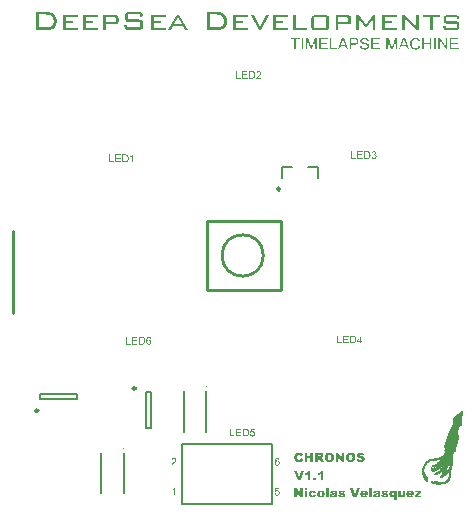
<source format=gto>
%FSLAX25Y25*%
%MOIN*%
G70*
G01*
G75*
G04 Layer_Color=65535*
%ADD10P,0.05568X4X345.0*%
%ADD11R,0.03937X0.03937*%
%ADD12R,0.02362X0.04528*%
%ADD13P,0.05568X4X285.0*%
%ADD14R,0.04724X0.07677*%
%ADD15R,0.03740X0.03937*%
G04:AMPARAMS|DCode=16|XSize=74.8mil|YSize=74.8mil|CornerRadius=18.7mil|HoleSize=0mil|Usage=FLASHONLY|Rotation=270.000|XOffset=0mil|YOffset=0mil|HoleType=Round|Shape=RoundedRectangle|*
%AMROUNDEDRECTD16*
21,1,0.07480,0.03740,0,0,270.0*
21,1,0.03740,0.07480,0,0,270.0*
1,1,0.03740,-0.01870,-0.01870*
1,1,0.03740,-0.01870,0.01870*
1,1,0.03740,0.01870,0.01870*
1,1,0.03740,0.01870,-0.01870*
%
%ADD16ROUNDEDRECTD16*%
G04:AMPARAMS|DCode=17|XSize=15.75mil|YSize=53.15mil|CornerRadius=3.94mil|HoleSize=0mil|Usage=FLASHONLY|Rotation=270.000|XOffset=0mil|YOffset=0mil|HoleType=Round|Shape=RoundedRectangle|*
%AMROUNDEDRECTD17*
21,1,0.01575,0.04528,0,0,270.0*
21,1,0.00787,0.05315,0,0,270.0*
1,1,0.00787,-0.02264,-0.00394*
1,1,0.00787,-0.02264,0.00394*
1,1,0.00787,0.02264,0.00394*
1,1,0.00787,0.02264,-0.00394*
%
%ADD17ROUNDEDRECTD17*%
G04:AMPARAMS|DCode=18|XSize=70.87mil|YSize=74.8mil|CornerRadius=17.72mil|HoleSize=0mil|Usage=FLASHONLY|Rotation=270.000|XOffset=0mil|YOffset=0mil|HoleType=Round|Shape=RoundedRectangle|*
%AMROUNDEDRECTD18*
21,1,0.07087,0.03937,0,0,270.0*
21,1,0.03543,0.07480,0,0,270.0*
1,1,0.03543,-0.01969,-0.01772*
1,1,0.03543,-0.01969,0.01772*
1,1,0.03543,0.01969,0.01772*
1,1,0.03543,0.01969,-0.01772*
%
%ADD18ROUNDEDRECTD18*%
G04:AMPARAMS|DCode=19|XSize=82.68mil|YSize=62.99mil|CornerRadius=15.75mil|HoleSize=0mil|Usage=FLASHONLY|Rotation=270.000|XOffset=0mil|YOffset=0mil|HoleType=Round|Shape=RoundedRectangle|*
%AMROUNDEDRECTD19*
21,1,0.08268,0.03150,0,0,270.0*
21,1,0.05118,0.06299,0,0,270.0*
1,1,0.03150,-0.01575,-0.02559*
1,1,0.03150,-0.01575,0.02559*
1,1,0.03150,0.01575,0.02559*
1,1,0.03150,0.01575,-0.02559*
%
%ADD19ROUNDEDRECTD19*%
%ADD20R,0.03937X0.03937*%
G04:AMPARAMS|DCode=21|XSize=83mil|YSize=55mil|CornerRadius=13.75mil|HoleSize=0mil|Usage=FLASHONLY|Rotation=180.000|XOffset=0mil|YOffset=0mil|HoleType=Round|Shape=RoundedRectangle|*
%AMROUNDEDRECTD21*
21,1,0.08300,0.02750,0,0,180.0*
21,1,0.05550,0.05500,0,0,180.0*
1,1,0.02750,-0.02775,0.01375*
1,1,0.02750,0.02775,0.01375*
1,1,0.02750,0.02775,-0.01375*
1,1,0.02750,-0.02775,-0.01375*
%
%ADD21ROUNDEDRECTD21*%
%ADD22R,0.04331X0.02559*%
%ADD23R,0.02559X0.04331*%
%ADD24C,0.02000*%
%ADD25C,0.01500*%
%ADD26C,0.01000*%
%ADD27C,0.06299*%
%ADD28R,0.05906X0.05906*%
%ADD29C,0.05906*%
%ADD30C,0.05000*%
G04:AMPARAMS|DCode=31|XSize=78.74mil|YSize=39.37mil|CornerRadius=7.87mil|HoleSize=0mil|Usage=FLASHONLY|Rotation=0.000|XOffset=0mil|YOffset=0mil|HoleType=Round|Shape=RoundedRectangle|*
%AMROUNDEDRECTD31*
21,1,0.07874,0.02362,0,0,0.0*
21,1,0.06299,0.03937,0,0,0.0*
1,1,0.01575,0.03150,-0.01181*
1,1,0.01575,-0.03150,-0.01181*
1,1,0.01575,-0.03150,0.01181*
1,1,0.01575,0.03150,0.01181*
%
%ADD31ROUNDEDRECTD31*%
G04:AMPARAMS|DCode=32|XSize=39.37mil|YSize=78.74mil|CornerRadius=7.87mil|HoleSize=0mil|Usage=FLASHONLY|Rotation=0.000|XOffset=0mil|YOffset=0mil|HoleType=Round|Shape=RoundedRectangle|*
%AMROUNDEDRECTD32*
21,1,0.03937,0.06299,0,0,0.0*
21,1,0.02362,0.07874,0,0,0.0*
1,1,0.01575,0.01181,-0.03150*
1,1,0.01575,-0.01181,-0.03150*
1,1,0.01575,-0.01181,0.03150*
1,1,0.01575,0.01181,0.03150*
%
%ADD32ROUNDEDRECTD32*%
%ADD33O,0.02165X0.06890*%
%ADD34O,0.06890X0.02165*%
%ADD35R,0.07874X0.08268*%
%ADD36R,0.10236X0.10630*%
%ADD37R,0.10630X0.08268*%
%ADD38R,0.08661X0.08268*%
%ADD39R,0.13780X0.03937*%
%ADD40R,0.13386X0.05906*%
%ADD41R,0.03937X0.03740*%
%ADD42C,0.00984*%
%ADD43C,0.00394*%
%ADD44C,0.00787*%
%ADD45C,0.00100*%
G36*
X502037Y227900D02*
X501189D01*
Y230942D01*
X502037D01*
Y227900D01*
D02*
G37*
G36*
X494952D02*
X494110D01*
Y230100D01*
X494952D01*
Y227900D01*
D02*
G37*
G36*
X529315Y230146D02*
X529362D01*
X529467Y230135D01*
X529584Y230117D01*
X529707Y230088D01*
X529830Y230053D01*
X529941Y230006D01*
X529947D01*
X529953Y230000D01*
X529988Y229977D01*
X530035Y229947D01*
X530099Y229901D01*
X530164Y229836D01*
X530234Y229766D01*
X530298Y229684D01*
X530357Y229585D01*
Y229579D01*
X530362Y229573D01*
X530368Y229556D01*
X530380Y229538D01*
X530403Y229480D01*
X530433Y229398D01*
X530456Y229298D01*
X530479Y229175D01*
X530497Y229035D01*
X530503Y228883D01*
Y228789D01*
X528818D01*
Y228778D01*
X528824Y228754D01*
X528830Y228719D01*
X528836Y228672D01*
X528871Y228573D01*
X528894Y228526D01*
X528923Y228485D01*
X528929Y228479D01*
X528947Y228462D01*
X528970Y228438D01*
X529011Y228415D01*
X529052Y228391D01*
X529110Y228368D01*
X529169Y228350D01*
X529239Y228345D01*
X529263D01*
X529286Y228350D01*
X529315D01*
X529397Y228368D01*
X529479Y228403D01*
X529485D01*
X529491Y228409D01*
X529520Y228438D01*
X529567Y228479D01*
X529625Y228543D01*
X530456Y228467D01*
Y228462D01*
X530450Y228456D01*
X530439Y228438D01*
X530421Y228415D01*
X530380Y228356D01*
X530327Y228280D01*
X530257Y228204D01*
X530181Y228122D01*
X530093Y228052D01*
X529994Y227988D01*
X529988D01*
X529982Y227982D01*
X529965Y227976D01*
X529947Y227964D01*
X529918Y227953D01*
X529883Y227941D01*
X529842Y227929D01*
X529795Y227918D01*
X529742Y227906D01*
X529690Y227894D01*
X529555Y227871D01*
X529397Y227853D01*
X529222Y227847D01*
X529151D01*
X529110Y227853D01*
X529070D01*
X528970Y227865D01*
X528859Y227877D01*
X528748Y227900D01*
X528631Y227929D01*
X528531Y227970D01*
X528520Y227976D01*
X528490Y227994D01*
X528444Y228023D01*
X528391Y228064D01*
X528321Y228122D01*
X528257Y228187D01*
X528186Y228269D01*
X528122Y228362D01*
Y228368D01*
X528116Y228374D01*
X528098Y228409D01*
X528069Y228467D01*
X528040Y228543D01*
X528011Y228637D01*
X527982Y228742D01*
X527964Y228865D01*
X527958Y228994D01*
Y229000D01*
Y229017D01*
Y229047D01*
X527964Y229082D01*
X527970Y229123D01*
X527976Y229175D01*
X527999Y229292D01*
X528040Y229427D01*
X528098Y229561D01*
X528134Y229632D01*
X528180Y229702D01*
X528227Y229766D01*
X528286Y229831D01*
X528292Y229836D01*
X528303Y229842D01*
X528321Y229860D01*
X528344Y229883D01*
X528379Y229907D01*
X528420Y229930D01*
X528467Y229959D01*
X528526Y229994D01*
X528584Y230024D01*
X528654Y230053D01*
X528730Y230076D01*
X528806Y230100D01*
X528900Y230123D01*
X528994Y230140D01*
X529093Y230146D01*
X529198Y230152D01*
X529274D01*
X529315Y230146D01*
D02*
G37*
G36*
X518282D02*
X518382Y230140D01*
X518481Y230135D01*
X518581Y230123D01*
X518674Y230105D01*
X518686D01*
X518715Y230100D01*
X518756Y230088D01*
X518809Y230070D01*
X518873Y230047D01*
X518937Y230012D01*
X519002Y229977D01*
X519060Y229930D01*
X519066Y229924D01*
X519078Y229912D01*
X519095Y229889D01*
X519119Y229860D01*
X519148Y229825D01*
X519177Y229778D01*
X519206Y229725D01*
X519230Y229661D01*
X519236Y229655D01*
X519242Y229632D01*
X519253Y229596D01*
X519265Y229556D01*
X519277Y229509D01*
X519282Y229456D01*
X519294Y229398D01*
Y229339D01*
Y228368D01*
Y228362D01*
Y228345D01*
Y228315D01*
Y228280D01*
X519300Y228198D01*
X519306Y228157D01*
X519312Y228122D01*
Y228116D01*
X519318Y228105D01*
X519323Y228087D01*
X519329Y228064D01*
X519341Y228029D01*
X519359Y227994D01*
X519399Y227900D01*
X518604D01*
Y227906D01*
X518598Y227912D01*
X518581Y227947D01*
X518557Y227988D01*
X518540Y228023D01*
Y228034D01*
X518534Y228058D01*
X518528Y228105D01*
X518516Y228163D01*
X518510Y228157D01*
X518487Y228140D01*
X518452Y228111D01*
X518411Y228076D01*
X518358Y228040D01*
X518306Y227999D01*
X518247Y227964D01*
X518183Y227935D01*
X518171Y227929D01*
X518142Y227923D01*
X518095Y227906D01*
X518037Y227894D01*
X517961Y227877D01*
X517873Y227859D01*
X517773Y227853D01*
X517668Y227847D01*
X517633D01*
X517604Y227853D01*
X517568D01*
X517533Y227859D01*
X517446Y227871D01*
X517346Y227894D01*
X517247Y227923D01*
X517153Y227970D01*
X517065Y228029D01*
X517060Y228034D01*
X517036Y228064D01*
X517001Y228099D01*
X516966Y228151D01*
X516931Y228216D01*
X516896Y228298D01*
X516872Y228386D01*
X516866Y228479D01*
Y228485D01*
Y228491D01*
Y228520D01*
X516872Y228567D01*
X516884Y228625D01*
X516902Y228690D01*
X516931Y228760D01*
X516966Y228824D01*
X517013Y228889D01*
X517019Y228894D01*
X517042Y228918D01*
X517077Y228947D01*
X517136Y228982D01*
X517206Y229017D01*
X517299Y229058D01*
X517416Y229099D01*
X517551Y229129D01*
X517557D01*
X517574Y229134D01*
X517598Y229140D01*
X517627Y229146D01*
X517668Y229152D01*
X517709Y229164D01*
X517808Y229181D01*
X517908Y229205D01*
X518013Y229228D01*
X518101Y229245D01*
X518136Y229257D01*
X518165Y229263D01*
X518171D01*
X518189Y229269D01*
X518218Y229281D01*
X518259Y229292D01*
X518306Y229310D01*
X518358Y229327D01*
X518469Y229368D01*
Y229374D01*
Y229392D01*
X518464Y229421D01*
Y229450D01*
X518440Y229526D01*
X518428Y229556D01*
X518405Y229585D01*
Y229591D01*
X518393Y229596D01*
X518376Y229608D01*
X518352Y229620D01*
X518323Y229632D01*
X518282Y229637D01*
X518235Y229649D01*
X518142D01*
X518107Y229643D01*
X518060D01*
X517961Y229620D01*
X517908Y229602D01*
X517867Y229579D01*
X517861D01*
X517855Y229567D01*
X517838Y229556D01*
X517820Y229538D01*
X517802Y229509D01*
X517779Y229474D01*
X517756Y229433D01*
X517738Y229386D01*
X516931Y229474D01*
Y229485D01*
X516937Y229509D01*
X516948Y229544D01*
X516960Y229596D01*
X517001Y229702D01*
X517030Y229754D01*
X517060Y229801D01*
X517065Y229807D01*
X517077Y229825D01*
X517095Y229842D01*
X517124Y229872D01*
X517159Y229907D01*
X517200Y229942D01*
X517247Y229977D01*
X517305Y230012D01*
X517311Y230018D01*
X517329Y230024D01*
X517352Y230035D01*
X517387Y230047D01*
X517434Y230065D01*
X517492Y230082D01*
X517557Y230100D01*
X517627Y230111D01*
X517639D01*
X517662Y230117D01*
X517703Y230123D01*
X517762Y230135D01*
X517826Y230140D01*
X517896Y230146D01*
X517978Y230152D01*
X518200D01*
X518282Y230146D01*
D02*
G37*
G36*
X516434Y227900D02*
X515585D01*
Y230942D01*
X516434D01*
Y227900D01*
D02*
G37*
G36*
X503885Y230146D02*
X503985Y230140D01*
X504084Y230135D01*
X504184Y230123D01*
X504277Y230105D01*
X504289D01*
X504318Y230100D01*
X504359Y230088D01*
X504412Y230070D01*
X504476Y230047D01*
X504540Y230012D01*
X504605Y229977D01*
X504663Y229930D01*
X504669Y229924D01*
X504681Y229912D01*
X504699Y229889D01*
X504722Y229860D01*
X504751Y229825D01*
X504780Y229778D01*
X504810Y229725D01*
X504833Y229661D01*
X504839Y229655D01*
X504845Y229632D01*
X504856Y229596D01*
X504868Y229556D01*
X504880Y229509D01*
X504886Y229456D01*
X504897Y229398D01*
Y229339D01*
Y228368D01*
Y228362D01*
Y228345D01*
Y228315D01*
Y228280D01*
X504903Y228198D01*
X504909Y228157D01*
X504915Y228122D01*
Y228116D01*
X504921Y228105D01*
X504927Y228087D01*
X504932Y228064D01*
X504944Y228029D01*
X504962Y227994D01*
X505003Y227900D01*
X504207D01*
Y227906D01*
X504201Y227912D01*
X504184Y227947D01*
X504160Y227988D01*
X504143Y228023D01*
Y228034D01*
X504137Y228058D01*
X504131Y228105D01*
X504119Y228163D01*
X504113Y228157D01*
X504090Y228140D01*
X504055Y228111D01*
X504014Y228076D01*
X503961Y228040D01*
X503909Y227999D01*
X503850Y227964D01*
X503786Y227935D01*
X503774Y227929D01*
X503745Y227923D01*
X503698Y227906D01*
X503640Y227894D01*
X503564Y227877D01*
X503476Y227859D01*
X503376Y227853D01*
X503271Y227847D01*
X503236D01*
X503207Y227853D01*
X503172D01*
X503136Y227859D01*
X503049Y227871D01*
X502949Y227894D01*
X502850Y227923D01*
X502756Y227970D01*
X502669Y228029D01*
X502663Y228034D01*
X502639Y228064D01*
X502604Y228099D01*
X502569Y228151D01*
X502534Y228216D01*
X502499Y228298D01*
X502476Y228386D01*
X502470Y228479D01*
Y228485D01*
Y228491D01*
Y228520D01*
X502476Y228567D01*
X502487Y228625D01*
X502505Y228690D01*
X502534Y228760D01*
X502569Y228824D01*
X502616Y228889D01*
X502622Y228894D01*
X502645Y228918D01*
X502680Y228947D01*
X502739Y228982D01*
X502809Y229017D01*
X502903Y229058D01*
X503020Y229099D01*
X503154Y229129D01*
X503160D01*
X503177Y229134D01*
X503201Y229140D01*
X503230Y229146D01*
X503271Y229152D01*
X503312Y229164D01*
X503411Y229181D01*
X503511Y229205D01*
X503616Y229228D01*
X503704Y229245D01*
X503739Y229257D01*
X503768Y229263D01*
X503774D01*
X503792Y229269D01*
X503821Y229281D01*
X503862Y229292D01*
X503909Y229310D01*
X503961Y229327D01*
X504073Y229368D01*
Y229374D01*
Y229392D01*
X504067Y229421D01*
Y229450D01*
X504043Y229526D01*
X504032Y229556D01*
X504008Y229585D01*
Y229591D01*
X503997Y229596D01*
X503979Y229608D01*
X503956Y229620D01*
X503926Y229632D01*
X503885Y229637D01*
X503839Y229649D01*
X503745D01*
X503710Y229643D01*
X503663D01*
X503564Y229620D01*
X503511Y229602D01*
X503470Y229579D01*
X503464D01*
X503458Y229567D01*
X503441Y229556D01*
X503423Y229538D01*
X503406Y229509D01*
X503382Y229474D01*
X503359Y229433D01*
X503341Y229386D01*
X502534Y229474D01*
Y229485D01*
X502540Y229509D01*
X502552Y229544D01*
X502563Y229596D01*
X502604Y229702D01*
X502633Y229754D01*
X502663Y229801D01*
X502669Y229807D01*
X502680Y229825D01*
X502698Y229842D01*
X502727Y229872D01*
X502762Y229907D01*
X502803Y229942D01*
X502850Y229977D01*
X502908Y230012D01*
X502914Y230018D01*
X502932Y230024D01*
X502955Y230035D01*
X502990Y230047D01*
X503037Y230065D01*
X503096Y230082D01*
X503160Y230100D01*
X503230Y230111D01*
X503242D01*
X503265Y230117D01*
X503306Y230123D01*
X503365Y230135D01*
X503429Y230140D01*
X503499Y230146D01*
X503581Y230152D01*
X503803D01*
X503885Y230146D01*
D02*
G37*
G36*
X442200Y281370D02*
X442223D01*
X442255Y281366D01*
X442325Y281354D01*
X442403Y281331D01*
X442485Y281300D01*
X442567Y281261D01*
X442606Y281234D01*
X442645Y281202D01*
X442649D01*
X442652Y281195D01*
X442676Y281171D01*
X442707Y281132D01*
X442746Y281082D01*
X442789Y281015D01*
X442824Y280937D01*
X442859Y280844D01*
X442879Y280738D01*
X442567Y280715D01*
Y280719D01*
Y280723D01*
X442559Y280746D01*
X442547Y280777D01*
X442535Y280816D01*
X442496Y280906D01*
X442473Y280945D01*
X442446Y280980D01*
X442442Y280988D01*
X442422Y281003D01*
X442395Y281023D01*
X442360Y281050D01*
X442313Y281074D01*
X442259Y281097D01*
X442196Y281113D01*
X442130Y281117D01*
X442102D01*
X442075Y281113D01*
X442040Y281105D01*
X441997Y281097D01*
X441950Y281082D01*
X441908Y281058D01*
X441861Y281031D01*
X441853Y281027D01*
X441837Y281011D01*
X441810Y280984D01*
X441779Y280949D01*
X441740Y280906D01*
X441701Y280851D01*
X441662Y280785D01*
X441627Y280711D01*
Y280707D01*
X441623Y280703D01*
X441619Y280688D01*
X441615Y280672D01*
X441607Y280652D01*
X441599Y280625D01*
X441592Y280594D01*
X441584Y280559D01*
X441576Y280520D01*
X441568Y280477D01*
X441560Y280426D01*
X441553Y280376D01*
X441549Y280317D01*
X441545Y280255D01*
X441541Y280188D01*
Y280122D01*
X441545Y280126D01*
X441560Y280146D01*
X441584Y280177D01*
X441619Y280216D01*
X441658Y280259D01*
X441705Y280301D01*
X441759Y280341D01*
X441818Y280376D01*
X441826Y280380D01*
X441845Y280387D01*
X441880Y280403D01*
X441923Y280418D01*
X441974Y280434D01*
X442032Y280450D01*
X442095Y280457D01*
X442161Y280461D01*
X442192D01*
X442216Y280457D01*
X442243Y280454D01*
X442274Y280450D01*
X442348Y280434D01*
X442430Y280403D01*
X442477Y280387D01*
X442520Y280364D01*
X442567Y280337D01*
X442613Y280305D01*
X442656Y280270D01*
X442699Y280227D01*
X442703Y280223D01*
X442707Y280216D01*
X442719Y280204D01*
X442734Y280185D01*
X442750Y280161D01*
X442769Y280134D01*
X442789Y280103D01*
X442812Y280067D01*
X442832Y280025D01*
X442851Y279982D01*
X442871Y279931D01*
X442886Y279880D01*
X442902Y279822D01*
X442914Y279763D01*
X442918Y279697D01*
X442921Y279631D01*
Y279627D01*
Y279619D01*
Y279607D01*
Y279592D01*
X442918Y279568D01*
Y279545D01*
X442910Y279483D01*
X442894Y279416D01*
X442879Y279338D01*
X442851Y279260D01*
X442816Y279182D01*
Y279178D01*
X442812Y279174D01*
X442804Y279163D01*
X442797Y279147D01*
X442773Y279112D01*
X442742Y279065D01*
X442699Y279014D01*
X442649Y278964D01*
X442594Y278913D01*
X442528Y278866D01*
X442520Y278862D01*
X442496Y278851D01*
X442457Y278831D01*
X442411Y278812D01*
X442348Y278792D01*
X442278Y278773D01*
X442200Y278761D01*
X442118Y278757D01*
X442102D01*
X442079Y278761D01*
X442052D01*
X442021Y278765D01*
X441982Y278773D01*
X441939Y278781D01*
X441892Y278792D01*
X441841Y278808D01*
X441787Y278827D01*
X441736Y278851D01*
X441681Y278878D01*
X441627Y278913D01*
X441572Y278952D01*
X441521Y278995D01*
X441475Y279046D01*
X441471Y279050D01*
X441463Y279061D01*
X441451Y279077D01*
X441436Y279100D01*
X441416Y279132D01*
X441397Y279170D01*
X441373Y279217D01*
X441354Y279272D01*
X441330Y279334D01*
X441307Y279404D01*
X441287Y279483D01*
X441268Y279568D01*
X441252Y279662D01*
X441241Y279767D01*
X441233Y279876D01*
X441229Y279997D01*
Y280001D01*
Y280005D01*
Y280017D01*
Y280029D01*
Y280067D01*
X441233Y280118D01*
X441237Y280181D01*
X441245Y280251D01*
X441252Y280329D01*
X441264Y280411D01*
X441276Y280500D01*
X441295Y280590D01*
X441319Y280680D01*
X441346Y280766D01*
X441377Y280855D01*
X441412Y280933D01*
X441455Y281011D01*
X441502Y281078D01*
X441506Y281082D01*
X441514Y281089D01*
X441525Y281105D01*
X441545Y281124D01*
X441572Y281148D01*
X441599Y281171D01*
X441635Y281199D01*
X441674Y281226D01*
X441716Y281253D01*
X441767Y281280D01*
X441818Y281304D01*
X441876Y281327D01*
X441939Y281347D01*
X442005Y281362D01*
X442075Y281370D01*
X442149Y281374D01*
X442177D01*
X442200Y281370D01*
D02*
G37*
G36*
X439841Y281358D02*
X439911Y281354D01*
X439989Y281347D01*
X440063Y281335D01*
X440125Y281323D01*
X440129D01*
X440137Y281319D01*
X440145D01*
X440160Y281312D01*
X440203Y281300D01*
X440254Y281280D01*
X440312Y281257D01*
X440375Y281226D01*
X440437Y281187D01*
X440500Y281140D01*
X440504D01*
X440507Y281132D01*
X440535Y281109D01*
X440570Y281070D01*
X440613Y281019D01*
X440663Y280957D01*
X440714Y280883D01*
X440761Y280797D01*
X440804Y280699D01*
Y280695D01*
X440808Y280688D01*
X440812Y280672D01*
X440819Y280652D01*
X440827Y280629D01*
X440835Y280598D01*
X440847Y280563D01*
X440855Y280524D01*
X440862Y280481D01*
X440874Y280434D01*
X440890Y280333D01*
X440901Y280220D01*
X440905Y280095D01*
Y280091D01*
Y280083D01*
Y280067D01*
Y280044D01*
X440901Y280021D01*
Y279990D01*
X440897Y279919D01*
X440890Y279841D01*
X440874Y279752D01*
X440858Y279662D01*
X440835Y279576D01*
Y279572D01*
X440831Y279564D01*
X440827Y279553D01*
X440823Y279537D01*
X440808Y279498D01*
X440788Y279444D01*
X440765Y279385D01*
X440734Y279323D01*
X440698Y279260D01*
X440660Y279202D01*
X440656Y279194D01*
X440640Y279178D01*
X440621Y279151D01*
X440589Y279116D01*
X440558Y279081D01*
X440515Y279042D01*
X440472Y279003D01*
X440425Y278968D01*
X440422Y278964D01*
X440402Y278956D01*
X440375Y278940D01*
X440340Y278921D01*
X440297Y278901D01*
X440246Y278882D01*
X440188Y278862D01*
X440121Y278843D01*
X440113D01*
X440090Y278835D01*
X440055Y278831D01*
X440004Y278823D01*
X439946Y278816D01*
X439876Y278808D01*
X439798Y278804D01*
X439712Y278800D01*
X438791D01*
Y281362D01*
X439774D01*
X439841Y281358D01*
D02*
G37*
G36*
X438265Y281062D02*
X436752D01*
Y280274D01*
X438167D01*
Y279974D01*
X436752D01*
Y279100D01*
X438323D01*
Y278800D01*
X436412D01*
Y281362D01*
X438265D01*
Y281062D01*
D02*
G37*
G36*
X513977Y230146D02*
X514023D01*
X514129Y230135D01*
X514246Y230117D01*
X514368Y230088D01*
X514491Y230053D01*
X514603Y230006D01*
X514608D01*
X514614Y230000D01*
X514649Y229977D01*
X514696Y229947D01*
X514760Y229901D01*
X514825Y229836D01*
X514895Y229766D01*
X514959Y229684D01*
X515018Y229585D01*
Y229579D01*
X515024Y229573D01*
X515030Y229556D01*
X515041Y229538D01*
X515065Y229480D01*
X515094Y229398D01*
X515117Y229298D01*
X515141Y229175D01*
X515158Y229035D01*
X515164Y228883D01*
Y228789D01*
X513479D01*
Y228778D01*
X513485Y228754D01*
X513491Y228719D01*
X513497Y228672D01*
X513532Y228573D01*
X513555Y228526D01*
X513585Y228485D01*
X513590Y228479D01*
X513608Y228462D01*
X513631Y228438D01*
X513672Y228415D01*
X513713Y228391D01*
X513772Y228368D01*
X513830Y228350D01*
X513901Y228345D01*
X513924D01*
X513947Y228350D01*
X513977D01*
X514058Y228368D01*
X514140Y228403D01*
X514146D01*
X514152Y228409D01*
X514181Y228438D01*
X514228Y228479D01*
X514287Y228543D01*
X515117Y228467D01*
Y228462D01*
X515111Y228456D01*
X515100Y228438D01*
X515082Y228415D01*
X515041Y228356D01*
X514989Y228280D01*
X514919Y228204D01*
X514842Y228122D01*
X514755Y228052D01*
X514655Y227988D01*
X514649D01*
X514643Y227982D01*
X514626Y227976D01*
X514608Y227964D01*
X514579Y227953D01*
X514544Y227941D01*
X514503Y227929D01*
X514456Y227918D01*
X514404Y227906D01*
X514351Y227894D01*
X514216Y227871D01*
X514058Y227853D01*
X513883Y227847D01*
X513813D01*
X513772Y227853D01*
X513731D01*
X513631Y227865D01*
X513520Y227877D01*
X513409Y227900D01*
X513292Y227929D01*
X513193Y227970D01*
X513181Y227976D01*
X513152Y227994D01*
X513105Y228023D01*
X513052Y228064D01*
X512982Y228122D01*
X512918Y228187D01*
X512848Y228269D01*
X512783Y228362D01*
Y228368D01*
X512777Y228374D01*
X512760Y228409D01*
X512731Y228467D01*
X512701Y228543D01*
X512672Y228637D01*
X512643Y228742D01*
X512625Y228865D01*
X512619Y228994D01*
Y229000D01*
Y229017D01*
Y229047D01*
X512625Y229082D01*
X512631Y229123D01*
X512637Y229175D01*
X512660Y229292D01*
X512701Y229427D01*
X512760Y229561D01*
X512795Y229632D01*
X512842Y229702D01*
X512888Y229766D01*
X512947Y229831D01*
X512953Y229836D01*
X512964Y229842D01*
X512982Y229860D01*
X513005Y229883D01*
X513041Y229907D01*
X513082Y229930D01*
X513128Y229959D01*
X513187Y229994D01*
X513245Y230024D01*
X513315Y230053D01*
X513392Y230076D01*
X513468Y230100D01*
X513561Y230123D01*
X513655Y230140D01*
X513754Y230146D01*
X513860Y230152D01*
X513936D01*
X513977Y230146D01*
D02*
G37*
G36*
X499586D02*
X499638Y230140D01*
X499703Y230135D01*
X499773Y230123D01*
X499849Y230105D01*
X500007Y230059D01*
X500095Y230029D01*
X500176Y229989D01*
X500258Y229947D01*
X500334Y229895D01*
X500411Y229836D01*
X500475Y229766D01*
X500481Y229760D01*
X500487Y229754D01*
X500498Y229737D01*
X500516Y229714D01*
X500539Y229678D01*
X500563Y229643D01*
X500615Y229556D01*
X500662Y229444D01*
X500709Y229316D01*
X500738Y229170D01*
X500750Y229088D01*
Y229006D01*
Y229000D01*
Y228982D01*
Y228959D01*
X500744Y228924D01*
X500738Y228877D01*
X500732Y228830D01*
X500721Y228772D01*
X500709Y228713D01*
X500668Y228579D01*
X500639Y228508D01*
X500609Y228438D01*
X500568Y228368D01*
X500522Y228298D01*
X500469Y228233D01*
X500411Y228169D01*
X500405Y228163D01*
X500393Y228157D01*
X500375Y228140D01*
X500346Y228116D01*
X500311Y228093D01*
X500270Y228070D01*
X500223Y228040D01*
X500165Y228011D01*
X500106Y227976D01*
X500036Y227947D01*
X499960Y227923D01*
X499872Y227900D01*
X499785Y227877D01*
X499691Y227859D01*
X499586Y227853D01*
X499480Y227847D01*
X499428D01*
X499393Y227853D01*
X499346D01*
X499293Y227859D01*
X499235Y227871D01*
X499176Y227883D01*
X499036Y227912D01*
X498895Y227958D01*
X498749Y228029D01*
X498685Y228070D01*
X498620Y228116D01*
X498615Y228122D01*
X498603Y228134D01*
X498585Y228151D01*
X498556Y228175D01*
X498527Y228210D01*
X498497Y228251D01*
X498456Y228298D01*
X498421Y228350D01*
X498386Y228409D01*
X498351Y228473D01*
X498316Y228549D01*
X498287Y228625D01*
X498258Y228707D01*
X498240Y228795D01*
X498228Y228889D01*
X498222Y228988D01*
Y228994D01*
Y229012D01*
Y229035D01*
X498228Y229076D01*
X498234Y229117D01*
X498240Y229170D01*
X498252Y229222D01*
X498264Y229287D01*
X498304Y229415D01*
X498334Y229485D01*
X498369Y229556D01*
X498404Y229626D01*
X498451Y229696D01*
X498503Y229760D01*
X498562Y229825D01*
X498568Y229831D01*
X498579Y229836D01*
X498597Y229854D01*
X498626Y229877D01*
X498656Y229901D01*
X498702Y229930D01*
X498749Y229959D01*
X498802Y229989D01*
X498866Y230018D01*
X498936Y230047D01*
X499007Y230076D01*
X499088Y230100D01*
X499176Y230123D01*
X499270Y230140D01*
X499369Y230146D01*
X499474Y230152D01*
X499539D01*
X499586Y230146D01*
D02*
G37*
G36*
X523296D02*
X523348Y230140D01*
X523413Y230129D01*
X523483Y230111D01*
X523553Y230088D01*
X523623Y230053D01*
X523629Y230047D01*
X523647Y230035D01*
X523676Y230018D01*
X523711Y229989D01*
X523758Y229953D01*
X523805Y229901D01*
X523863Y229842D01*
X523922Y229772D01*
Y230100D01*
X524717D01*
Y227063D01*
X523863D01*
Y228111D01*
X523857Y228105D01*
X523840Y228087D01*
X523816Y228064D01*
X523781Y228034D01*
X523734Y228005D01*
X523688Y227970D01*
X523629Y227941D01*
X523571Y227912D01*
X523565D01*
X523541Y227900D01*
X523512Y227894D01*
X523465Y227883D01*
X523419Y227871D01*
X523354Y227859D01*
X523290Y227853D01*
X523220Y227847D01*
X523179D01*
X523155Y227853D01*
X523120Y227859D01*
X523079Y227865D01*
X522986Y227883D01*
X522880Y227918D01*
X522769Y227970D01*
X522711Y227999D01*
X522658Y228040D01*
X522605Y228081D01*
X522553Y228134D01*
Y228140D01*
X522541Y228146D01*
X522529Y228163D01*
X522512Y228187D01*
X522494Y228216D01*
X522471Y228257D01*
X522447Y228298D01*
X522424Y228350D01*
X522401Y228403D01*
X522377Y228467D01*
X522354Y228532D01*
X522336Y228608D01*
X522319Y228690D01*
X522307Y228778D01*
X522301Y228865D01*
X522295Y228965D01*
Y228971D01*
Y228982D01*
Y229000D01*
Y229023D01*
X522301Y229058D01*
Y229093D01*
X522313Y229181D01*
X522325Y229281D01*
X522342Y229386D01*
X522371Y229497D01*
X522412Y229602D01*
Y229608D01*
X522418Y229614D01*
X522436Y229649D01*
X522465Y229696D01*
X522500Y229754D01*
X522547Y229825D01*
X522605Y229889D01*
X522670Y229953D01*
X522746Y230012D01*
X522757Y230018D01*
X522781Y230035D01*
X522828Y230059D01*
X522886Y230082D01*
X522951Y230105D01*
X523032Y230129D01*
X523120Y230146D01*
X523214Y230152D01*
X523249D01*
X523296Y230146D01*
D02*
G37*
G36*
X532837Y229608D02*
X531720Y228467D01*
X532907D01*
Y227900D01*
X530714D01*
Y228438D01*
X531778Y229532D01*
X530795D01*
Y230100D01*
X532837D01*
Y229608D01*
D02*
G37*
G36*
X509513Y242789D02*
X509577Y242783D01*
X509653Y242771D01*
X509735Y242759D01*
X509823Y242742D01*
X509917Y242724D01*
X510010Y242695D01*
X510110Y242660D01*
X510203Y242625D01*
X510303Y242572D01*
X510391Y242520D01*
X510478Y242455D01*
X510560Y242385D01*
X510566Y242379D01*
X510578Y242368D01*
X510601Y242344D01*
X510625Y242309D01*
X510654Y242268D01*
X510689Y242215D01*
X510730Y242157D01*
X510771Y242087D01*
X510806Y242011D01*
X510847Y241923D01*
X510882Y241829D01*
X510911Y241730D01*
X510935Y241619D01*
X510958Y241502D01*
X510970Y241373D01*
X510976Y241238D01*
Y241233D01*
Y241215D01*
Y241186D01*
Y241151D01*
X510970Y241104D01*
X510964Y241051D01*
X510958Y240993D01*
X510952Y240929D01*
X510929Y240788D01*
X510899Y240642D01*
X510853Y240496D01*
X510794Y240361D01*
Y240355D01*
X510788Y240343D01*
X510777Y240326D01*
X510759Y240303D01*
X510718Y240244D01*
X510660Y240168D01*
X510590Y240086D01*
X510496Y239998D01*
X510396Y239911D01*
X510274Y239834D01*
X510268D01*
X510256Y239829D01*
X510239Y239817D01*
X510215Y239805D01*
X510180Y239794D01*
X510139Y239776D01*
X510092Y239758D01*
X510040Y239741D01*
X509981Y239723D01*
X509917Y239706D01*
X509776Y239677D01*
X509613Y239653D01*
X509431Y239647D01*
X509343D01*
X509303Y239653D01*
X509250Y239659D01*
X509191D01*
X509133Y239671D01*
X508998Y239688D01*
X508852Y239718D01*
X508712Y239758D01*
X508577Y239811D01*
X508571D01*
X508560Y239817D01*
X508542Y239829D01*
X508519Y239840D01*
X508460Y239881D01*
X508384Y239940D01*
X508296Y240010D01*
X508203Y240098D01*
X508109Y240203D01*
X508027Y240326D01*
Y240332D01*
X508021Y240343D01*
X508010Y240361D01*
X507998Y240390D01*
X507980Y240425D01*
X507963Y240466D01*
X507945Y240513D01*
X507928Y240572D01*
X507904Y240630D01*
X507887Y240700D01*
X507858Y240852D01*
X507834Y241022D01*
X507822Y241215D01*
Y241221D01*
Y241250D01*
Y241285D01*
X507828Y241338D01*
X507834Y241402D01*
X507846Y241473D01*
X507858Y241554D01*
X507875Y241642D01*
X507893Y241736D01*
X507922Y241829D01*
X507957Y241923D01*
X507998Y242022D01*
X508045Y242116D01*
X508097Y242210D01*
X508162Y242297D01*
X508232Y242379D01*
X508238Y242385D01*
X508249Y242397D01*
X508273Y242420D01*
X508308Y242444D01*
X508349Y242473D01*
X508402Y242508D01*
X508466Y242549D01*
X508530Y242590D01*
X508612Y242625D01*
X508700Y242666D01*
X508793Y242701D01*
X508899Y242730D01*
X509010Y242754D01*
X509127Y242777D01*
X509256Y242789D01*
X509390Y242795D01*
X509460D01*
X509513Y242789D01*
D02*
G37*
G36*
X502435D02*
X502499Y242783D01*
X502575Y242771D01*
X502657Y242759D01*
X502745Y242742D01*
X502838Y242724D01*
X502932Y242695D01*
X503031Y242660D01*
X503125Y242625D01*
X503224Y242572D01*
X503312Y242520D01*
X503400Y242455D01*
X503482Y242385D01*
X503488Y242379D01*
X503499Y242368D01*
X503523Y242344D01*
X503546Y242309D01*
X503575Y242268D01*
X503610Y242215D01*
X503651Y242157D01*
X503692Y242087D01*
X503727Y242011D01*
X503768Y241923D01*
X503803Y241829D01*
X503833Y241730D01*
X503856Y241619D01*
X503879Y241502D01*
X503891Y241373D01*
X503897Y241238D01*
Y241233D01*
Y241215D01*
Y241186D01*
Y241151D01*
X503891Y241104D01*
X503885Y241051D01*
X503879Y240993D01*
X503874Y240929D01*
X503850Y240788D01*
X503821Y240642D01*
X503774Y240496D01*
X503716Y240361D01*
Y240355D01*
X503710Y240343D01*
X503698Y240326D01*
X503681Y240303D01*
X503640Y240244D01*
X503581Y240168D01*
X503511Y240086D01*
X503417Y239998D01*
X503318Y239911D01*
X503195Y239834D01*
X503189D01*
X503177Y239829D01*
X503160Y239817D01*
X503136Y239805D01*
X503101Y239794D01*
X503060Y239776D01*
X503014Y239758D01*
X502961Y239741D01*
X502903Y239723D01*
X502838Y239706D01*
X502698Y239677D01*
X502534Y239653D01*
X502353Y239647D01*
X502265D01*
X502224Y239653D01*
X502171Y239659D01*
X502113D01*
X502054Y239671D01*
X501920Y239688D01*
X501774Y239718D01*
X501633Y239758D01*
X501499Y239811D01*
X501493D01*
X501481Y239817D01*
X501464Y239829D01*
X501440Y239840D01*
X501381Y239881D01*
X501305Y239940D01*
X501218Y240010D01*
X501124Y240098D01*
X501031Y240203D01*
X500949Y240326D01*
Y240332D01*
X500943Y240343D01*
X500931Y240361D01*
X500919Y240390D01*
X500902Y240425D01*
X500884Y240466D01*
X500867Y240513D01*
X500849Y240572D01*
X500826Y240630D01*
X500808Y240700D01*
X500779Y240852D01*
X500756Y241022D01*
X500744Y241215D01*
Y241221D01*
Y241250D01*
Y241285D01*
X500750Y241338D01*
X500756Y241402D01*
X500767Y241473D01*
X500779Y241554D01*
X500797Y241642D01*
X500814Y241736D01*
X500843Y241829D01*
X500878Y241923D01*
X500919Y242022D01*
X500966Y242116D01*
X501019Y242210D01*
X501083Y242297D01*
X501153Y242379D01*
X501159Y242385D01*
X501171Y242397D01*
X501194Y242420D01*
X501229Y242444D01*
X501270Y242473D01*
X501323Y242508D01*
X501387Y242549D01*
X501452Y242590D01*
X501534Y242625D01*
X501621Y242666D01*
X501715Y242701D01*
X501820Y242730D01*
X501931Y242754D01*
X502048Y242777D01*
X502177Y242789D01*
X502312Y242795D01*
X502382D01*
X502435Y242789D01*
D02*
G37*
G36*
X494952Y230363D02*
X494110D01*
Y230942D01*
X494952D01*
Y230363D01*
D02*
G37*
G36*
X492226Y242789D02*
X492279D01*
X492332Y242783D01*
X492396Y242777D01*
X492466Y242765D01*
X492606Y242736D01*
X492759Y242695D01*
X492905Y242637D01*
X492975Y242602D01*
X493040Y242561D01*
X493045D01*
X493051Y242549D01*
X493069Y242537D01*
X493092Y242520D01*
X493151Y242461D01*
X493227Y242385D01*
X493303Y242286D01*
X493385Y242163D01*
X493461Y242017D01*
X493531Y241847D01*
X492700Y241666D01*
Y241671D01*
X492694Y241689D01*
X492683Y241712D01*
X492671Y241742D01*
X492642Y241806D01*
X492624Y241835D01*
X492606Y241864D01*
X492601Y241870D01*
X492595Y241882D01*
X492577Y241905D01*
X492554Y241929D01*
X492489Y241982D01*
X492408Y242034D01*
X492402D01*
X492390Y242046D01*
X492367Y242052D01*
X492337Y242063D01*
X492297Y242075D01*
X492256Y242081D01*
X492156Y242093D01*
X492127D01*
X492103Y242087D01*
X492045Y242081D01*
X491975Y242063D01*
X491899Y242028D01*
X491817Y241982D01*
X491741Y241923D01*
X491706Y241882D01*
X491671Y241835D01*
X491665Y241824D01*
X491653Y241800D01*
X491630Y241753D01*
X491606Y241689D01*
X491583Y241601D01*
X491559Y241502D01*
X491548Y241379D01*
X491542Y241233D01*
Y241227D01*
Y241209D01*
Y241186D01*
Y241151D01*
X491548Y241110D01*
Y241063D01*
X491559Y240958D01*
X491577Y240841D01*
X491606Y240730D01*
X491641Y240624D01*
X491665Y240583D01*
X491694Y240542D01*
X491700Y240536D01*
X491723Y240513D01*
X491758Y240484D01*
X491805Y240449D01*
X491869Y240414D01*
X491940Y240385D01*
X492027Y240361D01*
X492127Y240355D01*
X492174D01*
X492220Y240361D01*
X492279Y240373D01*
X492343Y240390D01*
X492414Y240420D01*
X492472Y240455D01*
X492530Y240501D01*
X492536Y240507D01*
X492554Y240531D01*
X492577Y240566D01*
X492606Y240613D01*
X492642Y240677D01*
X492677Y240753D01*
X492706Y240841D01*
X492735Y240946D01*
X493560Y240694D01*
Y240689D01*
X493554Y240677D01*
X493548Y240659D01*
X493543Y240636D01*
X493525Y240572D01*
X493496Y240496D01*
X493455Y240402D01*
X493408Y240303D01*
X493355Y240209D01*
X493291Y240115D01*
X493285Y240104D01*
X493262Y240074D01*
X493221Y240033D01*
X493168Y239987D01*
X493110Y239928D01*
X493034Y239870D01*
X492946Y239811D01*
X492852Y239764D01*
X492840Y239758D01*
X492805Y239747D01*
X492747Y239729D01*
X492671Y239706D01*
X492571Y239683D01*
X492460Y239665D01*
X492326Y239653D01*
X492179Y239647D01*
X492098D01*
X492057Y239653D01*
X492004D01*
X491893Y239665D01*
X491764Y239683D01*
X491630Y239706D01*
X491495Y239741D01*
X491366Y239788D01*
X491361D01*
X491355Y239794D01*
X491337Y239805D01*
X491314Y239817D01*
X491255Y239852D01*
X491185Y239905D01*
X491097Y239975D01*
X491010Y240063D01*
X490916Y240168D01*
X490828Y240297D01*
Y240303D01*
X490816Y240314D01*
X490805Y240332D01*
X490793Y240361D01*
X490775Y240396D01*
X490758Y240443D01*
X490735Y240490D01*
X490717Y240548D01*
X490694Y240613D01*
X490670Y240683D01*
X490653Y240759D01*
X490635Y240841D01*
X490612Y241022D01*
X490600Y241227D01*
Y241233D01*
Y241262D01*
Y241297D01*
X490606Y241350D01*
X490612Y241414D01*
X490623Y241484D01*
X490635Y241566D01*
X490653Y241654D01*
X490699Y241841D01*
X490729Y241940D01*
X490770Y242034D01*
X490816Y242128D01*
X490869Y242221D01*
X490928Y242303D01*
X490998Y242385D01*
X491004Y242391D01*
X491015Y242403D01*
X491039Y242420D01*
X491074Y242449D01*
X491115Y242479D01*
X491162Y242514D01*
X491226Y242555D01*
X491290Y242590D01*
X491366Y242631D01*
X491454Y242666D01*
X491548Y242701D01*
X491647Y242730D01*
X491758Y242759D01*
X491875Y242777D01*
X491998Y242789D01*
X492133Y242795D01*
X492191D01*
X492226Y242789D01*
D02*
G37*
G36*
X507313Y239700D02*
X506430D01*
X505289Y241373D01*
Y239700D01*
X504406D01*
Y242742D01*
X505278D01*
X506430Y241051D01*
Y242742D01*
X507313D01*
Y239700D01*
D02*
G37*
G36*
X499287Y242736D02*
X499381Y242730D01*
X499486Y242724D01*
X499597Y242713D01*
X499703Y242689D01*
X499796Y242666D01*
X499808Y242660D01*
X499837Y242648D01*
X499878Y242631D01*
X499931Y242602D01*
X499989Y242566D01*
X500054Y242514D01*
X500112Y242455D01*
X500171Y242385D01*
X500176Y242373D01*
X500194Y242350D01*
X500217Y242309D01*
X500247Y242251D01*
X500270Y242180D01*
X500293Y242093D01*
X500311Y241999D01*
X500317Y241894D01*
Y241882D01*
Y241853D01*
X500311Y241806D01*
X500305Y241747D01*
X500288Y241677D01*
X500270Y241601D01*
X500241Y241525D01*
X500206Y241455D01*
X500200Y241449D01*
X500188Y241426D01*
X500159Y241391D01*
X500130Y241350D01*
X500083Y241303D01*
X500036Y241250D01*
X499972Y241203D01*
X499907Y241157D01*
X499901D01*
X499884Y241145D01*
X499855Y241133D01*
X499820Y241116D01*
X499773Y241098D01*
X499714Y241081D01*
X499650Y241057D01*
X499574Y241040D01*
X499580D01*
X499603Y241028D01*
X499632Y241016D01*
X499668Y241005D01*
X499749Y240969D01*
X499785Y240946D01*
X499820Y240929D01*
X499831Y240923D01*
X499860Y240893D01*
X499878Y240870D01*
X499901Y240841D01*
X499931Y240806D01*
X499966Y240765D01*
X499972Y240759D01*
X499983Y240747D01*
X500001Y240724D01*
X500019Y240694D01*
X500065Y240636D01*
X500083Y240607D01*
X500100Y240578D01*
X500563Y239700D01*
X499498D01*
X498989Y240624D01*
X498983Y240630D01*
X498971Y240653D01*
X498954Y240683D01*
X498930Y240724D01*
X498878Y240800D01*
X498848Y240835D01*
X498819Y240858D01*
X498813Y240864D01*
X498802Y240870D01*
X498778Y240882D01*
X498755Y240899D01*
X498720Y240911D01*
X498679Y240923D01*
X498638Y240929D01*
X498591Y240934D01*
X498509D01*
Y239700D01*
X497567D01*
Y242742D01*
X499240D01*
X499287Y242736D01*
D02*
G37*
G36*
X493507Y227900D02*
X492624D01*
X491483Y229573D01*
Y227900D01*
X490600D01*
Y230942D01*
X491472D01*
X492624Y229251D01*
Y230942D01*
X493507D01*
Y227900D01*
D02*
G37*
G36*
X511338D02*
X510315D01*
X509168Y230942D01*
X510145D01*
X510835Y228748D01*
X511514Y230942D01*
X512467D01*
X511338Y227900D01*
D02*
G37*
G36*
X527549D02*
X526759D01*
Y228251D01*
X526753Y228239D01*
X526730Y228216D01*
X526694Y228175D01*
X526648Y228134D01*
X526595Y228081D01*
X526537Y228029D01*
X526472Y227982D01*
X526402Y227941D01*
X526396Y227935D01*
X526373Y227929D01*
X526332Y227912D01*
X526279Y227894D01*
X526221Y227877D01*
X526145Y227865D01*
X526057Y227853D01*
X525963Y227847D01*
X525928D01*
X525905Y227853D01*
X525840Y227859D01*
X525764Y227871D01*
X525677Y227900D01*
X525583Y227935D01*
X525495Y227982D01*
X525413Y228052D01*
X525408Y228064D01*
X525384Y228093D01*
X525355Y228140D01*
X525320Y228210D01*
X525279Y228304D01*
X525249Y228415D01*
X525226Y228543D01*
X525220Y228696D01*
Y230100D01*
X526068D01*
Y228889D01*
Y228877D01*
Y228854D01*
X526074Y228818D01*
X526080Y228772D01*
X526104Y228672D01*
X526121Y228631D01*
X526145Y228590D01*
X526151Y228585D01*
X526156Y228579D01*
X526174Y228567D01*
X526203Y228549D01*
X526232Y228532D01*
X526267Y228520D01*
X526314Y228514D01*
X526361Y228508D01*
X526384D01*
X526414Y228514D01*
X526449Y228520D01*
X526484Y228538D01*
X526525Y228555D01*
X526566Y228585D01*
X526607Y228620D01*
X526613Y228625D01*
X526624Y228643D01*
X526636Y228672D01*
X526659Y228719D01*
X526677Y228772D01*
X526689Y228848D01*
X526700Y228935D01*
X526706Y229041D01*
Y230100D01*
X527549D01*
Y227900D01*
D02*
G37*
G36*
X520944Y230146D02*
X521032D01*
X521125Y230135D01*
X521219Y230123D01*
X521313Y230111D01*
X521389Y230088D01*
X521394D01*
X521424Y230076D01*
X521459Y230065D01*
X521500Y230041D01*
X521552Y230018D01*
X521605Y229983D01*
X521658Y229947D01*
X521704Y229901D01*
X521710Y229895D01*
X521728Y229877D01*
X521745Y229848D01*
X521775Y229813D01*
X521810Y229766D01*
X521845Y229708D01*
X521880Y229643D01*
X521915Y229567D01*
X521114Y229485D01*
Y229491D01*
X521108Y229503D01*
X521102Y229520D01*
X521090Y229544D01*
X521055Y229596D01*
X521008Y229637D01*
X521002Y229643D01*
X520991Y229649D01*
X520967Y229661D01*
X520944Y229673D01*
X520909Y229684D01*
X520868Y229696D01*
X520821Y229708D01*
X520722D01*
X520692Y229702D01*
X520622Y229684D01*
X520593Y229673D01*
X520564Y229655D01*
X520552Y229643D01*
X520535Y229620D01*
X520511Y229579D01*
X520505Y229556D01*
X520499Y229532D01*
Y229526D01*
Y229520D01*
X520511Y229485D01*
X520535Y229444D01*
X520552Y229427D01*
X520581Y229409D01*
X520587D01*
X520599Y229403D01*
X520622Y229398D01*
X520657Y229386D01*
X520704Y229374D01*
X520768Y229363D01*
X520845Y229345D01*
X520938Y229333D01*
X520956D01*
X520979Y229327D01*
X521008D01*
X521043Y229322D01*
X521084Y229316D01*
X521172Y229298D01*
X521277Y229281D01*
X521383Y229257D01*
X521476Y229228D01*
X521564Y229199D01*
X521576Y229193D01*
X521599Y229181D01*
X521634Y229164D01*
X521681Y229140D01*
X521734Y229105D01*
X521786Y229064D01*
X521833Y229017D01*
X521880Y228959D01*
X521886Y228953D01*
X521898Y228930D01*
X521915Y228900D01*
X521939Y228854D01*
X521956Y228807D01*
X521974Y228742D01*
X521985Y228678D01*
X521991Y228608D01*
Y228602D01*
Y228579D01*
X521985Y228538D01*
X521979Y228491D01*
X521962Y228438D01*
X521944Y228374D01*
X521915Y228309D01*
X521874Y228239D01*
X521868Y228233D01*
X521851Y228210D01*
X521821Y228175D01*
X521786Y228134D01*
X521734Y228087D01*
X521669Y228040D01*
X521599Y227994D01*
X521511Y227953D01*
X521500Y227947D01*
X521465Y227935D01*
X521412Y227918D01*
X521336Y227900D01*
X521236Y227883D01*
X521125Y227865D01*
X520991Y227853D01*
X520839Y227847D01*
X520739D01*
X520692Y227853D01*
X520634Y227859D01*
X520505Y227871D01*
X520359Y227888D01*
X520219Y227918D01*
X520084Y227958D01*
X520025Y227988D01*
X519973Y228017D01*
X519961Y228023D01*
X519932Y228046D01*
X519891Y228087D01*
X519838Y228140D01*
X519786Y228210D01*
X519733Y228298D01*
X519686Y228397D01*
X519651Y228508D01*
X520488Y228590D01*
Y228585D01*
X520499Y228567D01*
X520505Y228538D01*
X520523Y228508D01*
X520570Y228432D01*
X520593Y228403D01*
X520628Y228374D01*
X520634D01*
X520646Y228362D01*
X520669Y228356D01*
X520692Y228345D01*
X520733Y228333D01*
X520774Y228321D01*
X520821Y228315D01*
X520880Y228309D01*
X520909D01*
X520938Y228315D01*
X520979Y228321D01*
X521061Y228339D01*
X521108Y228356D01*
X521143Y228380D01*
X521149D01*
X521155Y228391D01*
X521184Y228415D01*
X521207Y228462D01*
X521213Y228485D01*
X521219Y228514D01*
Y228520D01*
Y228532D01*
X521207Y228567D01*
X521196Y228590D01*
X521178Y228614D01*
X521155Y228637D01*
X521119Y228655D01*
X521114D01*
X521102Y228660D01*
X521084Y228666D01*
X521049Y228678D01*
X521002Y228690D01*
X520938Y228707D01*
X520856Y228725D01*
X520757Y228742D01*
X520751D01*
X520739Y228748D01*
X520716D01*
X520686Y228754D01*
X520651Y228760D01*
X520611Y228772D01*
X520517Y228789D01*
X520417Y228813D01*
X520318Y228836D01*
X520224Y228859D01*
X520183Y228871D01*
X520148Y228883D01*
X520143Y228889D01*
X520119Y228894D01*
X520090Y228912D01*
X520049Y228935D01*
X520002Y228971D01*
X519955Y229006D01*
X519909Y229052D01*
X519862Y229105D01*
X519856Y229111D01*
X519844Y229134D01*
X519827Y229164D01*
X519803Y229210D01*
X519780Y229263D01*
X519762Y229322D01*
X519751Y229392D01*
X519745Y229462D01*
Y229474D01*
Y229497D01*
X519751Y229538D01*
X519762Y229591D01*
X519774Y229649D01*
X519797Y229714D01*
X519827Y229778D01*
X519868Y229836D01*
X519873Y229842D01*
X519891Y229860D01*
X519920Y229889D01*
X519961Y229924D01*
X520008Y229965D01*
X520066Y230000D01*
X520137Y230041D01*
X520213Y230070D01*
X520224Y230076D01*
X520254Y230082D01*
X520300Y230094D01*
X520371Y230111D01*
X520458Y230129D01*
X520558Y230140D01*
X520675Y230146D01*
X520809Y230152D01*
X520874D01*
X520944Y230146D01*
D02*
G37*
G36*
X506547D02*
X506635D01*
X506728Y230135D01*
X506822Y230123D01*
X506916Y230111D01*
X506992Y230088D01*
X506997D01*
X507027Y230076D01*
X507062Y230065D01*
X507103Y230041D01*
X507156Y230018D01*
X507208Y229983D01*
X507261Y229947D01*
X507308Y229901D01*
X507313Y229895D01*
X507331Y229877D01*
X507348Y229848D01*
X507378Y229813D01*
X507413Y229766D01*
X507448Y229708D01*
X507483Y229643D01*
X507518Y229567D01*
X506717Y229485D01*
Y229491D01*
X506711Y229503D01*
X506705Y229520D01*
X506693Y229544D01*
X506658Y229596D01*
X506611Y229637D01*
X506606Y229643D01*
X506594Y229649D01*
X506570Y229661D01*
X506547Y229673D01*
X506512Y229684D01*
X506471Y229696D01*
X506424Y229708D01*
X506325D01*
X506296Y229702D01*
X506225Y229684D01*
X506196Y229673D01*
X506167Y229655D01*
X506155Y229643D01*
X506138Y229620D01*
X506114Y229579D01*
X506108Y229556D01*
X506103Y229532D01*
Y229526D01*
Y229520D01*
X506114Y229485D01*
X506138Y229444D01*
X506155Y229427D01*
X506184Y229409D01*
X506190D01*
X506202Y229403D01*
X506225Y229398D01*
X506260Y229386D01*
X506307Y229374D01*
X506372Y229363D01*
X506448Y229345D01*
X506541Y229333D01*
X506559D01*
X506582Y229327D01*
X506611D01*
X506647Y229322D01*
X506687Y229316D01*
X506775Y229298D01*
X506881Y229281D01*
X506986Y229257D01*
X507079Y229228D01*
X507167Y229199D01*
X507179Y229193D01*
X507202Y229181D01*
X507237Y229164D01*
X507284Y229140D01*
X507337Y229105D01*
X507389Y229064D01*
X507436Y229017D01*
X507483Y228959D01*
X507489Y228953D01*
X507501Y228930D01*
X507518Y228900D01*
X507542Y228854D01*
X507559Y228807D01*
X507577Y228742D01*
X507588Y228678D01*
X507594Y228608D01*
Y228602D01*
Y228579D01*
X507588Y228538D01*
X507583Y228491D01*
X507565Y228438D01*
X507548Y228374D01*
X507518Y228309D01*
X507477Y228239D01*
X507471Y228233D01*
X507454Y228210D01*
X507425Y228175D01*
X507389Y228134D01*
X507337Y228087D01*
X507272Y228040D01*
X507202Y227994D01*
X507115Y227953D01*
X507103Y227947D01*
X507068Y227935D01*
X507015Y227918D01*
X506939Y227900D01*
X506840Y227883D01*
X506728Y227865D01*
X506594Y227853D01*
X506442Y227847D01*
X506342D01*
X506296Y227853D01*
X506237Y227859D01*
X506108Y227871D01*
X505962Y227888D01*
X505822Y227918D01*
X505687Y227958D01*
X505629Y227988D01*
X505576Y228017D01*
X505564Y228023D01*
X505535Y228046D01*
X505494Y228087D01*
X505441Y228140D01*
X505389Y228210D01*
X505336Y228298D01*
X505289Y228397D01*
X505254Y228508D01*
X506091Y228590D01*
Y228585D01*
X506103Y228567D01*
X506108Y228538D01*
X506126Y228508D01*
X506173Y228432D01*
X506196Y228403D01*
X506231Y228374D01*
X506237D01*
X506249Y228362D01*
X506272Y228356D01*
X506296Y228345D01*
X506336Y228333D01*
X506378Y228321D01*
X506424Y228315D01*
X506483Y228309D01*
X506512D01*
X506541Y228315D01*
X506582Y228321D01*
X506664Y228339D01*
X506711Y228356D01*
X506746Y228380D01*
X506752D01*
X506758Y228391D01*
X506787Y228415D01*
X506810Y228462D01*
X506816Y228485D01*
X506822Y228514D01*
Y228520D01*
Y228532D01*
X506810Y228567D01*
X506799Y228590D01*
X506781Y228614D01*
X506758Y228637D01*
X506723Y228655D01*
X506717D01*
X506705Y228660D01*
X506687Y228666D01*
X506652Y228678D01*
X506606Y228690D01*
X506541Y228707D01*
X506459Y228725D01*
X506360Y228742D01*
X506354D01*
X506342Y228748D01*
X506319D01*
X506290Y228754D01*
X506255Y228760D01*
X506214Y228772D01*
X506120Y228789D01*
X506021Y228813D01*
X505921Y228836D01*
X505828Y228859D01*
X505787Y228871D01*
X505752Y228883D01*
X505746Y228889D01*
X505722Y228894D01*
X505693Y228912D01*
X505652Y228935D01*
X505605Y228971D01*
X505558Y229006D01*
X505512Y229052D01*
X505465Y229105D01*
X505459Y229111D01*
X505447Y229134D01*
X505430Y229164D01*
X505406Y229210D01*
X505383Y229263D01*
X505365Y229322D01*
X505354Y229392D01*
X505348Y229462D01*
Y229474D01*
Y229497D01*
X505354Y229538D01*
X505365Y229591D01*
X505377Y229649D01*
X505401Y229714D01*
X505430Y229778D01*
X505471Y229836D01*
X505477Y229842D01*
X505494Y229860D01*
X505523Y229889D01*
X505564Y229924D01*
X505611Y229965D01*
X505670Y230000D01*
X505740Y230041D01*
X505816Y230070D01*
X505828Y230076D01*
X505857Y230082D01*
X505904Y230094D01*
X505974Y230111D01*
X506062Y230129D01*
X506161Y230140D01*
X506278Y230146D01*
X506413Y230152D01*
X506477D01*
X506547Y230146D01*
D02*
G37*
G36*
X496807D02*
X496860Y230140D01*
X496977Y230129D01*
X497111Y230105D01*
X497246Y230070D01*
X497374Y230024D01*
X497439Y229994D01*
X497491Y229959D01*
X497497D01*
X497503Y229947D01*
X497538Y229924D01*
X497591Y229877D01*
X497649Y229819D01*
X497714Y229737D01*
X497784Y229643D01*
X497842Y229526D01*
X497895Y229398D01*
X497099Y229292D01*
Y229298D01*
X497093Y229316D01*
X497082Y229339D01*
X497064Y229368D01*
X497023Y229438D01*
X496994Y229468D01*
X496959Y229497D01*
X496953Y229503D01*
X496941Y229509D01*
X496918Y229520D01*
X496889Y229538D01*
X496854Y229550D01*
X496807Y229561D01*
X496754Y229567D01*
X496696Y229573D01*
X496661D01*
X496626Y229567D01*
X496579Y229556D01*
X496526Y229538D01*
X496468Y229509D01*
X496415Y229474D01*
X496362Y229421D01*
X496356Y229415D01*
X496345Y229392D01*
X496321Y229357D01*
X496298Y229310D01*
X496275Y229245D01*
X496251Y229164D01*
X496239Y229070D01*
X496234Y228965D01*
Y228953D01*
Y228918D01*
X496239Y228871D01*
X496251Y228813D01*
X496263Y228748D01*
X496286Y228678D01*
X496315Y228614D01*
X496356Y228555D01*
X496362Y228549D01*
X496380Y228532D01*
X496409Y228508D01*
X496444Y228485D01*
X496491Y228462D01*
X496549Y228438D01*
X496614Y228421D01*
X496684Y228415D01*
X496713D01*
X496742Y228421D01*
X496778Y228427D01*
X496871Y228450D01*
X496918Y228467D01*
X496959Y228497D01*
X496965Y228503D01*
X496977Y228514D01*
X497000Y228532D01*
X497023Y228561D01*
X497052Y228596D01*
X497082Y228643D01*
X497111Y228696D01*
X497134Y228760D01*
X497936Y228666D01*
X497930Y228655D01*
X497924Y228625D01*
X497907Y228579D01*
X497883Y228520D01*
X497848Y228450D01*
X497813Y228374D01*
X497766Y228298D01*
X497714Y228228D01*
X497708Y228222D01*
X497684Y228198D01*
X497655Y228163D01*
X497608Y228122D01*
X497550Y228081D01*
X497485Y228034D01*
X497409Y227988D01*
X497328Y227947D01*
X497316Y227941D01*
X497287Y227929D01*
X497234Y227918D01*
X497164Y227900D01*
X497082Y227877D01*
X496977Y227865D01*
X496860Y227853D01*
X496731Y227847D01*
X496672D01*
X496608Y227853D01*
X496526D01*
X496432Y227865D01*
X496339Y227877D01*
X496239Y227888D01*
X496146Y227912D01*
X496134Y227918D01*
X496105Y227923D01*
X496064Y227941D01*
X496005Y227964D01*
X495947Y227994D01*
X495877Y228029D01*
X495807Y228070D01*
X495742Y228122D01*
X495736Y228128D01*
X495713Y228146D01*
X495684Y228181D01*
X495648Y228222D01*
X495608Y228269D01*
X495567Y228327D01*
X495526Y228391D01*
X495485Y228462D01*
X495479Y228473D01*
X495473Y228497D01*
X495456Y228543D01*
X495438Y228602D01*
X495420Y228678D01*
X495409Y228766D01*
X495397Y228871D01*
X495391Y228988D01*
Y228994D01*
Y229006D01*
Y229023D01*
Y229047D01*
X495397Y229105D01*
X495403Y229187D01*
X495420Y229275D01*
X495438Y229368D01*
X495467Y229468D01*
X495502Y229556D01*
X495508Y229561D01*
X495520Y229585D01*
X495537Y229614D01*
X495567Y229655D01*
X495596Y229702D01*
X495637Y229749D01*
X495684Y229801D01*
X495736Y229848D01*
X495742Y229854D01*
X495760Y229872D01*
X495789Y229895D01*
X495830Y229924D01*
X495877Y229953D01*
X495929Y229989D01*
X495982Y230018D01*
X496040Y230047D01*
X496052Y230053D01*
X496087Y230065D01*
X496140Y230082D01*
X496210Y230100D01*
X496304Y230117D01*
X496409Y230135D01*
X496532Y230146D01*
X496672Y230152D01*
X496760D01*
X496807Y230146D01*
D02*
G37*
G36*
X469339Y248500D02*
X470599D01*
Y248200D01*
X469000D01*
Y250762D01*
X469339D01*
Y248500D01*
D02*
G37*
G36*
X512967Y280101D02*
X513314D01*
Y279812D01*
X512967D01*
Y279200D01*
X512651D01*
Y279812D01*
X511539D01*
Y280101D01*
X512709Y281758D01*
X512967D01*
Y280101D01*
D02*
G37*
G36*
X510241Y281758D02*
X510311Y281754D01*
X510389Y281747D01*
X510463Y281735D01*
X510525Y281723D01*
X510529D01*
X510537Y281719D01*
X510545D01*
X510560Y281712D01*
X510603Y281700D01*
X510654Y281680D01*
X510712Y281657D01*
X510775Y281626D01*
X510837Y281587D01*
X510900Y281540D01*
X510904D01*
X510907Y281532D01*
X510935Y281509D01*
X510970Y281470D01*
X511013Y281419D01*
X511063Y281357D01*
X511114Y281283D01*
X511161Y281197D01*
X511204Y281099D01*
Y281095D01*
X511208Y281088D01*
X511212Y281072D01*
X511219Y281052D01*
X511227Y281029D01*
X511235Y280998D01*
X511247Y280963D01*
X511255Y280924D01*
X511262Y280881D01*
X511274Y280834D01*
X511290Y280733D01*
X511301Y280620D01*
X511305Y280495D01*
Y280491D01*
Y280483D01*
Y280468D01*
Y280444D01*
X511301Y280421D01*
Y280389D01*
X511297Y280319D01*
X511290Y280241D01*
X511274Y280152D01*
X511258Y280062D01*
X511235Y279976D01*
Y279972D01*
X511231Y279964D01*
X511227Y279953D01*
X511223Y279937D01*
X511208Y279898D01*
X511188Y279843D01*
X511165Y279785D01*
X511134Y279723D01*
X511098Y279660D01*
X511060Y279602D01*
X511056Y279594D01*
X511040Y279578D01*
X511021Y279551D01*
X510989Y279516D01*
X510958Y279481D01*
X510915Y279442D01*
X510872Y279403D01*
X510825Y279368D01*
X510822Y279364D01*
X510802Y279356D01*
X510775Y279340D01*
X510740Y279321D01*
X510697Y279301D01*
X510646Y279282D01*
X510588Y279262D01*
X510521Y279243D01*
X510513D01*
X510490Y279235D01*
X510455Y279231D01*
X510404Y279223D01*
X510346Y279216D01*
X510276Y279208D01*
X510198Y279204D01*
X510112Y279200D01*
X509191D01*
Y281762D01*
X510174D01*
X510241Y281758D01*
D02*
G37*
G36*
X477420Y250423D02*
X476398D01*
X476258Y249733D01*
X476262Y249737D01*
X476270Y249741D01*
X476281Y249748D01*
X476297Y249760D01*
X476320Y249772D01*
X476344Y249783D01*
X476406Y249815D01*
X476476Y249846D01*
X476558Y249869D01*
X476648Y249889D01*
X476742Y249897D01*
X476773D01*
X476796Y249893D01*
X476827Y249889D01*
X476859Y249885D01*
X476897Y249877D01*
X476936Y249869D01*
X477026Y249838D01*
X477073Y249822D01*
X477120Y249799D01*
X477171Y249772D01*
X477217Y249741D01*
X477264Y249705D01*
X477307Y249662D01*
X477311Y249659D01*
X477319Y249651D01*
X477330Y249639D01*
X477342Y249620D01*
X477362Y249596D01*
X477381Y249569D01*
X477401Y249538D01*
X477424Y249503D01*
X477447Y249460D01*
X477467Y249417D01*
X477486Y249366D01*
X477506Y249315D01*
X477518Y249257D01*
X477529Y249198D01*
X477537Y249132D01*
X477541Y249066D01*
Y249062D01*
Y249050D01*
Y249031D01*
X477537Y249007D01*
X477533Y248976D01*
X477529Y248941D01*
X477525Y248902D01*
X477518Y248859D01*
X477490Y248765D01*
X477455Y248668D01*
X477432Y248613D01*
X477404Y248563D01*
X477373Y248512D01*
X477338Y248465D01*
X477334Y248461D01*
X477326Y248453D01*
X477311Y248438D01*
X477291Y248418D01*
X477268Y248395D01*
X477237Y248368D01*
X477202Y248340D01*
X477159Y248313D01*
X477116Y248282D01*
X477065Y248255D01*
X477007Y248227D01*
X476948Y248204D01*
X476882Y248184D01*
X476816Y248169D01*
X476742Y248161D01*
X476663Y248157D01*
X476628D01*
X476605Y248161D01*
X476578Y248165D01*
X476543Y248169D01*
X476504Y248173D01*
X476461Y248181D01*
X476371Y248204D01*
X476277Y248239D01*
X476231Y248262D01*
X476184Y248290D01*
X476137Y248317D01*
X476094Y248352D01*
X476090Y248356D01*
X476086Y248360D01*
X476075Y248372D01*
X476059Y248387D01*
X476043Y248407D01*
X476024Y248430D01*
X476004Y248457D01*
X475981Y248489D01*
X475938Y248563D01*
X475895Y248652D01*
X475864Y248754D01*
X475852Y248812D01*
X475844Y248871D01*
X476176Y248894D01*
Y248890D01*
Y248883D01*
X476180Y248871D01*
X476184Y248855D01*
X476195Y248812D01*
X476211Y248758D01*
X476231Y248699D01*
X476262Y248641D01*
X476297Y248582D01*
X476344Y248532D01*
X476351Y248528D01*
X476367Y248512D01*
X476394Y248496D01*
X476433Y248473D01*
X476480Y248453D01*
X476535Y248434D01*
X476597Y248418D01*
X476663Y248414D01*
X476687D01*
X476702Y248418D01*
X476745Y248422D01*
X476800Y248434D01*
X476859Y248457D01*
X476925Y248485D01*
X476987Y248528D01*
X477018Y248551D01*
X477050Y248582D01*
Y248586D01*
X477057Y248590D01*
X477073Y248613D01*
X477100Y248652D01*
X477128Y248703D01*
X477155Y248769D01*
X477182Y248847D01*
X477198Y248937D01*
X477206Y249039D01*
Y249042D01*
Y249050D01*
Y249066D01*
X477202Y249081D01*
Y249105D01*
X477198Y249132D01*
X477186Y249195D01*
X477171Y249261D01*
X477143Y249331D01*
X477104Y249401D01*
X477053Y249464D01*
X477046Y249471D01*
X477026Y249487D01*
X476995Y249514D01*
X476948Y249542D01*
X476894Y249569D01*
X476823Y249596D01*
X476745Y249612D01*
X476660Y249620D01*
X476632D01*
X476605Y249616D01*
X476566Y249612D01*
X476523Y249600D01*
X476476Y249588D01*
X476430Y249569D01*
X476383Y249546D01*
X476379Y249542D01*
X476363Y249534D01*
X476340Y249518D01*
X476312Y249499D01*
X476285Y249471D01*
X476254Y249440D01*
X476223Y249405D01*
X476195Y249366D01*
X475899Y249409D01*
X476149Y250723D01*
X477420D01*
Y250423D01*
D02*
G37*
G36*
X474440Y250758D02*
X474511Y250754D01*
X474589Y250747D01*
X474663Y250735D01*
X474725Y250723D01*
X474729D01*
X474737Y250719D01*
X474745D01*
X474760Y250712D01*
X474803Y250700D01*
X474854Y250680D01*
X474912Y250657D01*
X474975Y250626D01*
X475037Y250587D01*
X475100Y250540D01*
X475104D01*
X475107Y250532D01*
X475135Y250509D01*
X475170Y250470D01*
X475213Y250419D01*
X475263Y250357D01*
X475314Y250283D01*
X475361Y250197D01*
X475404Y250099D01*
Y250095D01*
X475408Y250088D01*
X475412Y250072D01*
X475419Y250052D01*
X475427Y250029D01*
X475435Y249998D01*
X475447Y249963D01*
X475455Y249924D01*
X475462Y249881D01*
X475474Y249834D01*
X475490Y249733D01*
X475501Y249620D01*
X475505Y249495D01*
Y249491D01*
Y249483D01*
Y249467D01*
Y249444D01*
X475501Y249421D01*
Y249390D01*
X475497Y249319D01*
X475490Y249241D01*
X475474Y249152D01*
X475458Y249062D01*
X475435Y248976D01*
Y248972D01*
X475431Y248964D01*
X475427Y248953D01*
X475423Y248937D01*
X475408Y248898D01*
X475388Y248844D01*
X475365Y248785D01*
X475334Y248723D01*
X475299Y248660D01*
X475259Y248602D01*
X475256Y248594D01*
X475240Y248578D01*
X475220Y248551D01*
X475189Y248516D01*
X475158Y248481D01*
X475115Y248442D01*
X475072Y248403D01*
X475026Y248368D01*
X475022Y248364D01*
X475002Y248356D01*
X474975Y248340D01*
X474940Y248321D01*
X474897Y248301D01*
X474846Y248282D01*
X474788Y248262D01*
X474721Y248243D01*
X474714D01*
X474690Y248235D01*
X474655Y248231D01*
X474604Y248223D01*
X474546Y248216D01*
X474476Y248208D01*
X474398Y248204D01*
X474312Y248200D01*
X473391D01*
Y250762D01*
X474374D01*
X474440Y250758D01*
D02*
G37*
G36*
X472865Y250462D02*
X471352D01*
Y249674D01*
X472767D01*
Y249374D01*
X471352D01*
Y248500D01*
X472923D01*
Y248200D01*
X471012D01*
Y250762D01*
X472865D01*
Y250462D01*
D02*
G37*
G36*
X485576Y230723D02*
X484554D01*
X484413Y230033D01*
X484417Y230037D01*
X484425Y230041D01*
X484437Y230048D01*
X484452Y230060D01*
X484476Y230072D01*
X484499Y230083D01*
X484562Y230115D01*
X484632Y230146D01*
X484714Y230169D01*
X484803Y230189D01*
X484897Y230196D01*
X484928D01*
X484952Y230193D01*
X484983Y230189D01*
X485014Y230185D01*
X485053Y230177D01*
X485092Y230169D01*
X485182Y230138D01*
X485228Y230122D01*
X485275Y230099D01*
X485326Y230072D01*
X485373Y230041D01*
X485420Y230005D01*
X485463Y229962D01*
X485466Y229959D01*
X485474Y229951D01*
X485486Y229939D01*
X485498Y229920D01*
X485517Y229896D01*
X485537Y229869D01*
X485556Y229838D01*
X485579Y229803D01*
X485603Y229760D01*
X485622Y229717D01*
X485642Y229666D01*
X485661Y229615D01*
X485673Y229557D01*
X485685Y229498D01*
X485693Y229432D01*
X485697Y229366D01*
Y229362D01*
Y229350D01*
Y229331D01*
X485693Y229307D01*
X485689Y229276D01*
X485685Y229241D01*
X485681Y229202D01*
X485673Y229159D01*
X485646Y229065D01*
X485611Y228968D01*
X485587Y228913D01*
X485560Y228863D01*
X485529Y228812D01*
X485494Y228765D01*
X485490Y228761D01*
X485482Y228753D01*
X485466Y228738D01*
X485447Y228718D01*
X485424Y228695D01*
X485392Y228668D01*
X485357Y228640D01*
X485314Y228613D01*
X485271Y228582D01*
X485221Y228555D01*
X485162Y228527D01*
X485104Y228504D01*
X485037Y228484D01*
X484971Y228469D01*
X484897Y228461D01*
X484819Y228457D01*
X484784D01*
X484761Y228461D01*
X484733Y228465D01*
X484698Y228469D01*
X484659Y228473D01*
X484616Y228481D01*
X484526Y228504D01*
X484433Y228539D01*
X484386Y228562D01*
X484339Y228590D01*
X484293Y228617D01*
X484250Y228652D01*
X484246Y228656D01*
X484242Y228660D01*
X484230Y228672D01*
X484214Y228687D01*
X484199Y228707D01*
X484179Y228730D01*
X484160Y228757D01*
X484136Y228789D01*
X484094Y228863D01*
X484051Y228952D01*
X484020Y229054D01*
X484008Y229112D01*
X484000Y229171D01*
X484332Y229194D01*
Y229190D01*
Y229183D01*
X484335Y229171D01*
X484339Y229155D01*
X484351Y229112D01*
X484367Y229058D01*
X484386Y228999D01*
X484417Y228941D01*
X484452Y228882D01*
X484499Y228832D01*
X484507Y228828D01*
X484523Y228812D01*
X484550Y228796D01*
X484589Y228773D01*
X484636Y228753D01*
X484690Y228734D01*
X484753Y228718D01*
X484819Y228714D01*
X484842D01*
X484858Y228718D01*
X484901Y228722D01*
X484956Y228734D01*
X485014Y228757D01*
X485080Y228785D01*
X485143Y228828D01*
X485174Y228851D01*
X485205Y228882D01*
Y228886D01*
X485213Y228890D01*
X485228Y228913D01*
X485256Y228952D01*
X485283Y229003D01*
X485310Y229069D01*
X485338Y229147D01*
X485353Y229237D01*
X485361Y229339D01*
Y229342D01*
Y229350D01*
Y229366D01*
X485357Y229381D01*
Y229405D01*
X485353Y229432D01*
X485342Y229495D01*
X485326Y229561D01*
X485299Y229631D01*
X485260Y229701D01*
X485209Y229764D01*
X485201Y229771D01*
X485182Y229787D01*
X485150Y229814D01*
X485104Y229842D01*
X485049Y229869D01*
X484979Y229896D01*
X484901Y229912D01*
X484815Y229920D01*
X484788D01*
X484761Y229916D01*
X484722Y229912D01*
X484679Y229900D01*
X484632Y229888D01*
X484585Y229869D01*
X484538Y229845D01*
X484534Y229842D01*
X484519Y229834D01*
X484495Y229818D01*
X484468Y229799D01*
X484441Y229771D01*
X484410Y229740D01*
X484378Y229705D01*
X484351Y229666D01*
X484055Y229709D01*
X484304Y231023D01*
X485576D01*
Y230723D01*
D02*
G37*
G36*
X450556Y241070D02*
X450587Y241066D01*
X450622Y241062D01*
X450661Y241058D01*
X450704Y241047D01*
X450797Y241023D01*
X450895Y240988D01*
X450946Y240965D01*
X450992Y240937D01*
X451035Y240902D01*
X451078Y240867D01*
X451082Y240863D01*
X451086Y240860D01*
X451098Y240848D01*
X451113Y240832D01*
X451129Y240809D01*
X451148Y240785D01*
X451187Y240727D01*
X451226Y240653D01*
X451261Y240567D01*
X451289Y240470D01*
X451293Y240415D01*
X451297Y240360D01*
Y240353D01*
Y240333D01*
X451293Y240302D01*
X451289Y240263D01*
X451281Y240216D01*
X451269Y240165D01*
X451254Y240111D01*
X451230Y240056D01*
X451226Y240048D01*
X451219Y240029D01*
X451203Y240002D01*
X451180Y239963D01*
X451152Y239916D01*
X451117Y239861D01*
X451070Y239807D01*
X451020Y239744D01*
X451012Y239736D01*
X450992Y239713D01*
X450957Y239678D01*
X450934Y239654D01*
X450907Y239627D01*
X450875Y239596D01*
X450836Y239561D01*
X450797Y239526D01*
X450754Y239483D01*
X450708Y239440D01*
X450653Y239393D01*
X450598Y239346D01*
X450536Y239292D01*
X450532Y239288D01*
X450524Y239280D01*
X450509Y239268D01*
X450489Y239253D01*
X450442Y239214D01*
X450384Y239163D01*
X450325Y239108D01*
X450263Y239054D01*
X450212Y239007D01*
X450193Y238987D01*
X450173Y238968D01*
X450169Y238964D01*
X450162Y238952D01*
X450146Y238937D01*
X450127Y238913D01*
X450084Y238863D01*
X450041Y238800D01*
X451300D01*
Y238500D01*
X449604D01*
Y238504D01*
Y238520D01*
Y238543D01*
X449608Y238570D01*
X449612Y238601D01*
X449616Y238636D01*
X449627Y238675D01*
X449639Y238715D01*
Y238718D01*
X449643Y238722D01*
X449651Y238746D01*
X449666Y238777D01*
X449690Y238824D01*
X449717Y238874D01*
X449756Y238933D01*
X449795Y238991D01*
X449846Y239054D01*
Y239058D01*
X449854Y239062D01*
X449873Y239085D01*
X449904Y239120D01*
X449951Y239167D01*
X450009Y239222D01*
X450080Y239288D01*
X450166Y239362D01*
X450259Y239444D01*
X450263Y239448D01*
X450279Y239459D01*
X450298Y239475D01*
X450325Y239502D01*
X450360Y239530D01*
X450399Y239565D01*
X450485Y239639D01*
X450579Y239728D01*
X450672Y239818D01*
X450719Y239861D01*
X450758Y239904D01*
X450793Y239947D01*
X450825Y239986D01*
Y239990D01*
X450832Y239994D01*
X450840Y240005D01*
X450848Y240021D01*
X450871Y240060D01*
X450899Y240111D01*
X450926Y240169D01*
X450949Y240232D01*
X450965Y240302D01*
X450973Y240368D01*
Y240372D01*
Y240376D01*
X450969Y240399D01*
X450965Y240434D01*
X450957Y240477D01*
X450938Y240528D01*
X450914Y240579D01*
X450883Y240633D01*
X450836Y240684D01*
X450829Y240688D01*
X450813Y240704D01*
X450782Y240723D01*
X450743Y240750D01*
X450692Y240774D01*
X450633Y240793D01*
X450563Y240809D01*
X450485Y240813D01*
X450462D01*
X450446Y240809D01*
X450407Y240805D01*
X450357Y240797D01*
X450298Y240778D01*
X450236Y240754D01*
X450177Y240719D01*
X450123Y240672D01*
X450119Y240665D01*
X450103Y240649D01*
X450080Y240618D01*
X450056Y240575D01*
X450029Y240520D01*
X450009Y240458D01*
X449994Y240384D01*
X449986Y240298D01*
X449662Y240333D01*
Y240337D01*
Y240349D01*
X449666Y240368D01*
X449670Y240391D01*
X449678Y240423D01*
X449682Y240458D01*
X449705Y240536D01*
X449736Y240626D01*
X449779Y240715D01*
X449838Y240805D01*
X449869Y240844D01*
X449908Y240883D01*
X449912Y240887D01*
X449920Y240891D01*
X449931Y240902D01*
X449947Y240914D01*
X449970Y240926D01*
X449998Y240945D01*
X450029Y240961D01*
X450064Y240980D01*
X450103Y240996D01*
X450146Y241016D01*
X450197Y241031D01*
X450247Y241043D01*
X450364Y241066D01*
X450427Y241070D01*
X450493Y241074D01*
X450528D01*
X450556Y241070D01*
D02*
G37*
G36*
X450944Y228500D02*
X450628D01*
Y230505D01*
X450624Y230501D01*
X450608Y230485D01*
X450581Y230466D01*
X450546Y230438D01*
X450503Y230403D01*
X450452Y230368D01*
X450394Y230325D01*
X450328Y230286D01*
X450324D01*
X450320Y230282D01*
X450296Y230267D01*
X450261Y230247D01*
X450218Y230224D01*
X450168Y230196D01*
X450113Y230173D01*
X450055Y230146D01*
X450000Y230122D01*
Y230431D01*
X450004D01*
X450012Y230434D01*
X450027Y230442D01*
X450043Y230454D01*
X450066Y230466D01*
X450094Y230477D01*
X450156Y230512D01*
X450226Y230555D01*
X450304Y230606D01*
X450382Y230664D01*
X450456Y230727D01*
X450460Y230731D01*
X450464Y230735D01*
X450488Y230758D01*
X450523Y230793D01*
X450565Y230836D01*
X450612Y230891D01*
X450659Y230949D01*
X450702Y231012D01*
X450737Y231074D01*
X450944D01*
Y228500D01*
D02*
G37*
G36*
X508665Y281462D02*
X507152D01*
Y280674D01*
X508567D01*
Y280374D01*
X507152D01*
Y279500D01*
X508723D01*
Y279200D01*
X506812D01*
Y281762D01*
X508665D01*
Y281462D01*
D02*
G37*
G36*
X505139Y279500D02*
X506399D01*
Y279200D01*
X504800D01*
Y281762D01*
X505139D01*
Y279500D01*
D02*
G37*
G36*
X484971Y241070D02*
X484995D01*
X485026Y241066D01*
X485096Y241055D01*
X485174Y241031D01*
X485256Y241000D01*
X485338Y240961D01*
X485377Y240934D01*
X485416Y240902D01*
X485420D01*
X485424Y240895D01*
X485447Y240871D01*
X485478Y240832D01*
X485517Y240781D01*
X485560Y240715D01*
X485595Y240637D01*
X485630Y240544D01*
X485650Y240438D01*
X485338Y240415D01*
Y240419D01*
Y240423D01*
X485330Y240446D01*
X485318Y240477D01*
X485307Y240516D01*
X485267Y240606D01*
X485244Y240645D01*
X485217Y240680D01*
X485213Y240688D01*
X485193Y240704D01*
X485166Y240723D01*
X485131Y240750D01*
X485084Y240774D01*
X485030Y240797D01*
X484967Y240813D01*
X484901Y240817D01*
X484874D01*
X484846Y240813D01*
X484811Y240805D01*
X484768Y240797D01*
X484722Y240781D01*
X484679Y240758D01*
X484632Y240731D01*
X484624Y240727D01*
X484608Y240711D01*
X484581Y240684D01*
X484550Y240649D01*
X484511Y240606D01*
X484472Y240551D01*
X484433Y240485D01*
X484398Y240411D01*
Y240407D01*
X484394Y240403D01*
X484390Y240388D01*
X484386Y240372D01*
X484378Y240353D01*
X484371Y240325D01*
X484363Y240294D01*
X484355Y240259D01*
X484347Y240220D01*
X484339Y240177D01*
X484332Y240126D01*
X484324Y240076D01*
X484320Y240017D01*
X484316Y239955D01*
X484312Y239888D01*
Y239822D01*
X484316Y239826D01*
X484332Y239845D01*
X484355Y239877D01*
X484390Y239916D01*
X484429Y239959D01*
X484476Y240002D01*
X484530Y240040D01*
X484589Y240076D01*
X484597Y240079D01*
X484616Y240087D01*
X484651Y240103D01*
X484694Y240119D01*
X484745Y240134D01*
X484803Y240150D01*
X484866Y240158D01*
X484932Y240161D01*
X484963D01*
X484987Y240158D01*
X485014Y240154D01*
X485045Y240150D01*
X485119Y240134D01*
X485201Y240103D01*
X485248Y240087D01*
X485291Y240064D01*
X485338Y240037D01*
X485385Y240005D01*
X485427Y239970D01*
X485470Y239927D01*
X485474Y239924D01*
X485478Y239916D01*
X485490Y239904D01*
X485505Y239884D01*
X485521Y239861D01*
X485540Y239834D01*
X485560Y239803D01*
X485583Y239768D01*
X485603Y239725D01*
X485622Y239682D01*
X485642Y239631D01*
X485658Y239580D01*
X485673Y239522D01*
X485685Y239463D01*
X485689Y239397D01*
X485693Y239331D01*
Y239327D01*
Y239319D01*
Y239307D01*
Y239292D01*
X485689Y239268D01*
Y239245D01*
X485681Y239182D01*
X485665Y239116D01*
X485650Y239038D01*
X485622Y238960D01*
X485587Y238882D01*
Y238878D01*
X485583Y238874D01*
X485576Y238863D01*
X485568Y238847D01*
X485544Y238812D01*
X485513Y238765D01*
X485470Y238715D01*
X485420Y238664D01*
X485365Y238613D01*
X485299Y238566D01*
X485291Y238562D01*
X485267Y238551D01*
X485228Y238531D01*
X485182Y238512D01*
X485119Y238492D01*
X485049Y238473D01*
X484971Y238461D01*
X484889Y238457D01*
X484874D01*
X484850Y238461D01*
X484823D01*
X484792Y238465D01*
X484753Y238473D01*
X484710Y238480D01*
X484663Y238492D01*
X484612Y238508D01*
X484558Y238527D01*
X484507Y238551D01*
X484452Y238578D01*
X484398Y238613D01*
X484343Y238652D01*
X484293Y238695D01*
X484246Y238746D01*
X484242Y238750D01*
X484234Y238761D01*
X484222Y238777D01*
X484207Y238800D01*
X484187Y238831D01*
X484168Y238871D01*
X484144Y238917D01*
X484125Y238972D01*
X484101Y239034D01*
X484078Y239105D01*
X484059Y239182D01*
X484039Y239268D01*
X484023Y239362D01*
X484012Y239467D01*
X484004Y239576D01*
X484000Y239697D01*
Y239701D01*
Y239705D01*
Y239717D01*
Y239728D01*
Y239768D01*
X484004Y239818D01*
X484008Y239881D01*
X484016Y239951D01*
X484023Y240029D01*
X484035Y240111D01*
X484047Y240200D01*
X484066Y240290D01*
X484090Y240380D01*
X484117Y240466D01*
X484148Y240555D01*
X484183Y240633D01*
X484226Y240711D01*
X484273Y240778D01*
X484277Y240781D01*
X484285Y240789D01*
X484296Y240805D01*
X484316Y240824D01*
X484343Y240848D01*
X484371Y240871D01*
X484406Y240898D01*
X484445Y240926D01*
X484487Y240953D01*
X484538Y240980D01*
X484589Y241004D01*
X484647Y241027D01*
X484710Y241047D01*
X484776Y241062D01*
X484846Y241070D01*
X484920Y241074D01*
X484948D01*
X484971Y241070D01*
D02*
G37*
G36*
X429239Y339900D02*
X430499D01*
Y339600D01*
X428900D01*
Y342162D01*
X429239D01*
Y339900D01*
D02*
G37*
G36*
X513365Y342962D02*
X511852D01*
Y342174D01*
X513267D01*
Y341874D01*
X511852D01*
Y341000D01*
X513423D01*
Y340700D01*
X511512D01*
Y343262D01*
X513365D01*
Y342962D01*
D02*
G37*
G36*
X509839Y341000D02*
X511099D01*
Y340700D01*
X509500D01*
Y343262D01*
X509839D01*
Y341000D01*
D02*
G37*
G36*
X478853Y369970D02*
X478884Y369966D01*
X478920Y369962D01*
X478959Y369958D01*
X479001Y369947D01*
X479095Y369923D01*
X479192Y369888D01*
X479243Y369865D01*
X479290Y369837D01*
X479333Y369802D01*
X479376Y369767D01*
X479380Y369763D01*
X479384Y369759D01*
X479395Y369748D01*
X479411Y369732D01*
X479426Y369709D01*
X479446Y369685D01*
X479485Y369627D01*
X479524Y369553D01*
X479559Y369467D01*
X479586Y369370D01*
X479590Y369315D01*
X479594Y369260D01*
Y369252D01*
Y369233D01*
X479590Y369202D01*
X479586Y369163D01*
X479579Y369116D01*
X479567Y369065D01*
X479551Y369011D01*
X479528Y368956D01*
X479524Y368948D01*
X479516Y368929D01*
X479501Y368901D01*
X479477Y368863D01*
X479450Y368816D01*
X479415Y368761D01*
X479368Y368706D01*
X479317Y368644D01*
X479310Y368636D01*
X479290Y368613D01*
X479255Y368578D01*
X479232Y368554D01*
X479204Y368527D01*
X479173Y368496D01*
X479134Y368461D01*
X479095Y368426D01*
X479052Y368383D01*
X479005Y368340D01*
X478951Y368293D01*
X478896Y368246D01*
X478834Y368192D01*
X478830Y368188D01*
X478822Y368180D01*
X478806Y368168D01*
X478787Y368153D01*
X478740Y368114D01*
X478682Y368063D01*
X478623Y368008D01*
X478561Y367954D01*
X478510Y367907D01*
X478490Y367887D01*
X478471Y367868D01*
X478467Y367864D01*
X478459Y367852D01*
X478444Y367837D01*
X478424Y367813D01*
X478381Y367763D01*
X478338Y367700D01*
X479598D01*
Y367400D01*
X477902D01*
Y367404D01*
Y367420D01*
Y367443D01*
X477906Y367470D01*
X477909Y367501D01*
X477913Y367536D01*
X477925Y367576D01*
X477937Y367615D01*
Y367618D01*
X477941Y367622D01*
X477948Y367646D01*
X477964Y367677D01*
X477987Y367724D01*
X478015Y367774D01*
X478054Y367833D01*
X478093Y367891D01*
X478143Y367954D01*
Y367958D01*
X478151Y367962D01*
X478171Y367985D01*
X478202Y368020D01*
X478249Y368067D01*
X478307Y368122D01*
X478377Y368188D01*
X478463Y368262D01*
X478557Y368344D01*
X478561Y368348D01*
X478576Y368359D01*
X478596Y368375D01*
X478623Y368402D01*
X478658Y368430D01*
X478697Y368465D01*
X478783Y368539D01*
X478877Y368629D01*
X478970Y368718D01*
X479017Y368761D01*
X479056Y368804D01*
X479091Y368847D01*
X479122Y368886D01*
Y368890D01*
X479130Y368894D01*
X479138Y368905D01*
X479146Y368921D01*
X479169Y368960D01*
X479196Y369011D01*
X479224Y369069D01*
X479247Y369132D01*
X479263Y369202D01*
X479271Y369268D01*
Y369272D01*
Y369276D01*
X479267Y369299D01*
X479263Y369334D01*
X479255Y369377D01*
X479235Y369428D01*
X479212Y369479D01*
X479181Y369533D01*
X479134Y369584D01*
X479126Y369588D01*
X479111Y369603D01*
X479079Y369623D01*
X479040Y369650D01*
X478990Y369674D01*
X478931Y369693D01*
X478861Y369709D01*
X478783Y369713D01*
X478760D01*
X478744Y369709D01*
X478705Y369705D01*
X478654Y369697D01*
X478596Y369678D01*
X478533Y369654D01*
X478475Y369619D01*
X478420Y369572D01*
X478416Y369565D01*
X478401Y369549D01*
X478377Y369518D01*
X478354Y369475D01*
X478327Y369420D01*
X478307Y369358D01*
X478292Y369284D01*
X478284Y369198D01*
X477960Y369233D01*
Y369237D01*
Y369249D01*
X477964Y369268D01*
X477968Y369291D01*
X477976Y369323D01*
X477980Y369358D01*
X478003Y369436D01*
X478034Y369526D01*
X478077Y369615D01*
X478136Y369705D01*
X478167Y369744D01*
X478206Y369783D01*
X478210Y369787D01*
X478218Y369791D01*
X478229Y369802D01*
X478245Y369814D01*
X478268Y369826D01*
X478296Y369845D01*
X478327Y369861D01*
X478362Y369880D01*
X478401Y369896D01*
X478444Y369916D01*
X478494Y369931D01*
X478545Y369943D01*
X478662Y369966D01*
X478724Y369970D01*
X478791Y369974D01*
X478826D01*
X478853Y369970D01*
D02*
G37*
G36*
X434739Y279100D02*
X435999D01*
Y278800D01*
X434400D01*
Y281362D01*
X434739D01*
Y279100D01*
D02*
G37*
G36*
X517222Y343270D02*
X517273Y343262D01*
X517331Y343251D01*
X517397Y343235D01*
X517464Y343212D01*
X517530Y343180D01*
X517534D01*
X517538Y343177D01*
X517561Y343165D01*
X517592Y343145D01*
X517631Y343118D01*
X517674Y343083D01*
X517721Y343040D01*
X517764Y342989D01*
X517803Y342935D01*
X517807Y342927D01*
X517819Y342907D01*
X517834Y342876D01*
X517850Y342837D01*
X517866Y342787D01*
X517881Y342732D01*
X517893Y342673D01*
X517897Y342607D01*
Y342599D01*
Y342580D01*
X517893Y342549D01*
X517885Y342510D01*
X517873Y342463D01*
X517858Y342412D01*
X517838Y342357D01*
X517807Y342307D01*
X517803Y342299D01*
X517791Y342283D01*
X517768Y342260D01*
X517741Y342229D01*
X517702Y342194D01*
X517659Y342159D01*
X517604Y342120D01*
X517542Y342088D01*
X517546D01*
X517554Y342085D01*
X517565D01*
X517581Y342077D01*
X517620Y342065D01*
X517670Y342042D01*
X517725Y342014D01*
X517784Y341975D01*
X517842Y341929D01*
X517893Y341870D01*
X517897Y341862D01*
X517912Y341839D01*
X517932Y341804D01*
X517959Y341757D01*
X517982Y341698D01*
X518002Y341628D01*
X518018Y341546D01*
X518021Y341457D01*
Y341453D01*
Y341441D01*
Y341425D01*
X518018Y341402D01*
X518014Y341371D01*
X518010Y341340D01*
X518002Y341301D01*
X517990Y341262D01*
X517963Y341172D01*
X517943Y341121D01*
X517916Y341074D01*
X517889Y341028D01*
X517858Y340981D01*
X517819Y340934D01*
X517776Y340887D01*
X517772Y340883D01*
X517764Y340876D01*
X517752Y340868D01*
X517733Y340852D01*
X517709Y340833D01*
X517678Y340813D01*
X517643Y340794D01*
X517608Y340774D01*
X517565Y340751D01*
X517518Y340731D01*
X517468Y340712D01*
X517413Y340692D01*
X517355Y340677D01*
X517292Y340669D01*
X517226Y340661D01*
X517160Y340657D01*
X517128D01*
X517105Y340661D01*
X517074Y340665D01*
X517043Y340669D01*
X517004Y340673D01*
X516965Y340681D01*
X516875Y340704D01*
X516781Y340743D01*
X516735Y340762D01*
X516692Y340790D01*
X516645Y340821D01*
X516602Y340856D01*
X516598Y340860D01*
X516594Y340864D01*
X516582Y340876D01*
X516567Y340891D01*
X516551Y340915D01*
X516532Y340938D01*
X516508Y340965D01*
X516489Y340996D01*
X516442Y341074D01*
X516403Y341164D01*
X516368Y341266D01*
X516356Y341320D01*
X516348Y341379D01*
X516664Y341422D01*
Y341418D01*
X516668Y341410D01*
Y341394D01*
X516676Y341379D01*
X516688Y341332D01*
X516707Y341273D01*
X516731Y341211D01*
X516762Y341145D01*
X516801Y341086D01*
X516844Y341035D01*
X516852Y341032D01*
X516867Y341016D01*
X516894Y341000D01*
X516933Y340977D01*
X516976Y340957D01*
X517031Y340938D01*
X517093Y340922D01*
X517160Y340918D01*
X517183D01*
X517199Y340922D01*
X517238Y340926D01*
X517288Y340938D01*
X517351Y340957D01*
X517413Y340981D01*
X517476Y341020D01*
X517534Y341071D01*
X517542Y341078D01*
X517557Y341098D01*
X517581Y341129D01*
X517612Y341176D01*
X517639Y341230D01*
X517663Y341297D01*
X517678Y341371D01*
X517686Y341453D01*
Y341457D01*
Y341460D01*
Y341472D01*
X517682Y341488D01*
X517678Y341527D01*
X517667Y341578D01*
X517651Y341632D01*
X517624Y341694D01*
X517589Y341753D01*
X517542Y341808D01*
X517534Y341815D01*
X517518Y341831D01*
X517487Y341850D01*
X517444Y341878D01*
X517394Y341905D01*
X517331Y341925D01*
X517265Y341940D01*
X517187Y341948D01*
X517152D01*
X517125Y341944D01*
X517093Y341940D01*
X517054Y341936D01*
X517011Y341929D01*
X516965Y341917D01*
X517000Y342194D01*
X517019D01*
X517035Y342190D01*
X517086D01*
X517121Y342194D01*
X517171Y342201D01*
X517226Y342213D01*
X517284Y342233D01*
X517347Y342256D01*
X517409Y342291D01*
X517417Y342295D01*
X517437Y342311D01*
X517460Y342338D01*
X517491Y342373D01*
X517522Y342416D01*
X517546Y342471D01*
X517565Y342537D01*
X517573Y342615D01*
Y342619D01*
Y342623D01*
Y342642D01*
X517565Y342673D01*
X517557Y342716D01*
X517546Y342759D01*
X517522Y342806D01*
X517495Y342857D01*
X517456Y342900D01*
X517452Y342903D01*
X517437Y342919D01*
X517409Y342939D01*
X517374Y342958D01*
X517331Y342982D01*
X517280Y342997D01*
X517222Y343013D01*
X517156Y343017D01*
X517125D01*
X517089Y343009D01*
X517050Y343001D01*
X517000Y342989D01*
X516949Y342966D01*
X516898Y342939D01*
X516848Y342900D01*
X516844Y342896D01*
X516828Y342880D01*
X516809Y342853D01*
X516785Y342814D01*
X516758Y342767D01*
X516735Y342708D01*
X516711Y342638D01*
X516695Y342556D01*
X516380Y342611D01*
Y342615D01*
X516384Y342627D01*
X516387Y342642D01*
X516391Y342662D01*
X516399Y342689D01*
X516407Y342720D01*
X516434Y342790D01*
X516465Y342868D01*
X516512Y342950D01*
X516567Y343028D01*
X516637Y343098D01*
X516641Y343102D01*
X516645Y343106D01*
X516656Y343114D01*
X516676Y343126D01*
X516695Y343138D01*
X516719Y343153D01*
X516777Y343188D01*
X516852Y343219D01*
X516941Y343247D01*
X517039Y343266D01*
X517093Y343274D01*
X517183D01*
X517222Y343270D01*
D02*
G37*
G36*
X514941Y343258D02*
X515011Y343254D01*
X515089Y343247D01*
X515163Y343235D01*
X515225Y343223D01*
X515229D01*
X515237Y343219D01*
X515245D01*
X515260Y343212D01*
X515303Y343200D01*
X515354Y343180D01*
X515412Y343157D01*
X515475Y343126D01*
X515537Y343087D01*
X515600Y343040D01*
X515603D01*
X515607Y343032D01*
X515635Y343009D01*
X515670Y342970D01*
X515713Y342919D01*
X515763Y342857D01*
X515814Y342783D01*
X515861Y342697D01*
X515904Y342599D01*
Y342595D01*
X515908Y342588D01*
X515912Y342572D01*
X515919Y342552D01*
X515927Y342529D01*
X515935Y342498D01*
X515947Y342463D01*
X515954Y342424D01*
X515962Y342381D01*
X515974Y342334D01*
X515990Y342233D01*
X516001Y342120D01*
X516005Y341995D01*
Y341991D01*
Y341983D01*
Y341968D01*
Y341944D01*
X516001Y341921D01*
Y341890D01*
X515997Y341819D01*
X515990Y341741D01*
X515974Y341652D01*
X515958Y341562D01*
X515935Y341476D01*
Y341472D01*
X515931Y341464D01*
X515927Y341453D01*
X515923Y341437D01*
X515908Y341398D01*
X515888Y341343D01*
X515865Y341285D01*
X515834Y341223D01*
X515799Y341160D01*
X515760Y341102D01*
X515756Y341094D01*
X515740Y341078D01*
X515721Y341051D01*
X515689Y341016D01*
X515658Y340981D01*
X515615Y340942D01*
X515572Y340903D01*
X515525Y340868D01*
X515522Y340864D01*
X515502Y340856D01*
X515475Y340840D01*
X515440Y340821D01*
X515397Y340801D01*
X515346Y340782D01*
X515288Y340762D01*
X515221Y340743D01*
X515213D01*
X515190Y340735D01*
X515155Y340731D01*
X515104Y340723D01*
X515046Y340716D01*
X514976Y340708D01*
X514898Y340704D01*
X514812Y340700D01*
X513891D01*
Y343262D01*
X514874D01*
X514941Y343258D01*
D02*
G37*
G36*
X436930Y339600D02*
X436614D01*
Y341605D01*
X436610Y341601D01*
X436595Y341585D01*
X436567Y341566D01*
X436532Y341538D01*
X436489Y341503D01*
X436439Y341468D01*
X436380Y341425D01*
X436314Y341386D01*
X436310D01*
X436306Y341382D01*
X436283Y341367D01*
X436248Y341347D01*
X436205Y341324D01*
X436154Y341297D01*
X436099Y341273D01*
X436041Y341246D01*
X435986Y341222D01*
Y341530D01*
X435990D01*
X435998Y341534D01*
X436014Y341542D01*
X436029Y341554D01*
X436053Y341566D01*
X436080Y341577D01*
X436142Y341612D01*
X436212Y341655D01*
X436291Y341706D01*
X436369Y341764D01*
X436443Y341827D01*
X436447Y341831D01*
X436450Y341835D01*
X436474Y341858D01*
X436509Y341893D01*
X436552Y341936D01*
X436599Y341991D01*
X436645Y342049D01*
X436688Y342112D01*
X436723Y342174D01*
X436930D01*
Y339600D01*
D02*
G37*
G36*
X434340Y342158D02*
X434411Y342155D01*
X434489Y342147D01*
X434563Y342135D01*
X434625Y342123D01*
X434629D01*
X434637Y342119D01*
X434645D01*
X434660Y342112D01*
X434703Y342100D01*
X434754Y342080D01*
X434812Y342057D01*
X434875Y342026D01*
X434937Y341987D01*
X435000Y341940D01*
X435004D01*
X435007Y341932D01*
X435035Y341909D01*
X435070Y341870D01*
X435113Y341819D01*
X435163Y341757D01*
X435214Y341683D01*
X435261Y341597D01*
X435304Y341499D01*
Y341495D01*
X435308Y341488D01*
X435312Y341472D01*
X435319Y341453D01*
X435327Y341429D01*
X435335Y341398D01*
X435347Y341363D01*
X435355Y341324D01*
X435362Y341281D01*
X435374Y341234D01*
X435390Y341133D01*
X435401Y341020D01*
X435405Y340895D01*
Y340891D01*
Y340883D01*
Y340867D01*
Y340844D01*
X435401Y340821D01*
Y340790D01*
X435397Y340719D01*
X435390Y340641D01*
X435374Y340552D01*
X435358Y340462D01*
X435335Y340376D01*
Y340372D01*
X435331Y340364D01*
X435327Y340353D01*
X435323Y340337D01*
X435308Y340298D01*
X435288Y340244D01*
X435265Y340185D01*
X435234Y340123D01*
X435198Y340060D01*
X435159Y340002D01*
X435156Y339994D01*
X435140Y339978D01*
X435120Y339951D01*
X435089Y339916D01*
X435058Y339881D01*
X435015Y339842D01*
X434972Y339803D01*
X434926Y339768D01*
X434922Y339764D01*
X434902Y339756D01*
X434875Y339740D01*
X434840Y339721D01*
X434797Y339701D01*
X434746Y339682D01*
X434688Y339662D01*
X434621Y339643D01*
X434614D01*
X434590Y339635D01*
X434555Y339631D01*
X434504Y339623D01*
X434446Y339616D01*
X434376Y339608D01*
X434298Y339604D01*
X434212Y339600D01*
X433291D01*
Y342162D01*
X434274D01*
X434340Y342158D01*
D02*
G37*
G36*
X432765Y341862D02*
X431252D01*
Y341074D01*
X432667D01*
Y340774D01*
X431252D01*
Y339900D01*
X432823D01*
Y339600D01*
X430912D01*
Y342162D01*
X432765D01*
Y341862D01*
D02*
G37*
G36*
X476541Y369958D02*
X476611Y369954D01*
X476689Y369947D01*
X476763Y369935D01*
X476825Y369923D01*
X476829D01*
X476837Y369919D01*
X476845D01*
X476860Y369912D01*
X476903Y369900D01*
X476954Y369880D01*
X477012Y369857D01*
X477075Y369826D01*
X477137Y369787D01*
X477200Y369740D01*
X477204D01*
X477207Y369732D01*
X477235Y369709D01*
X477270Y369670D01*
X477313Y369619D01*
X477363Y369557D01*
X477414Y369483D01*
X477461Y369397D01*
X477504Y369299D01*
Y369295D01*
X477508Y369288D01*
X477512Y369272D01*
X477519Y369252D01*
X477527Y369229D01*
X477535Y369198D01*
X477547Y369163D01*
X477555Y369124D01*
X477562Y369081D01*
X477574Y369034D01*
X477590Y368933D01*
X477601Y368820D01*
X477605Y368695D01*
Y368691D01*
Y368683D01*
Y368668D01*
Y368644D01*
X477601Y368621D01*
Y368589D01*
X477597Y368519D01*
X477590Y368441D01*
X477574Y368352D01*
X477558Y368262D01*
X477535Y368176D01*
Y368172D01*
X477531Y368164D01*
X477527Y368153D01*
X477523Y368137D01*
X477508Y368098D01*
X477488Y368043D01*
X477465Y367985D01*
X477434Y367923D01*
X477398Y367860D01*
X477359Y367802D01*
X477356Y367794D01*
X477340Y367778D01*
X477320Y367751D01*
X477289Y367716D01*
X477258Y367681D01*
X477215Y367642D01*
X477172Y367603D01*
X477126Y367568D01*
X477122Y367564D01*
X477102Y367556D01*
X477075Y367540D01*
X477040Y367521D01*
X476997Y367501D01*
X476946Y367482D01*
X476888Y367462D01*
X476821Y367443D01*
X476814D01*
X476790Y367435D01*
X476755Y367431D01*
X476704Y367423D01*
X476646Y367416D01*
X476576Y367408D01*
X476498Y367404D01*
X476412Y367400D01*
X475491D01*
Y369962D01*
X476474D01*
X476541Y369958D01*
D02*
G37*
G36*
X474965Y369662D02*
X473452D01*
Y368874D01*
X474867D01*
Y368574D01*
X473452D01*
Y367700D01*
X475023D01*
Y367400D01*
X473112D01*
Y369962D01*
X474965D01*
Y369662D01*
D02*
G37*
G36*
X471439Y367700D02*
X472699D01*
Y367400D01*
X471100D01*
Y369962D01*
X471439D01*
Y367700D01*
D02*
G37*
G36*
X496930Y239700D02*
X495988D01*
Y240929D01*
X494964D01*
Y239700D01*
X494022D01*
Y242742D01*
X494964D01*
Y241677D01*
X495988D01*
Y242742D01*
X496930D01*
Y239700D01*
D02*
G37*
G36*
X479556Y383700D02*
X478853D01*
X476054Y388571D01*
X477038D01*
X479216Y384648D01*
X481312Y388571D01*
X482226D01*
X479556Y383700D01*
D02*
G37*
G36*
X498105Y377200D02*
X497613D01*
Y380417D01*
X496490Y377200D01*
X496034D01*
X494928Y380470D01*
Y377200D01*
X494437D01*
Y381043D01*
X495197D01*
X496110Y378323D01*
Y378317D01*
X496116Y378306D01*
X496122Y378288D01*
X496128Y378259D01*
X496151Y378194D01*
X496180Y378113D01*
X496209Y378019D01*
X496239Y377925D01*
X496268Y377832D01*
X496291Y377756D01*
X496297Y377767D01*
X496303Y377797D01*
X496321Y377843D01*
X496344Y377908D01*
X496367Y377996D01*
X496403Y378101D01*
X496449Y378224D01*
X496496Y378370D01*
X497414Y381043D01*
X498105D01*
Y377200D01*
D02*
G37*
G36*
X545250Y380593D02*
X542980D01*
Y379411D01*
X545104D01*
Y378961D01*
X542980D01*
Y377650D01*
X545338D01*
Y377200D01*
X542471D01*
Y381043D01*
X545250D01*
Y380593D01*
D02*
G37*
G36*
X532157Y383700D02*
X531525D01*
X527871Y386920D01*
X527859Y386932D01*
X527836Y386955D01*
X527801Y386990D01*
X527754Y387026D01*
X527649Y387143D01*
X527532Y387260D01*
Y387271D01*
X527508Y387283D01*
X527450Y387365D01*
X527379Y387471D01*
X527297Y387588D01*
Y387576D01*
X527309Y387553D01*
Y387506D01*
X527321Y387459D01*
X527332Y387318D01*
X527344Y387154D01*
Y387143D01*
Y387119D01*
X527356Y387072D01*
Y387026D01*
X527368Y386885D01*
Y386721D01*
Y383700D01*
X526524D01*
Y388571D01*
X527227D01*
X530799Y385386D01*
X530810Y385374D01*
X530822Y385363D01*
X530904Y385293D01*
X530998Y385199D01*
X531103Y385082D01*
X531115Y385070D01*
X531127Y385058D01*
X531150Y385023D01*
X531197Y384976D01*
X531279Y384859D01*
X531384Y384719D01*
Y384731D01*
Y384754D01*
X531372Y384801D01*
X531361Y384848D01*
X531349Y384988D01*
X531326Y385152D01*
Y385164D01*
Y385187D01*
Y385234D01*
Y385304D01*
X531314Y385445D01*
Y385620D01*
Y388571D01*
X532157D01*
Y383700D01*
D02*
G37*
G36*
X537692Y377200D02*
X537183D01*
Y381043D01*
X537692D01*
Y377200D01*
D02*
G37*
G36*
X539078Y387845D02*
X536759D01*
Y383700D01*
X535846D01*
Y387845D01*
X533539D01*
Y388571D01*
X539078D01*
Y387845D01*
D02*
G37*
G36*
X491195Y384438D02*
X494989D01*
Y383700D01*
X490270D01*
Y388571D01*
X491195D01*
Y384438D01*
D02*
G37*
G36*
X488502Y387845D02*
X484521D01*
Y386592D01*
X486921D01*
Y385866D01*
X484521D01*
Y384414D01*
X488549D01*
Y383700D01*
X483596D01*
Y388571D01*
X488502D01*
Y387845D01*
D02*
G37*
G36*
X501243Y388560D02*
X501383Y388536D01*
X501547Y388513D01*
X501699Y388466D01*
X501840Y388407D01*
X501957Y388326D01*
X501969Y388314D01*
X501992Y388279D01*
X502039Y388208D01*
X502086Y388115D01*
X502133Y387998D01*
X502179Y387834D01*
X502203Y387646D01*
X502215Y387412D01*
Y384848D01*
Y384836D01*
Y384824D01*
Y384789D01*
Y384742D01*
X502203Y384625D01*
X502179Y384485D01*
X502156Y384332D01*
X502109Y384180D01*
X502039Y384040D01*
X501957Y383934D01*
X501945Y383923D01*
X501910Y383899D01*
X501840Y383864D01*
X501746Y383817D01*
X501617Y383770D01*
X501453Y383735D01*
X501254Y383712D01*
X501008Y383700D01*
X497378D01*
X497261Y383712D01*
X497109Y383735D01*
X496957Y383759D01*
X496805Y383794D01*
X496664Y383852D01*
X496547Y383934D01*
X496535Y383946D01*
X496512Y383981D01*
X496465Y384040D01*
X496430Y384133D01*
X496383Y384262D01*
X496336Y384414D01*
X496313Y384613D01*
X496301Y384848D01*
Y387412D01*
Y387424D01*
Y387447D01*
Y387471D01*
Y387517D01*
X496313Y387635D01*
X496336Y387775D01*
X496360Y387927D01*
X496406Y388080D01*
X496465Y388220D01*
X496547Y388326D01*
X496559Y388337D01*
X496594Y388361D01*
X496664Y388407D01*
X496758Y388454D01*
X496886Y388489D01*
X497051Y388536D01*
X497261Y388560D01*
X497495Y388571D01*
X501125D01*
X501243Y388560D01*
D02*
G37*
G36*
X524756Y387845D02*
X520775D01*
Y386592D01*
X523175D01*
Y385866D01*
X520775D01*
Y384414D01*
X524803D01*
Y383700D01*
X519850D01*
Y388571D01*
X524756D01*
Y387845D01*
D02*
G37*
G36*
X508655Y388560D02*
X508772Y388548D01*
X508913Y388513D01*
X509042Y388478D01*
X509170Y388419D01*
X509276Y388349D01*
X509287Y388337D01*
X509311Y388302D01*
X509358Y388255D01*
X509405Y388173D01*
X509451Y388080D01*
X509498Y387951D01*
X509522Y387799D01*
X509533Y387623D01*
Y386534D01*
Y386510D01*
Y386452D01*
X509522Y386370D01*
X509498Y386264D01*
X509475Y386147D01*
X509428Y386030D01*
X509358Y385913D01*
X509276Y385820D01*
X509264Y385808D01*
X509229Y385784D01*
X509170Y385749D01*
X509077Y385714D01*
X508971Y385679D01*
X508831Y385644D01*
X508655Y385620D01*
X508456Y385609D01*
X505271D01*
Y383700D01*
X504346D01*
Y388571D01*
X508550D01*
X508655Y388560D01*
D02*
G37*
G36*
X438992Y389625D02*
X439156Y389602D01*
X439332Y389567D01*
X439519Y389508D01*
X439683Y389438D01*
X439812Y389344D01*
X439824Y389333D01*
X439859Y389286D01*
X439906Y389215D01*
X439964Y389110D01*
X440023Y388969D01*
X440070Y388794D01*
X440105Y388583D01*
X440116Y388337D01*
Y388208D01*
X439273Y387974D01*
Y388829D01*
X435081D01*
Y387166D01*
X438934D01*
X439074Y387154D01*
X439238Y387131D01*
X439426Y387096D01*
X439601Y387037D01*
X439765Y386967D01*
X439835Y386920D01*
X439894Y386873D01*
X439906Y386862D01*
X439941Y386815D01*
X439988Y386733D01*
X440046Y386628D01*
X440093Y386475D01*
X440140Y386276D01*
X440175Y386042D01*
X440187Y385913D01*
Y385761D01*
Y385093D01*
Y385082D01*
Y385058D01*
Y385012D01*
Y384965D01*
X440175Y384824D01*
X440152Y384648D01*
X440116Y384461D01*
X440058Y384274D01*
X439988Y384110D01*
X439941Y384040D01*
X439894Y383981D01*
X439882Y383969D01*
X439835Y383934D01*
X439765Y383887D01*
X439648Y383840D01*
X439507Y383794D01*
X439320Y383747D01*
X439086Y383712D01*
X438945Y383700D01*
X435222D01*
X435081Y383712D01*
X434905Y383735D01*
X434730Y383770D01*
X434543Y383829D01*
X434378Y383899D01*
X434308Y383946D01*
X434250Y383993D01*
X434238Y384004D01*
X434203Y384051D01*
X434156Y384133D01*
X434109Y384239D01*
X434051Y384391D01*
X434004Y384578D01*
X433969Y384812D01*
X433957Y384953D01*
Y385093D01*
Y385257D01*
X434882Y385480D01*
Y384520D01*
X439297D01*
Y386311D01*
X435444D01*
X435304Y386323D01*
X435128Y386347D01*
X434941Y386382D01*
X434765Y386440D01*
X434601Y386510D01*
X434531Y386557D01*
X434472Y386604D01*
X434460Y386616D01*
X434425Y386663D01*
X434378Y386745D01*
X434332Y386850D01*
X434285Y387002D01*
X434238Y387201D01*
X434203Y387436D01*
X434191Y387564D01*
Y387717D01*
Y388232D01*
Y388244D01*
Y388267D01*
Y388314D01*
Y388361D01*
X434203Y388501D01*
X434226Y388677D01*
X434261Y388852D01*
X434308Y389040D01*
X434378Y389204D01*
X434425Y389274D01*
X434472Y389333D01*
X434484Y389344D01*
X434531Y389379D01*
X434601Y389426D01*
X434718Y389485D01*
X434870Y389543D01*
X435058Y389590D01*
X435163Y389614D01*
X435292Y389625D01*
X435421Y389637D01*
X438852D01*
X438992Y389625D01*
D02*
G37*
G36*
X502989Y377650D02*
X504879D01*
Y377200D01*
X502481D01*
Y381043D01*
X502989D01*
Y377650D01*
D02*
G37*
G36*
X492436Y380593D02*
X491173D01*
Y377200D01*
X490664D01*
Y380593D01*
X489400D01*
Y381043D01*
X492436D01*
Y380593D01*
D02*
G37*
G36*
X501714D02*
X499444D01*
Y379411D01*
X501568D01*
Y378961D01*
X499444D01*
Y377650D01*
X501802D01*
Y377200D01*
X498936D01*
Y381043D01*
X501714D01*
Y380593D01*
D02*
G37*
G36*
X493559Y377200D02*
X493050D01*
Y381043D01*
X493559D01*
Y377200D01*
D02*
G37*
G36*
X508652D02*
X508079D01*
X507634Y378364D01*
X506020D01*
X505605Y377200D01*
X505066D01*
X506535Y381043D01*
X507090D01*
X508652Y377200D01*
D02*
G37*
G36*
X528934D02*
X528361D01*
X527916Y378364D01*
X526302D01*
X525886Y377200D01*
X525348D01*
X526817Y381043D01*
X527372D01*
X528934Y377200D01*
D02*
G37*
G36*
X517578Y383700D02*
X516723D01*
Y386979D01*
Y386990D01*
Y387014D01*
Y387049D01*
Y387096D01*
Y387201D01*
X516735Y387330D01*
Y387342D01*
Y387365D01*
Y387389D01*
X516747Y387436D01*
X516758Y387541D01*
X516769Y387643D01*
X516758Y387623D01*
X516747Y387576D01*
X516723Y387517D01*
X516676Y387389D01*
X516606Y387248D01*
Y387236D01*
X516594Y387225D01*
X516559Y387154D01*
X516512Y387061D01*
X516454Y386979D01*
X514580Y384473D01*
X514334D01*
X512402Y386967D01*
Y386979D01*
X512391Y386990D01*
X512344Y387049D01*
X512273Y387143D01*
X512203Y387260D01*
Y387271D01*
X512191Y387295D01*
X512180Y387330D01*
X512156Y387377D01*
X512110Y387506D01*
X512051Y387658D01*
Y387635D01*
Y387588D01*
Y387494D01*
X512063Y387377D01*
Y387365D01*
Y387330D01*
Y387271D01*
X512074Y387213D01*
Y387084D01*
Y387026D01*
Y386979D01*
Y383700D01*
X511313D01*
Y388571D01*
X512074D01*
X514487Y385410D01*
X516723Y388571D01*
X517578D01*
Y383700D01*
D02*
G37*
G36*
X519019Y380593D02*
X516749D01*
Y379411D01*
X518872D01*
Y378961D01*
X516749D01*
Y377650D01*
X519106D01*
Y377200D01*
X516240D01*
Y381043D01*
X519019D01*
Y380593D01*
D02*
G37*
G36*
X544617Y388560D02*
X544757Y388536D01*
X544909Y388513D01*
X545061Y388466D01*
X545202Y388407D01*
X545319Y388326D01*
X545331Y388314D01*
X545354Y388279D01*
X545401Y388220D01*
X545448Y388138D01*
X545495Y388021D01*
X545542Y387880D01*
X545565Y387705D01*
X545577Y387494D01*
Y387377D01*
X544745Y387201D01*
Y387845D01*
X541326D01*
Y386581D01*
X544558D01*
X544675Y386569D01*
X544827Y386545D01*
X544979Y386522D01*
X545132Y386475D01*
X545272Y386417D01*
X545378Y386335D01*
X545389Y386323D01*
X545413Y386288D01*
X545460Y386229D01*
X545506Y386136D01*
X545553Y386007D01*
X545600Y385855D01*
X545623Y385656D01*
X545635Y385421D01*
Y384836D01*
Y384824D01*
Y384812D01*
Y384777D01*
Y384731D01*
X545623Y384613D01*
X545600Y384473D01*
X545577Y384321D01*
X545530Y384180D01*
X545471Y384040D01*
X545389Y383934D01*
X545378Y383923D01*
X545342Y383899D01*
X545272Y383864D01*
X545179Y383817D01*
X545050Y383770D01*
X544886Y383735D01*
X544687Y383712D01*
X544452Y383700D01*
X541361D01*
X541244Y383712D01*
X541104Y383735D01*
X540951Y383759D01*
X540787Y383794D01*
X540647Y383852D01*
X540541Y383934D01*
X540530Y383946D01*
X540506Y383981D01*
X540459Y384040D01*
X540424Y384133D01*
X540378Y384262D01*
X540331Y384414D01*
X540307Y384602D01*
X540296Y384836D01*
Y384976D01*
X541139Y385152D01*
Y384438D01*
X544815D01*
Y385796D01*
X541560D01*
X541443Y385808D01*
X541291Y385831D01*
X541139Y385855D01*
X540986Y385890D01*
X540846Y385948D01*
X540740Y386030D01*
X540729Y386042D01*
X540705Y386077D01*
X540659Y386136D01*
X540623Y386229D01*
X540577Y386358D01*
X540530Y386510D01*
X540506Y386709D01*
X540494Y386944D01*
Y387400D01*
Y387412D01*
Y387436D01*
Y387471D01*
Y387506D01*
X540506Y387623D01*
X540530Y387775D01*
X540553Y387927D01*
X540600Y388080D01*
X540659Y388220D01*
X540740Y388326D01*
X540752Y388337D01*
X540787Y388361D01*
X540858Y388407D01*
X540951Y388454D01*
X541080Y388489D01*
X541232Y388536D01*
X541431Y388560D01*
X541666Y388571D01*
X544488D01*
X544617Y388560D01*
D02*
G37*
G36*
X510729Y381038D02*
X510823Y381032D01*
X510922Y381026D01*
X511016Y381014D01*
X511098Y381002D01*
X511109D01*
X511144Y380991D01*
X511197Y380979D01*
X511261Y380961D01*
X511338Y380938D01*
X511414Y380909D01*
X511495Y380868D01*
X511572Y380821D01*
X511577Y380815D01*
X511607Y380798D01*
X511642Y380768D01*
X511683Y380728D01*
X511729Y380675D01*
X511782Y380611D01*
X511835Y380540D01*
X511881Y380453D01*
X511887Y380441D01*
X511899Y380412D01*
X511917Y380365D01*
X511940Y380300D01*
X511964Y380224D01*
X511981Y380137D01*
X511993Y380037D01*
X511999Y379932D01*
Y379926D01*
Y379909D01*
Y379885D01*
X511993Y379850D01*
X511987Y379809D01*
X511981Y379756D01*
X511975Y379704D01*
X511958Y379645D01*
X511923Y379511D01*
X511864Y379376D01*
X511829Y379306D01*
X511788Y379236D01*
X511741Y379166D01*
X511683Y379101D01*
X511677Y379095D01*
X511665Y379090D01*
X511648Y379072D01*
X511624Y379049D01*
X511583Y379025D01*
X511542Y378996D01*
X511490Y378967D01*
X511425Y378937D01*
X511355Y378902D01*
X511273Y378873D01*
X511180Y378844D01*
X511080Y378820D01*
X510963Y378797D01*
X510840Y378780D01*
X510706Y378774D01*
X510560Y378768D01*
X509577D01*
Y377200D01*
X509068D01*
Y381043D01*
X510641D01*
X510729Y381038D01*
D02*
G37*
G36*
X408347Y389625D02*
X408558Y389614D01*
X408792Y389590D01*
X409015Y389555D01*
X409226Y389520D01*
X409249D01*
X409319Y389496D01*
X409413Y389473D01*
X409542Y389438D01*
X409682Y389391D01*
X409834Y389333D01*
X409987Y389250D01*
X410139Y389169D01*
X410150D01*
X410162Y389157D01*
X410232Y389098D01*
X410338Y389016D01*
X410467Y388899D01*
X410607Y388747D01*
X410759Y388571D01*
X410912Y388372D01*
X411040Y388138D01*
Y388126D01*
X411052Y388103D01*
X411076Y388068D01*
X411099Y388021D01*
X411123Y387962D01*
X411146Y387892D01*
X411216Y387717D01*
X411275Y387494D01*
X411333Y387260D01*
X411368Y386990D01*
X411380Y386698D01*
Y386686D01*
Y386663D01*
Y386616D01*
Y386557D01*
X411368Y386487D01*
Y386405D01*
X411345Y386194D01*
X411298Y385972D01*
X411240Y385714D01*
X411158Y385456D01*
X411052Y385199D01*
Y385187D01*
X411040Y385175D01*
X411017Y385140D01*
X410994Y385093D01*
X410923Y384965D01*
X410818Y384824D01*
X410689Y384648D01*
X410525Y384473D01*
X410350Y384309D01*
X410139Y384157D01*
X410127Y384145D01*
X410069Y384122D01*
X409998Y384075D01*
X409893Y384028D01*
X409752Y383969D01*
X409600Y383911D01*
X409424Y383852D01*
X409226Y383805D01*
X409202D01*
X409167Y383794D01*
X409132D01*
X409015Y383770D01*
X408851Y383759D01*
X408652Y383735D01*
X408429Y383712D01*
X408160Y383700D01*
X404600D01*
Y389637D01*
X408160D01*
X408347Y389625D01*
D02*
G37*
G36*
X492770Y233600D02*
X491747D01*
X490600Y236642D01*
X491577D01*
X492267Y234448D01*
X492946Y236642D01*
X493899D01*
X492770Y233600D01*
D02*
G37*
G36*
X500235D02*
X499381D01*
Y235624D01*
X499369Y235618D01*
X499346Y235601D01*
X499305Y235572D01*
X499252Y235530D01*
X499188Y235490D01*
X499123Y235449D01*
X498977Y235367D01*
X498971Y235361D01*
X498942Y235349D01*
X498901Y235332D01*
X498843Y235308D01*
X498772Y235279D01*
X498691Y235250D01*
X498597Y235220D01*
X498492Y235185D01*
Y235876D01*
X498497D01*
X498509Y235881D01*
X498533Y235887D01*
X498562Y235899D01*
X498597Y235911D01*
X498638Y235928D01*
X498737Y235969D01*
X498843Y236016D01*
X498954Y236069D01*
X499059Y236133D01*
X499159Y236203D01*
X499170Y236215D01*
X499199Y236238D01*
X499240Y236279D01*
X499293Y236338D01*
X499357Y236408D01*
X499416Y236496D01*
X499480Y236589D01*
X499533Y236695D01*
X500235D01*
Y233600D01*
D02*
G37*
G36*
X431135Y388560D02*
X431252Y388548D01*
X431392Y388513D01*
X431521Y388478D01*
X431650Y388419D01*
X431755Y388349D01*
X431767Y388337D01*
X431791Y388302D01*
X431838Y388255D01*
X431884Y388173D01*
X431931Y388080D01*
X431978Y387951D01*
X432001Y387799D01*
X432013Y387623D01*
Y386534D01*
Y386510D01*
Y386452D01*
X432001Y386370D01*
X431978Y386264D01*
X431955Y386147D01*
X431908Y386030D01*
X431838Y385913D01*
X431755Y385820D01*
X431744Y385808D01*
X431709Y385784D01*
X431650Y385749D01*
X431556Y385714D01*
X431451Y385679D01*
X431311Y385644D01*
X431135Y385620D01*
X430936Y385609D01*
X427751D01*
Y383700D01*
X426826D01*
Y388571D01*
X431030D01*
X431135Y388560D01*
D02*
G37*
G36*
X425057Y387845D02*
X421076D01*
Y386592D01*
X423477D01*
Y385866D01*
X421076D01*
Y384414D01*
X425104D01*
Y383700D01*
X420151D01*
Y388571D01*
X425057D01*
Y387845D01*
D02*
G37*
G36*
X418383D02*
X414401D01*
Y386592D01*
X416802D01*
Y385866D01*
X414401D01*
Y384414D01*
X418430D01*
Y383700D01*
X413476D01*
Y388571D01*
X418383D01*
Y387845D01*
D02*
G37*
G36*
X495988Y233600D02*
X495134D01*
Y235624D01*
X495122Y235618D01*
X495099Y235601D01*
X495058Y235572D01*
X495005Y235530D01*
X494941Y235490D01*
X494876Y235449D01*
X494730Y235367D01*
X494724Y235361D01*
X494695Y235349D01*
X494654Y235332D01*
X494596Y235308D01*
X494525Y235279D01*
X494444Y235250D01*
X494350Y235220D01*
X494244Y235185D01*
Y235876D01*
X494250D01*
X494262Y235881D01*
X494285Y235887D01*
X494315Y235899D01*
X494350Y235911D01*
X494391Y235928D01*
X494490Y235969D01*
X494596Y236016D01*
X494707Y236069D01*
X494812Y236133D01*
X494911Y236203D01*
X494923Y236215D01*
X494952Y236238D01*
X494993Y236279D01*
X495046Y236338D01*
X495110Y236408D01*
X495169Y236496D01*
X495233Y236589D01*
X495286Y236695D01*
X495988D01*
Y233600D01*
D02*
G37*
G36*
X514081Y381102D02*
X514122D01*
X514222Y381090D01*
X514339Y381073D01*
X514467Y381049D01*
X514596Y381014D01*
X514719Y380967D01*
X514725D01*
X514731Y380961D01*
X514748Y380956D01*
X514772Y380944D01*
X514830Y380909D01*
X514906Y380868D01*
X514988Y380809D01*
X515070Y380739D01*
X515152Y380657D01*
X515222Y380564D01*
X515228Y380552D01*
X515251Y380517D01*
X515280Y380458D01*
X515310Y380388D01*
X515345Y380300D01*
X515380Y380195D01*
X515403Y380084D01*
X515415Y379961D01*
X514929Y379926D01*
Y379932D01*
Y379944D01*
X514923Y379961D01*
X514918Y379985D01*
X514906Y380049D01*
X514883Y380131D01*
X514848Y380219D01*
X514801Y380306D01*
X514736Y380394D01*
X514660Y380470D01*
X514649Y380476D01*
X514619Y380499D01*
X514567Y380529D01*
X514497Y380564D01*
X514403Y380599D01*
X514286Y380628D01*
X514151Y380651D01*
X513993Y380657D01*
X513917D01*
X513882Y380651D01*
X513835D01*
X513736Y380634D01*
X513625Y380616D01*
X513514Y380587D01*
X513408Y380546D01*
X513362Y380517D01*
X513321Y380488D01*
X513315Y380482D01*
X513291Y380458D01*
X513256Y380423D01*
X513221Y380371D01*
X513180Y380312D01*
X513151Y380242D01*
X513128Y380166D01*
X513116Y380078D01*
Y380066D01*
Y380043D01*
X513122Y380002D01*
X513133Y379955D01*
X513151Y379903D01*
X513180Y379844D01*
X513215Y379792D01*
X513262Y379739D01*
X513268Y379733D01*
X513297Y379715D01*
X513315Y379704D01*
X513338Y379686D01*
X513373Y379675D01*
X513414Y379657D01*
X513461Y379634D01*
X513514Y379610D01*
X513572Y379593D01*
X513642Y379569D01*
X513724Y379540D01*
X513812Y379517D01*
X513911Y379493D01*
X514023Y379464D01*
X514029D01*
X514052Y379458D01*
X514081Y379452D01*
X514122Y379440D01*
X514175Y379429D01*
X514233Y379411D01*
X514362Y379382D01*
X514502Y379341D01*
X514643Y379300D01*
X514713Y379283D01*
X514772Y379259D01*
X514830Y379236D01*
X514877Y379218D01*
X514883D01*
X514894Y379212D01*
X514906Y379201D01*
X514929Y379189D01*
X514988Y379154D01*
X515064Y379113D01*
X515146Y379054D01*
X515228Y378984D01*
X515304Y378908D01*
X515368Y378826D01*
X515374Y378815D01*
X515392Y378785D01*
X515421Y378738D01*
X515450Y378668D01*
X515479Y378592D01*
X515509Y378499D01*
X515526Y378393D01*
X515532Y378282D01*
Y378276D01*
Y378271D01*
Y378253D01*
Y378230D01*
X515520Y378171D01*
X515509Y378095D01*
X515491Y378007D01*
X515456Y377908D01*
X515415Y377803D01*
X515356Y377703D01*
X515351Y377691D01*
X515321Y377656D01*
X515286Y377609D01*
X515228Y377551D01*
X515158Y377481D01*
X515070Y377411D01*
X514964Y377346D01*
X514848Y377282D01*
X514842D01*
X514830Y377276D01*
X514812Y377270D01*
X514789Y377258D01*
X514760Y377247D01*
X514725Y377235D01*
X514631Y377212D01*
X514526Y377183D01*
X514397Y377159D01*
X514262Y377141D01*
X514110Y377136D01*
X514023D01*
X513982Y377141D01*
X513929D01*
X513871Y377147D01*
X513806Y377153D01*
X513672Y377171D01*
X513525Y377200D01*
X513379Y377235D01*
X513239Y377282D01*
X513233D01*
X513221Y377288D01*
X513204Y377299D01*
X513180Y377311D01*
X513116Y377346D01*
X513040Y377399D01*
X512946Y377463D01*
X512858Y377539D01*
X512765Y377633D01*
X512683Y377738D01*
Y377744D01*
X512677Y377750D01*
X512665Y377767D01*
X512654Y377791D01*
X512636Y377820D01*
X512619Y377855D01*
X512584Y377943D01*
X512548Y378042D01*
X512513Y378165D01*
X512490Y378294D01*
X512478Y378434D01*
X512958Y378475D01*
Y378469D01*
Y378464D01*
X512964Y378429D01*
X512976Y378376D01*
X512987Y378306D01*
X513011Y378230D01*
X513034Y378148D01*
X513069Y378072D01*
X513110Y377996D01*
X513116Y377990D01*
X513133Y377966D01*
X513163Y377931D01*
X513209Y377890D01*
X513262Y377843D01*
X513327Y377791D01*
X513408Y377744D01*
X513496Y377697D01*
X513502D01*
X513508Y377691D01*
X513543Y377680D01*
X513596Y377662D01*
X513672Y377645D01*
X513754Y377621D01*
X513859Y377604D01*
X513970Y377592D01*
X514087Y377586D01*
X514134D01*
X514192Y377592D01*
X514257Y377598D01*
X514339Y377604D01*
X514420Y377621D01*
X514508Y377639D01*
X514596Y377668D01*
X514608Y377674D01*
X514631Y377686D01*
X514672Y377703D01*
X514719Y377732D01*
X514777Y377767D01*
X514830Y377808D01*
X514883Y377855D01*
X514929Y377908D01*
X514935Y377914D01*
X514947Y377937D01*
X514964Y377966D01*
X514988Y378007D01*
X515005Y378054D01*
X515023Y378113D01*
X515035Y378171D01*
X515040Y378235D01*
Y378241D01*
Y378265D01*
X515035Y378300D01*
X515029Y378341D01*
X515017Y378393D01*
X514994Y378446D01*
X514970Y378499D01*
X514935Y378551D01*
X514929Y378557D01*
X514918Y378575D01*
X514888Y378598D01*
X514853Y378633D01*
X514807Y378668D01*
X514748Y378703D01*
X514672Y378744D01*
X514590Y378780D01*
X514584Y378785D01*
X514561Y378791D01*
X514514Y378803D01*
X514485Y378815D01*
X514450Y378826D01*
X514403Y378838D01*
X514356Y378850D01*
X514298Y378867D01*
X514239Y378885D01*
X514169Y378902D01*
X514087Y378920D01*
X513999Y378943D01*
X513906Y378967D01*
X513900D01*
X513882Y378973D01*
X513853Y378978D01*
X513818Y378990D01*
X513777Y379002D01*
X513730Y379013D01*
X513619Y379043D01*
X513496Y379084D01*
X513373Y379125D01*
X513262Y379166D01*
X513209Y379183D01*
X513168Y379207D01*
X513163D01*
X513157Y379212D01*
X513122Y379236D01*
X513075Y379265D01*
X513016Y379306D01*
X512946Y379359D01*
X512882Y379417D01*
X512818Y379487D01*
X512759Y379563D01*
X512753Y379575D01*
X512736Y379604D01*
X512718Y379645D01*
X512695Y379704D01*
X512665Y379774D01*
X512648Y379856D01*
X512630Y379949D01*
X512625Y380043D01*
Y380049D01*
Y380055D01*
Y380072D01*
Y380096D01*
X512636Y380148D01*
X512648Y380219D01*
X512665Y380306D01*
X512695Y380394D01*
X512736Y380494D01*
X512788Y380587D01*
Y380593D01*
X512794Y380599D01*
X512818Y380628D01*
X512858Y380675D01*
X512911Y380733D01*
X512976Y380792D01*
X513057Y380856D01*
X513157Y380921D01*
X513268Y380973D01*
X513274D01*
X513280Y380979D01*
X513297Y380985D01*
X513327Y380997D01*
X513356Y381002D01*
X513391Y381014D01*
X513473Y381043D01*
X513578Y381067D01*
X513695Y381084D01*
X513830Y381102D01*
X513970Y381108D01*
X514040D01*
X514081Y381102D01*
D02*
G37*
G36*
X512812Y242789D02*
X512865D01*
X512918Y242783D01*
X512982Y242777D01*
X513047Y242765D01*
X513187Y242742D01*
X513339Y242701D01*
X513479Y242648D01*
X513544Y242613D01*
X513602Y242572D01*
X513608D01*
X513614Y242561D01*
X513649Y242531D01*
X513702Y242479D01*
X513766Y242403D01*
X513830Y242309D01*
X513889Y242192D01*
X513918Y242122D01*
X513936Y242046D01*
X513959Y241970D01*
X513971Y241882D01*
X513087Y241835D01*
Y241847D01*
X513082Y241870D01*
X513070Y241905D01*
X513058Y241952D01*
X513035Y241999D01*
X513011Y242046D01*
X512976Y242093D01*
X512935Y242134D01*
X512929Y242139D01*
X512918Y242151D01*
X512888Y242163D01*
X512853Y242180D01*
X512812Y242198D01*
X512760Y242215D01*
X512695Y242221D01*
X512625Y242227D01*
X512602D01*
X512573Y242221D01*
X512537D01*
X512456Y242198D01*
X512421Y242180D01*
X512385Y242157D01*
X512380Y242151D01*
X512374Y242145D01*
X512344Y242110D01*
X512315Y242057D01*
X512309Y242022D01*
X512303Y241987D01*
Y241982D01*
Y241976D01*
X512309Y241940D01*
X512333Y241900D01*
X512344Y241876D01*
X512368Y241853D01*
X512374D01*
X512380Y241841D01*
X512403Y241829D01*
X512432Y241818D01*
X512473Y241800D01*
X512526Y241783D01*
X512596Y241759D01*
X512678Y241742D01*
X512684D01*
X512707Y241736D01*
X512736Y241730D01*
X512777Y241718D01*
X512830Y241707D01*
X512888Y241695D01*
X512953Y241677D01*
X513017Y241660D01*
X513164Y241619D01*
X513310Y241572D01*
X513444Y241525D01*
X513503Y241496D01*
X513555Y241473D01*
X513561D01*
X513567Y241467D01*
X513602Y241449D01*
X513649Y241420D01*
X513707Y241379D01*
X513772Y241332D01*
X513836Y241274D01*
X513895Y241209D01*
X513947Y241133D01*
X513953Y241122D01*
X513965Y241098D01*
X513988Y241057D01*
X514012Y241005D01*
X514029Y240940D01*
X514053Y240864D01*
X514064Y240776D01*
X514070Y240689D01*
Y240683D01*
Y240677D01*
Y240659D01*
Y240642D01*
X514064Y240583D01*
X514053Y240513D01*
X514029Y240425D01*
X514000Y240338D01*
X513959Y240238D01*
X513906Y240145D01*
X513901Y240133D01*
X513877Y240104D01*
X513842Y240063D01*
X513789Y240004D01*
X513725Y239946D01*
X513643Y239881D01*
X513555Y239823D01*
X513450Y239770D01*
X513444D01*
X513438Y239764D01*
X513421Y239758D01*
X513398Y239753D01*
X513368Y239741D01*
X513339Y239729D01*
X513251Y239712D01*
X513146Y239688D01*
X513023Y239665D01*
X512883Y239653D01*
X512725Y239647D01*
X512654D01*
X512602Y239653D01*
X512537Y239659D01*
X512467Y239665D01*
X512385Y239671D01*
X512303Y239683D01*
X512122Y239718D01*
X511947Y239770D01*
X511865Y239805D01*
X511789Y239846D01*
X511713Y239887D01*
X511654Y239940D01*
X511648Y239946D01*
X511643Y239951D01*
X511625Y239969D01*
X511607Y239992D01*
X511584Y240022D01*
X511560Y240057D01*
X511502Y240145D01*
X511444Y240256D01*
X511385Y240385D01*
X511344Y240536D01*
X511332Y240618D01*
X511321Y240700D01*
X512216Y240759D01*
Y240747D01*
X512222Y240724D01*
X512227Y240683D01*
X512239Y240636D01*
X512274Y240525D01*
X512303Y240472D01*
X512333Y240425D01*
X512339Y240420D01*
X512362Y240396D01*
X512391Y240367D01*
X512438Y240338D01*
X512497Y240303D01*
X512567Y240273D01*
X512649Y240250D01*
X512742Y240244D01*
X512777D01*
X512812Y240250D01*
X512853Y240256D01*
X512906Y240267D01*
X512953Y240285D01*
X513005Y240308D01*
X513047Y240338D01*
X513052Y240343D01*
X513064Y240355D01*
X513082Y240373D01*
X513105Y240402D01*
X513140Y240466D01*
X513152Y240507D01*
X513158Y240554D01*
Y240560D01*
Y240572D01*
X513152Y240595D01*
X513146Y240624D01*
X513134Y240659D01*
X513111Y240694D01*
X513087Y240730D01*
X513052Y240765D01*
X513047Y240771D01*
X513029Y240782D01*
X513000Y240800D01*
X512953Y240823D01*
X512888Y240847D01*
X512807Y240876D01*
X512701Y240911D01*
X512637Y240923D01*
X512573Y240940D01*
X512567D01*
X512543Y240946D01*
X512514Y240958D01*
X512473Y240964D01*
X512421Y240981D01*
X512362Y240999D01*
X512303Y241016D01*
X512233Y241040D01*
X512087Y241092D01*
X511941Y241157D01*
X511806Y241233D01*
X511748Y241274D01*
X511695Y241315D01*
X511683Y241326D01*
X511654Y241355D01*
X511613Y241408D01*
X511566Y241473D01*
X511514Y241560D01*
X511473Y241660D01*
X511444Y241771D01*
X511438Y241835D01*
X511432Y241900D01*
Y241911D01*
Y241940D01*
X511438Y241987D01*
X511449Y242046D01*
X511467Y242110D01*
X511490Y242186D01*
X511520Y242262D01*
X511566Y242344D01*
X511572Y242356D01*
X511590Y242379D01*
X511625Y242414D01*
X511666Y242467D01*
X511724Y242520D01*
X511795Y242572D01*
X511876Y242625D01*
X511970Y242672D01*
X511976D01*
X511982Y242678D01*
X511999Y242684D01*
X512023Y242689D01*
X512046Y242701D01*
X512081Y242713D01*
X512169Y242736D01*
X512274Y242754D01*
X512403Y242777D01*
X512549Y242789D01*
X512719Y242795D01*
X512777D01*
X512812Y242789D01*
D02*
G37*
G36*
X497889Y233600D02*
X496988D01*
Y234448D01*
X497889D01*
Y233600D01*
D02*
G37*
G36*
X536247Y377200D02*
X535738D01*
Y379013D01*
X533749D01*
Y377200D01*
X533240D01*
Y381043D01*
X533749D01*
Y379464D01*
X535738D01*
Y381043D01*
X536247D01*
Y377200D01*
D02*
G37*
G36*
X531110Y381102D02*
X531157Y381096D01*
X531216Y381090D01*
X531280Y381084D01*
X531350Y381073D01*
X531502Y381038D01*
X531666Y380985D01*
X531748Y380950D01*
X531830Y380909D01*
X531906Y380862D01*
X531982Y380809D01*
X531988Y380804D01*
X532000Y380798D01*
X532017Y380780D01*
X532047Y380757D01*
X532076Y380728D01*
X532117Y380687D01*
X532158Y380646D01*
X532199Y380599D01*
X532245Y380540D01*
X532286Y380482D01*
X532333Y380412D01*
X532380Y380336D01*
X532421Y380259D01*
X532462Y380172D01*
X532532Y379985D01*
X532029Y379868D01*
Y379873D01*
X532023Y379885D01*
X532017Y379909D01*
X532006Y379938D01*
X531988Y379973D01*
X531970Y380014D01*
X531929Y380102D01*
X531877Y380201D01*
X531807Y380306D01*
X531731Y380400D01*
X531637Y380482D01*
X531625Y380488D01*
X531590Y380511D01*
X531538Y380540D01*
X531461Y380581D01*
X531374Y380616D01*
X531263Y380646D01*
X531140Y380669D01*
X530999Y380675D01*
X530958D01*
X530929Y380669D01*
X530888D01*
X530847Y380663D01*
X530742Y380646D01*
X530625Y380622D01*
X530502Y380581D01*
X530379Y380529D01*
X530262Y380458D01*
X530256D01*
X530251Y380447D01*
X530215Y380417D01*
X530163Y380371D01*
X530098Y380306D01*
X530034Y380224D01*
X529964Y380131D01*
X529900Y380014D01*
X529847Y379885D01*
Y379879D01*
X529841Y379868D01*
X529835Y379850D01*
X529829Y379821D01*
X529818Y379792D01*
X529812Y379751D01*
X529788Y379657D01*
X529765Y379546D01*
X529747Y379423D01*
X529736Y379289D01*
X529730Y379148D01*
Y379142D01*
Y379125D01*
Y379101D01*
Y379066D01*
X529736Y379025D01*
Y378973D01*
X529742Y378920D01*
X529747Y378861D01*
X529765Y378727D01*
X529788Y378581D01*
X529823Y378434D01*
X529870Y378294D01*
Y378288D01*
X529876Y378276D01*
X529888Y378259D01*
X529900Y378235D01*
X529929Y378165D01*
X529976Y378089D01*
X530040Y377996D01*
X530116Y377908D01*
X530204Y377820D01*
X530309Y377744D01*
X530315D01*
X530321Y377738D01*
X530338Y377727D01*
X530362Y377715D01*
X530426Y377691D01*
X530508Y377656D01*
X530602Y377627D01*
X530713Y377598D01*
X530835Y377574D01*
X530964Y377569D01*
X531005D01*
X531035Y377574D01*
X531070D01*
X531116Y377580D01*
X531216Y377598D01*
X531327Y377627D01*
X531450Y377674D01*
X531567Y377732D01*
X531684Y377814D01*
X531690Y377820D01*
X531696Y377826D01*
X531731Y377861D01*
X531783Y377920D01*
X531848Y377996D01*
X531912Y378101D01*
X531982Y378224D01*
X532041Y378376D01*
X532087Y378545D01*
X532596Y378417D01*
Y378411D01*
X532590Y378388D01*
X532579Y378358D01*
X532567Y378311D01*
X532544Y378265D01*
X532520Y378200D01*
X532497Y378136D01*
X532462Y378066D01*
X532386Y377908D01*
X532280Y377750D01*
X532163Y377598D01*
X532093Y377528D01*
X532017Y377463D01*
X532011Y377457D01*
X532000Y377451D01*
X531976Y377434D01*
X531941Y377411D01*
X531900Y377387D01*
X531853Y377358D01*
X531801Y377329D01*
X531736Y377299D01*
X531666Y377270D01*
X531590Y377241D01*
X531502Y377212D01*
X531415Y377188D01*
X531222Y377147D01*
X531116Y377141D01*
X531005Y377136D01*
X530947D01*
X530900Y377141D01*
X530847D01*
X530789Y377147D01*
X530719Y377159D01*
X530648Y377165D01*
X530485Y377200D01*
X530315Y377241D01*
X530151Y377305D01*
X530069Y377340D01*
X529993Y377387D01*
X529987Y377393D01*
X529976Y377399D01*
X529958Y377416D01*
X529929Y377434D01*
X529859Y377492D01*
X529777Y377574D01*
X529677Y377674D01*
X529584Y377803D01*
X529484Y377949D01*
X529402Y378118D01*
Y378124D01*
X529396Y378142D01*
X529385Y378165D01*
X529373Y378200D01*
X529355Y378247D01*
X529338Y378300D01*
X529320Y378358D01*
X529303Y378429D01*
X529285Y378499D01*
X529268Y378581D01*
X529233Y378756D01*
X529209Y378943D01*
X529203Y379148D01*
Y379154D01*
Y379177D01*
Y379207D01*
X529209Y379247D01*
Y379300D01*
X529215Y379364D01*
X529221Y379429D01*
X529233Y379505D01*
X529262Y379669D01*
X529297Y379844D01*
X529355Y380026D01*
X529431Y380195D01*
Y380201D01*
X529443Y380213D01*
X529455Y380236D01*
X529472Y380271D01*
X529496Y380306D01*
X529525Y380347D01*
X529601Y380447D01*
X529689Y380558D01*
X529800Y380669D01*
X529935Y380780D01*
X530081Y380874D01*
X530087D01*
X530098Y380886D01*
X530122Y380897D01*
X530157Y380909D01*
X530192Y380926D01*
X530239Y380950D01*
X530297Y380967D01*
X530356Y380991D01*
X530420Y381014D01*
X530490Y381032D01*
X530648Y381073D01*
X530824Y381096D01*
X531011Y381108D01*
X531070D01*
X531110Y381102D01*
D02*
G37*
G36*
X541605Y377200D02*
X541085D01*
X539067Y380219D01*
Y377200D01*
X538581D01*
Y381043D01*
X539096D01*
X541120Y378025D01*
Y381043D01*
X541605D01*
Y377200D01*
D02*
G37*
G36*
X455199Y383700D02*
X454192D01*
X453559Y384836D01*
X450187D01*
X449566Y383700D01*
X448653D01*
X451463Y388571D01*
X452307D01*
X455199Y383700D01*
D02*
G37*
G36*
X465117Y389625D02*
X465328Y389614D01*
X465562Y389590D01*
X465785Y389555D01*
X465996Y389520D01*
X466019D01*
X466089Y389496D01*
X466183Y389473D01*
X466312Y389438D01*
X466452Y389391D01*
X466604Y389333D01*
X466757Y389250D01*
X466909Y389169D01*
X466921D01*
X466932Y389157D01*
X467003Y389098D01*
X467108Y389016D01*
X467237Y388899D01*
X467377Y388747D01*
X467529Y388571D01*
X467682Y388372D01*
X467811Y388138D01*
Y388126D01*
X467822Y388103D01*
X467846Y388068D01*
X467869Y388021D01*
X467893Y387962D01*
X467916Y387892D01*
X467986Y387717D01*
X468045Y387494D01*
X468103Y387260D01*
X468139Y386990D01*
X468150Y386698D01*
Y386686D01*
Y386663D01*
Y386616D01*
Y386557D01*
X468139Y386487D01*
Y386405D01*
X468115Y386194D01*
X468068Y385972D01*
X468010Y385714D01*
X467928Y385456D01*
X467822Y385199D01*
Y385187D01*
X467811Y385175D01*
X467787Y385140D01*
X467764Y385093D01*
X467694Y384965D01*
X467588Y384824D01*
X467459Y384648D01*
X467295Y384473D01*
X467120Y384309D01*
X466909Y384157D01*
X466897Y384145D01*
X466839Y384122D01*
X466768Y384075D01*
X466663Y384028D01*
X466523Y383969D01*
X466370Y383911D01*
X466195Y383852D01*
X465996Y383805D01*
X465972D01*
X465937Y383794D01*
X465902D01*
X465785Y383770D01*
X465621Y383759D01*
X465422Y383735D01*
X465199Y383712D01*
X464930Y383700D01*
X461370D01*
Y389637D01*
X464930D01*
X465117Y389625D01*
D02*
G37*
G36*
X447681Y387845D02*
X443700D01*
Y386592D01*
X446100D01*
Y385866D01*
X443700D01*
Y384414D01*
X447728D01*
Y383700D01*
X442775D01*
Y388571D01*
X447681D01*
Y387845D01*
D02*
G37*
G36*
X475153D02*
X471171D01*
Y386592D01*
X473572D01*
Y385866D01*
X471171D01*
Y384414D01*
X475200D01*
Y383700D01*
X470246D01*
Y388571D01*
X475153D01*
Y387845D01*
D02*
G37*
G36*
X524951Y377200D02*
X524459D01*
Y380417D01*
X523336Y377200D01*
X522880D01*
X521774Y380470D01*
Y377200D01*
X521282D01*
Y381043D01*
X522043D01*
X522956Y378323D01*
Y378317D01*
X522961Y378306D01*
X522967Y378288D01*
X522973Y378259D01*
X522997Y378194D01*
X523026Y378113D01*
X523055Y378019D01*
X523084Y377925D01*
X523114Y377832D01*
X523137Y377756D01*
X523143Y377767D01*
X523149Y377797D01*
X523166Y377843D01*
X523190Y377908D01*
X523213Y377996D01*
X523248Y378101D01*
X523295Y378224D01*
X523342Y378370D01*
X524260Y381043D01*
X524951D01*
Y377200D01*
D02*
G37*
%LPC*%
G36*
X527080Y380646D02*
Y380640D01*
X527074Y380628D01*
Y380611D01*
X527068Y380581D01*
X527057Y380546D01*
X527045Y380505D01*
X527021Y380412D01*
X526992Y380295D01*
X526957Y380172D01*
X526916Y380037D01*
X526869Y379903D01*
X526448Y378780D01*
X527753D01*
X527355Y379838D01*
Y379844D01*
X527349Y379862D01*
X527337Y379885D01*
X527326Y379920D01*
X527308Y379961D01*
X527290Y380008D01*
X527255Y380119D01*
X527209Y380248D01*
X527162Y380382D01*
X527121Y380517D01*
X527080Y380646D01*
D02*
G37*
G36*
X506798D02*
Y380640D01*
X506792Y380628D01*
Y380611D01*
X506786Y380581D01*
X506775Y380546D01*
X506763Y380505D01*
X506739Y380412D01*
X506710Y380295D01*
X506675Y380172D01*
X506634Y380037D01*
X506587Y379903D01*
X506166Y378780D01*
X507471D01*
X507073Y379838D01*
Y379844D01*
X507067Y379862D01*
X507055Y379885D01*
X507044Y379920D01*
X507026Y379961D01*
X507009Y380008D01*
X506973Y380119D01*
X506927Y380248D01*
X506880Y380382D01*
X506839Y380517D01*
X506798Y380646D01*
D02*
G37*
G36*
X510671Y380593D02*
X509577D01*
Y379218D01*
X510612D01*
X510647Y379224D01*
X510688D01*
X510729Y379230D01*
X510834Y379242D01*
X510951Y379265D01*
X511068Y379294D01*
X511174Y379341D01*
X511221Y379370D01*
X511261Y379400D01*
X511273Y379405D01*
X511297Y379435D01*
X511326Y379476D01*
X511367Y379534D01*
X511408Y379604D01*
X511437Y379692D01*
X511460Y379797D01*
X511472Y379914D01*
Y379926D01*
Y379955D01*
X511466Y380002D01*
X511454Y380061D01*
X511443Y380125D01*
X511419Y380195D01*
X511390Y380265D01*
X511349Y380330D01*
X511343Y380336D01*
X511326Y380359D01*
X511302Y380388D01*
X511261Y380423D01*
X511215Y380458D01*
X511162Y380499D01*
X511098Y380529D01*
X511027Y380558D01*
X511022D01*
X511004Y380564D01*
X510969Y380570D01*
X510922Y380575D01*
X510858Y380581D01*
X510776Y380587D01*
X510671Y380593D01*
D02*
G37*
G36*
X484870Y239884D02*
X484850D01*
X484835Y239881D01*
X484796Y239877D01*
X484745Y239865D01*
X484690Y239845D01*
X484628Y239818D01*
X484569Y239779D01*
X484511Y239728D01*
X484503Y239721D01*
X484487Y239701D01*
X484464Y239666D01*
X484437Y239623D01*
X484410Y239565D01*
X484386Y239494D01*
X484371Y239417D01*
X484363Y239327D01*
Y239319D01*
Y239300D01*
X484367Y239268D01*
X484371Y239229D01*
X484378Y239179D01*
X484390Y239128D01*
X484406Y239073D01*
X484429Y239015D01*
X484433Y239007D01*
X484441Y238991D01*
X484456Y238964D01*
X484480Y238933D01*
X484507Y238894D01*
X484538Y238859D01*
X484577Y238820D01*
X484620Y238789D01*
X484624Y238785D01*
X484644Y238777D01*
X484667Y238765D01*
X484698Y238754D01*
X484737Y238738D01*
X484784Y238726D01*
X484831Y238718D01*
X484881Y238715D01*
X484901D01*
X484916Y238718D01*
X484952Y238722D01*
X485002Y238734D01*
X485053Y238754D01*
X485112Y238781D01*
X485170Y238820D01*
X485225Y238874D01*
X485232Y238882D01*
X485248Y238906D01*
X485271Y238941D01*
X485299Y238987D01*
X485322Y239050D01*
X485346Y239128D01*
X485361Y239214D01*
X485369Y239311D01*
Y239315D01*
Y239323D01*
Y239338D01*
X485365Y239354D01*
Y239377D01*
X485361Y239405D01*
X485353Y239463D01*
X485334Y239530D01*
X485310Y239600D01*
X485275Y239666D01*
X485228Y239728D01*
X485221Y239736D01*
X485205Y239752D01*
X485174Y239779D01*
X485131Y239807D01*
X485080Y239834D01*
X485018Y239861D01*
X484948Y239877D01*
X484870Y239884D01*
D02*
G37*
G36*
X474265Y250462D02*
X473731D01*
Y248500D01*
X474316D01*
X474359Y248504D01*
X474417Y248508D01*
X474479Y248512D01*
X474546Y248520D01*
X474608Y248532D01*
X474667Y248547D01*
X474675Y248551D01*
X474690Y248555D01*
X474717Y248567D01*
X474749Y248582D01*
X474788Y248602D01*
X474827Y248621D01*
X474862Y248649D01*
X474897Y248680D01*
X474901Y248684D01*
X474916Y248703D01*
X474940Y248730D01*
X474967Y248765D01*
X474994Y248812D01*
X475026Y248867D01*
X475057Y248933D01*
X475084Y249003D01*
Y249007D01*
X475088Y249011D01*
X475092Y249023D01*
X475096Y249039D01*
X475100Y249058D01*
X475107Y249081D01*
X475119Y249140D01*
X475131Y249214D01*
X475142Y249300D01*
X475150Y249393D01*
X475154Y249499D01*
Y249503D01*
Y249518D01*
Y249538D01*
Y249565D01*
X475150Y249600D01*
X475146Y249639D01*
X475142Y249682D01*
X475139Y249725D01*
X475123Y249826D01*
X475100Y249928D01*
X475065Y250025D01*
X475045Y250072D01*
X475022Y250115D01*
Y250119D01*
X475014Y250123D01*
X475010Y250134D01*
X474998Y250150D01*
X474971Y250189D01*
X474932Y250232D01*
X474885Y250283D01*
X474830Y250329D01*
X474768Y250372D01*
X474702Y250407D01*
X474694Y250411D01*
X474675Y250415D01*
X474643Y250423D01*
X474597Y250435D01*
X474534Y250446D01*
X474460Y250454D01*
X474370Y250458D01*
X474265Y250462D01*
D02*
G37*
G36*
X510065Y281462D02*
X509531D01*
Y279500D01*
X510116D01*
X510159Y279504D01*
X510217Y279508D01*
X510280Y279512D01*
X510346Y279520D01*
X510408Y279532D01*
X510467Y279547D01*
X510474Y279551D01*
X510490Y279555D01*
X510517Y279567D01*
X510549Y279582D01*
X510588Y279602D01*
X510627Y279621D01*
X510662Y279648D01*
X510697Y279680D01*
X510701Y279684D01*
X510716Y279703D01*
X510740Y279730D01*
X510767Y279766D01*
X510794Y279812D01*
X510825Y279867D01*
X510857Y279933D01*
X510884Y280003D01*
Y280007D01*
X510888Y280011D01*
X510892Y280023D01*
X510896Y280038D01*
X510900Y280058D01*
X510907Y280081D01*
X510919Y280140D01*
X510931Y280214D01*
X510943Y280300D01*
X510950Y280393D01*
X510954Y280499D01*
Y280503D01*
Y280518D01*
Y280538D01*
Y280565D01*
X510950Y280600D01*
X510946Y280639D01*
X510943Y280682D01*
X510939Y280725D01*
X510923Y280826D01*
X510900Y280928D01*
X510864Y281025D01*
X510845Y281072D01*
X510822Y281115D01*
Y281119D01*
X510814Y281123D01*
X510810Y281134D01*
X510798Y281150D01*
X510771Y281189D01*
X510732Y281232D01*
X510685Y281283D01*
X510631Y281329D01*
X510568Y281372D01*
X510502Y281407D01*
X510494Y281411D01*
X510474Y281415D01*
X510443Y281423D01*
X510396Y281435D01*
X510334Y281446D01*
X510260Y281454D01*
X510170Y281458D01*
X510065Y281462D01*
D02*
G37*
G36*
X512651Y281247D02*
X511847Y280101D01*
X512651D01*
Y281247D01*
D02*
G37*
G36*
X434165Y341862D02*
X433631D01*
Y339900D01*
X434216D01*
X434259Y339904D01*
X434317Y339908D01*
X434379Y339912D01*
X434446Y339920D01*
X434508Y339932D01*
X434567Y339947D01*
X434575Y339951D01*
X434590Y339955D01*
X434617Y339967D01*
X434649Y339982D01*
X434688Y340002D01*
X434727Y340021D01*
X434762Y340049D01*
X434797Y340080D01*
X434801Y340084D01*
X434816Y340103D01*
X434840Y340130D01*
X434867Y340165D01*
X434894Y340212D01*
X434926Y340267D01*
X434957Y340333D01*
X434984Y340403D01*
Y340407D01*
X434988Y340411D01*
X434992Y340423D01*
X434996Y340439D01*
X435000Y340458D01*
X435007Y340481D01*
X435019Y340540D01*
X435031Y340614D01*
X435042Y340700D01*
X435050Y340793D01*
X435054Y340899D01*
Y340903D01*
Y340918D01*
Y340938D01*
Y340965D01*
X435050Y341000D01*
X435046Y341039D01*
X435042Y341082D01*
X435039Y341125D01*
X435023Y341226D01*
X435000Y341328D01*
X434965Y341425D01*
X434945Y341472D01*
X434922Y341515D01*
Y341519D01*
X434914Y341523D01*
X434910Y341534D01*
X434898Y341550D01*
X434871Y341589D01*
X434832Y341632D01*
X434785Y341683D01*
X434730Y341729D01*
X434668Y341772D01*
X434602Y341807D01*
X434594Y341811D01*
X434575Y341815D01*
X434543Y341823D01*
X434496Y341835D01*
X434434Y341846D01*
X434360Y341854D01*
X434270Y341858D01*
X434165Y341862D01*
D02*
G37*
G36*
X499492Y229573D02*
X499463D01*
X499428Y229567D01*
X499387Y229556D01*
X499334Y229538D01*
X499287Y229509D01*
X499235Y229474D01*
X499188Y229427D01*
X499182Y229421D01*
X499170Y229403D01*
X499153Y229368D01*
X499129Y229322D01*
X499106Y229257D01*
X499088Y229187D01*
X499077Y229099D01*
X499071Y228994D01*
Y228988D01*
Y228982D01*
Y228947D01*
X499077Y228894D01*
X499088Y228830D01*
X499100Y228754D01*
X499118Y228684D01*
X499147Y228614D01*
X499188Y228555D01*
X499194Y228549D01*
X499211Y228532D01*
X499235Y228508D01*
X499270Y228485D01*
X499311Y228462D01*
X499363Y228438D01*
X499422Y228421D01*
X499486Y228415D01*
X499515D01*
X499550Y228421D01*
X499591Y228432D01*
X499638Y228450D01*
X499691Y228473D01*
X499738Y228503D01*
X499785Y228549D01*
X499790Y228555D01*
X499802Y228579D01*
X499820Y228608D01*
X499843Y228660D01*
X499866Y228719D01*
X499884Y228801D01*
X499896Y228894D01*
X499901Y229000D01*
Y229006D01*
Y229012D01*
Y229047D01*
X499896Y229099D01*
X499884Y229164D01*
X499872Y229228D01*
X499849Y229304D01*
X499820Y229368D01*
X499779Y229427D01*
X499773Y229433D01*
X499755Y229450D01*
X499732Y229474D01*
X499697Y229503D01*
X499656Y229526D01*
X499609Y229550D01*
X499550Y229567D01*
X499492Y229573D01*
D02*
G37*
G36*
X523489Y229532D02*
X523465D01*
X523436Y229526D01*
X523401Y229515D01*
X523360Y229503D01*
X523319Y229480D01*
X523278Y229444D01*
X523237Y229403D01*
X523231Y229398D01*
X523220Y229380D01*
X523208Y229351D01*
X523190Y229304D01*
X523167Y229245D01*
X523155Y229175D01*
X523143Y229088D01*
X523138Y228982D01*
Y228971D01*
Y228941D01*
X523143Y228894D01*
X523149Y228836D01*
X523161Y228772D01*
X523179Y228707D01*
X523202Y228649D01*
X523237Y228596D01*
X523243Y228590D01*
X523255Y228579D01*
X523278Y228561D01*
X523307Y228538D01*
X523343Y228514D01*
X523383Y228497D01*
X523430Y228485D01*
X523483Y228479D01*
X523512D01*
X523541Y228485D01*
X523576Y228497D01*
X523623Y228508D01*
X523670Y228532D01*
X523717Y228561D01*
X523758Y228602D01*
X523764Y228608D01*
X523775Y228625D01*
X523793Y228655D01*
X523816Y228701D01*
X523834Y228754D01*
X523851Y228824D01*
X523863Y228900D01*
X523869Y228994D01*
Y229000D01*
Y229006D01*
Y229041D01*
X523863Y229088D01*
X523857Y229152D01*
X523840Y229216D01*
X523822Y229287D01*
X523793Y229351D01*
X523758Y229403D01*
X523752Y229409D01*
X523740Y229421D01*
X523717Y229444D01*
X523688Y229468D01*
X523647Y229491D01*
X523600Y229515D01*
X523547Y229526D01*
X523489Y229532D01*
D02*
G37*
G36*
X518469Y228941D02*
X518464D01*
X518440Y228930D01*
X518405Y228918D01*
X518358Y228906D01*
X518306Y228889D01*
X518241Y228865D01*
X518107Y228830D01*
X518095Y228824D01*
X518066Y228818D01*
X518019Y228807D01*
X517972Y228789D01*
X517914Y228766D01*
X517861Y228742D01*
X517814Y228719D01*
X517779Y228696D01*
Y228690D01*
X517767Y228684D01*
X517750Y228649D01*
X517727Y228602D01*
X517721Y228567D01*
X517715Y228538D01*
Y228532D01*
Y228520D01*
X517721Y228503D01*
Y228479D01*
X517744Y228427D01*
X517756Y228397D01*
X517779Y228374D01*
X517785D01*
X517791Y228362D01*
X517808Y228356D01*
X517832Y228345D01*
X517861Y228333D01*
X517896Y228327D01*
X517937Y228315D01*
X518007D01*
X518037Y228321D01*
X518072D01*
X518153Y228345D01*
X518194Y228356D01*
X518241Y228380D01*
X518247Y228386D01*
X518259Y228391D01*
X518282Y228409D01*
X518311Y228427D01*
X518370Y228479D01*
X518393Y228514D01*
X518417Y228549D01*
Y228555D01*
X518423Y228567D01*
X518434Y228590D01*
X518446Y228620D01*
X518452Y228655D01*
X518464Y228696D01*
X518469Y228748D01*
Y228801D01*
Y228941D01*
D02*
G37*
G36*
X501290Y387845D02*
X497226D01*
Y384438D01*
X501290D01*
Y387845D01*
D02*
G37*
G36*
X504073Y228941D02*
X504067D01*
X504043Y228930D01*
X504008Y228918D01*
X503961Y228906D01*
X503909Y228889D01*
X503844Y228865D01*
X503710Y228830D01*
X503698Y228824D01*
X503669Y228818D01*
X503622Y228807D01*
X503575Y228789D01*
X503517Y228766D01*
X503464Y228742D01*
X503417Y228719D01*
X503382Y228696D01*
Y228690D01*
X503371Y228684D01*
X503353Y228649D01*
X503330Y228602D01*
X503324Y228567D01*
X503318Y228538D01*
Y228532D01*
Y228520D01*
X503324Y228503D01*
Y228479D01*
X503347Y228427D01*
X503359Y228397D01*
X503382Y228374D01*
X503388D01*
X503394Y228362D01*
X503411Y228356D01*
X503435Y228345D01*
X503464Y228333D01*
X503499Y228327D01*
X503540Y228315D01*
X503610D01*
X503640Y228321D01*
X503675D01*
X503757Y228345D01*
X503798Y228356D01*
X503844Y228380D01*
X503850Y228386D01*
X503862Y228391D01*
X503885Y228409D01*
X503915Y228427D01*
X503973Y228479D01*
X503997Y228514D01*
X504020Y228549D01*
Y228555D01*
X504026Y228567D01*
X504037Y228590D01*
X504049Y228620D01*
X504055Y228655D01*
X504067Y228696D01*
X504073Y228748D01*
Y228801D01*
Y228941D01*
D02*
G37*
G36*
X509390Y242081D02*
X509378D01*
X509343Y242075D01*
X509291Y242069D01*
X509226Y242057D01*
X509150Y242028D01*
X509074Y241993D01*
X509004Y241946D01*
X508934Y241876D01*
X508928Y241864D01*
X508911Y241835D01*
X508881Y241789D01*
X508852Y241718D01*
X508817Y241625D01*
X508805Y241572D01*
X508793Y241513D01*
X508782Y241443D01*
X508770Y241373D01*
X508764Y241291D01*
Y241209D01*
Y241203D01*
Y241192D01*
Y241168D01*
Y241133D01*
X508770Y241098D01*
X508776Y241051D01*
X508788Y240952D01*
X508805Y240847D01*
X508835Y240735D01*
X508875Y240636D01*
X508905Y240589D01*
X508934Y240548D01*
X508940Y240542D01*
X508963Y240519D01*
X509004Y240484D01*
X509057Y240449D01*
X509121Y240414D01*
X509203Y240379D01*
X509291Y240355D01*
X509396Y240349D01*
X509408D01*
X509449Y240355D01*
X509501Y240361D01*
X509572Y240373D01*
X509642Y240396D01*
X509724Y240431D01*
X509800Y240478D01*
X509864Y240542D01*
X509870Y240554D01*
X509893Y240583D01*
X509917Y240630D01*
X509934Y240665D01*
X509952Y240706D01*
X509964Y240753D01*
X509981Y240806D01*
X509993Y240858D01*
X510010Y240923D01*
X510016Y240999D01*
X510028Y241075D01*
X510034Y241157D01*
Y241250D01*
Y241256D01*
Y241268D01*
Y241291D01*
Y241320D01*
X510028Y241355D01*
X510022Y241396D01*
X510010Y241490D01*
X509993Y241595D01*
X509958Y241701D01*
X509917Y241800D01*
X509858Y241882D01*
X509852Y241888D01*
X509829Y241911D01*
X509788Y241946D01*
X509735Y241982D01*
X509665Y242017D01*
X509589Y242052D01*
X509495Y242075D01*
X509390Y242081D01*
D02*
G37*
G36*
X498924Y242128D02*
X498509D01*
Y241508D01*
X498936D01*
X498966Y241513D01*
X498995Y241519D01*
X499042Y241525D01*
X499094Y241537D01*
X499159Y241549D01*
X499164D01*
X499176Y241554D01*
X499211Y241566D01*
X499264Y241595D01*
X499311Y241642D01*
X499317Y241648D01*
X499322Y241654D01*
X499334Y241671D01*
X499346Y241695D01*
X499363Y241747D01*
X499375Y241783D01*
Y241818D01*
Y241824D01*
Y241841D01*
X499369Y241870D01*
X499363Y241900D01*
X499352Y241940D01*
X499334Y241976D01*
X499311Y242011D01*
X499276Y242046D01*
X499270Y242052D01*
X499258Y242057D01*
X499235Y242069D01*
X499199Y242087D01*
X499147Y242104D01*
X499088Y242116D01*
X499012Y242122D01*
X498924Y242128D01*
D02*
G37*
G36*
X502312Y242081D02*
X502300D01*
X502265Y242075D01*
X502212Y242069D01*
X502148Y242057D01*
X502072Y242028D01*
X501996Y241993D01*
X501926Y241946D01*
X501855Y241876D01*
X501850Y241864D01*
X501832Y241835D01*
X501803Y241789D01*
X501774Y241718D01*
X501738Y241625D01*
X501727Y241572D01*
X501715Y241513D01*
X501703Y241443D01*
X501692Y241373D01*
X501686Y241291D01*
Y241209D01*
Y241203D01*
Y241192D01*
Y241168D01*
Y241133D01*
X501692Y241098D01*
X501697Y241051D01*
X501709Y240952D01*
X501727Y240847D01*
X501756Y240735D01*
X501797Y240636D01*
X501826Y240589D01*
X501855Y240548D01*
X501861Y240542D01*
X501885Y240519D01*
X501926Y240484D01*
X501978Y240449D01*
X502043Y240414D01*
X502125Y240379D01*
X502212Y240355D01*
X502318Y240349D01*
X502329D01*
X502370Y240355D01*
X502423Y240361D01*
X502493Y240373D01*
X502563Y240396D01*
X502645Y240431D01*
X502721Y240478D01*
X502785Y240542D01*
X502791Y240554D01*
X502815Y240583D01*
X502838Y240630D01*
X502856Y240665D01*
X502873Y240706D01*
X502885Y240753D01*
X502903Y240806D01*
X502914Y240858D01*
X502932Y240923D01*
X502938Y240999D01*
X502949Y241075D01*
X502955Y241157D01*
Y241250D01*
Y241256D01*
Y241268D01*
Y241291D01*
Y241320D01*
X502949Y241355D01*
X502944Y241396D01*
X502932Y241490D01*
X502914Y241595D01*
X502879Y241701D01*
X502838Y241800D01*
X502780Y241882D01*
X502774Y241888D01*
X502750Y241911D01*
X502709Y241946D01*
X502657Y241982D01*
X502587Y242017D01*
X502511Y242052D01*
X502417Y242075D01*
X502312Y242081D01*
D02*
G37*
G36*
X513895Y229655D02*
X513860D01*
X513825Y229649D01*
X513778Y229637D01*
X513731Y229614D01*
X513672Y229585D01*
X513620Y229544D01*
X513573Y229491D01*
X513567Y229485D01*
X513561Y229474D01*
X513550Y229450D01*
X513532Y229415D01*
X513515Y229374D01*
X513503Y229322D01*
X513491Y229263D01*
X513479Y229193D01*
X514304D01*
Y229205D01*
X514298Y229234D01*
X514292Y229275D01*
X514275Y229327D01*
X514257Y229386D01*
X514234Y229444D01*
X514205Y229497D01*
X514170Y229544D01*
X514164Y229550D01*
X514152Y229561D01*
X514129Y229579D01*
X514094Y229602D01*
X514058Y229620D01*
X514012Y229637D01*
X513953Y229649D01*
X513895Y229655D01*
D02*
G37*
G36*
X529233D02*
X529198D01*
X529163Y229649D01*
X529116Y229637D01*
X529070Y229614D01*
X529011Y229585D01*
X528958Y229544D01*
X528912Y229491D01*
X528906Y229485D01*
X528900Y229474D01*
X528888Y229450D01*
X528871Y229415D01*
X528853Y229374D01*
X528841Y229322D01*
X528830Y229263D01*
X528818Y229193D01*
X529643D01*
Y229205D01*
X529637Y229234D01*
X529631Y229275D01*
X529614Y229327D01*
X529596Y229386D01*
X529573Y229444D01*
X529543Y229497D01*
X529508Y229544D01*
X529502Y229550D01*
X529491Y229561D01*
X529467Y229579D01*
X529432Y229602D01*
X529397Y229620D01*
X529350Y229637D01*
X529292Y229649D01*
X529233Y229655D01*
D02*
G37*
G36*
X514765Y342962D02*
X514231D01*
Y341000D01*
X514816D01*
X514859Y341004D01*
X514917Y341008D01*
X514980Y341012D01*
X515046Y341020D01*
X515108Y341032D01*
X515167Y341047D01*
X515174Y341051D01*
X515190Y341055D01*
X515217Y341067D01*
X515249Y341082D01*
X515288Y341102D01*
X515327Y341121D01*
X515362Y341148D01*
X515397Y341180D01*
X515401Y341184D01*
X515416Y341203D01*
X515440Y341230D01*
X515467Y341266D01*
X515494Y341312D01*
X515525Y341367D01*
X515557Y341433D01*
X515584Y341503D01*
Y341507D01*
X515588Y341511D01*
X515592Y341523D01*
X515596Y341539D01*
X515600Y341558D01*
X515607Y341581D01*
X515619Y341640D01*
X515631Y341714D01*
X515642Y341800D01*
X515650Y341893D01*
X515654Y341999D01*
Y342003D01*
Y342018D01*
Y342038D01*
Y342065D01*
X515650Y342100D01*
X515646Y342139D01*
X515642Y342182D01*
X515639Y342225D01*
X515623Y342326D01*
X515600Y342428D01*
X515564Y342525D01*
X515545Y342572D01*
X515522Y342615D01*
Y342619D01*
X515514Y342623D01*
X515510Y342634D01*
X515498Y342650D01*
X515471Y342689D01*
X515432Y342732D01*
X515385Y342783D01*
X515331Y342829D01*
X515268Y342872D01*
X515202Y342907D01*
X515194Y342911D01*
X515174Y342915D01*
X515143Y342923D01*
X515097Y342935D01*
X515034Y342946D01*
X514960Y342954D01*
X514870Y342958D01*
X514765Y342962D01*
D02*
G37*
G36*
X430631Y387857D02*
X427751D01*
Y386323D01*
X430631D01*
X430690Y386335D01*
X430830Y386358D01*
X430901Y386382D01*
X430947Y386417D01*
X430959D01*
X430971Y386440D01*
X430994Y386464D01*
X431018Y386499D01*
X431041Y386557D01*
X431053Y386616D01*
X431076Y386686D01*
Y386780D01*
Y387389D01*
Y387400D01*
Y387436D01*
X431065Y387471D01*
Y387529D01*
X431018Y387646D01*
X430994Y387705D01*
X430947Y387752D01*
X430924Y387763D01*
X430889Y387787D01*
X430854Y387810D01*
X430795Y387822D01*
X430725Y387845D01*
X430631Y387857D01*
D02*
G37*
G36*
X508151D02*
X505271D01*
Y386323D01*
X508151D01*
X508210Y386335D01*
X508351Y386358D01*
X508421Y386382D01*
X508468Y386417D01*
X508479D01*
X508491Y386440D01*
X508514Y386464D01*
X508538Y386499D01*
X508561Y386557D01*
X508573Y386616D01*
X508597Y386686D01*
Y386780D01*
Y387389D01*
Y387400D01*
Y387436D01*
X508585Y387471D01*
Y387529D01*
X508538Y387646D01*
X508514Y387705D01*
X508468Y387752D01*
X508444Y387763D01*
X508409Y387787D01*
X508374Y387810D01*
X508316Y387822D01*
X508245Y387845D01*
X508151Y387857D01*
D02*
G37*
G36*
X476365Y369662D02*
X475831D01*
Y367700D01*
X476416D01*
X476459Y367704D01*
X476517Y367708D01*
X476580Y367712D01*
X476646Y367720D01*
X476708Y367731D01*
X476767Y367747D01*
X476775Y367751D01*
X476790Y367755D01*
X476817Y367767D01*
X476849Y367782D01*
X476888Y367802D01*
X476927Y367821D01*
X476962Y367848D01*
X476997Y367880D01*
X477001Y367884D01*
X477016Y367903D01*
X477040Y367930D01*
X477067Y367966D01*
X477094Y368012D01*
X477126Y368067D01*
X477157Y368133D01*
X477184Y368203D01*
Y368207D01*
X477188Y368211D01*
X477192Y368223D01*
X477196Y368238D01*
X477200Y368258D01*
X477207Y368281D01*
X477219Y368340D01*
X477231Y368414D01*
X477243Y368500D01*
X477250Y368593D01*
X477254Y368699D01*
Y368703D01*
Y368718D01*
Y368738D01*
Y368765D01*
X477250Y368800D01*
X477246Y368839D01*
X477243Y368882D01*
X477239Y368925D01*
X477223Y369026D01*
X477200Y369128D01*
X477165Y369225D01*
X477145Y369272D01*
X477122Y369315D01*
Y369319D01*
X477114Y369323D01*
X477110Y369334D01*
X477098Y369350D01*
X477071Y369389D01*
X477032Y369432D01*
X476985Y369483D01*
X476931Y369529D01*
X476868Y369572D01*
X476802Y369607D01*
X476794Y369611D01*
X476775Y369615D01*
X476743Y369623D01*
X476696Y369635D01*
X476634Y369646D01*
X476560Y369654D01*
X476470Y369658D01*
X476365Y369662D01*
D02*
G37*
G36*
X516770Y387658D02*
X516769Y387643D01*
X516770Y387646D01*
Y387658D01*
D02*
G37*
G36*
X464754Y388829D02*
X462365D01*
Y384520D01*
X464637D01*
X464731Y384531D01*
X464848D01*
X464989Y384543D01*
X465129Y384566D01*
X465293Y384578D01*
X465632Y384648D01*
X465960Y384731D01*
X466124Y384789D01*
X466277Y384859D01*
X466417Y384930D01*
X466534Y385023D01*
X466546Y385035D01*
X466558Y385047D01*
X466593Y385082D01*
X466628Y385117D01*
X466675Y385175D01*
X466722Y385246D01*
X466780Y385328D01*
X466839Y385421D01*
X466886Y385527D01*
X466944Y385656D01*
X466991Y385796D01*
X467038Y385948D01*
X467073Y386112D01*
X467108Y386288D01*
X467120Y386487D01*
X467131Y386698D01*
Y386709D01*
Y386745D01*
Y386803D01*
X467120Y386885D01*
X467108Y386979D01*
X467096Y387084D01*
X467061Y387318D01*
X466979Y387588D01*
X466874Y387857D01*
X466804Y387986D01*
X466722Y388115D01*
X466628Y388220D01*
X466523Y388326D01*
X466511Y388337D01*
X466499Y388349D01*
X466452Y388372D01*
X466405Y388407D01*
X466335Y388442D01*
X466253Y388489D01*
X466159Y388536D01*
X466042Y388583D01*
X465914Y388630D01*
X465761Y388665D01*
X465597Y388712D01*
X465410Y388747D01*
X465211Y388782D01*
X464989Y388806D01*
X464754Y388829D01*
D02*
G37*
G36*
X407984D02*
X405595D01*
Y384520D01*
X407867D01*
X407961Y384531D01*
X408078D01*
X408218Y384543D01*
X408359Y384566D01*
X408523Y384578D01*
X408862Y384648D01*
X409190Y384731D01*
X409354Y384789D01*
X409507Y384859D01*
X409647Y384930D01*
X409764Y385023D01*
X409776Y385035D01*
X409788Y385047D01*
X409823Y385082D01*
X409858Y385117D01*
X409905Y385175D01*
X409951Y385246D01*
X410010Y385328D01*
X410069Y385421D01*
X410115Y385527D01*
X410174Y385656D01*
X410221Y385796D01*
X410268Y385948D01*
X410303Y386112D01*
X410338Y386288D01*
X410350Y386487D01*
X410361Y386698D01*
Y386709D01*
Y386745D01*
Y386803D01*
X410350Y386885D01*
X410338Y386979D01*
X410326Y387084D01*
X410291Y387318D01*
X410209Y387588D01*
X410104Y387857D01*
X410033Y387986D01*
X409951Y388115D01*
X409858Y388220D01*
X409752Y388326D01*
X409741Y388337D01*
X409729Y388349D01*
X409682Y388372D01*
X409635Y388407D01*
X409565Y388442D01*
X409483Y388489D01*
X409389Y388536D01*
X409272Y388583D01*
X409143Y388630D01*
X408991Y388665D01*
X408827Y388712D01*
X408640Y388747D01*
X408441Y388782D01*
X408218Y388806D01*
X407984Y388829D01*
D02*
G37*
G36*
X439665Y281062D02*
X439131D01*
Y279100D01*
X439716D01*
X439759Y279104D01*
X439817Y279108D01*
X439880Y279112D01*
X439946Y279120D01*
X440008Y279132D01*
X440067Y279147D01*
X440074Y279151D01*
X440090Y279155D01*
X440117Y279167D01*
X440149Y279182D01*
X440188Y279202D01*
X440227Y279221D01*
X440262Y279248D01*
X440297Y279280D01*
X440301Y279284D01*
X440316Y279303D01*
X440340Y279330D01*
X440367Y279365D01*
X440394Y279412D01*
X440425Y279467D01*
X440457Y279533D01*
X440484Y279603D01*
Y279607D01*
X440488Y279611D01*
X440492Y279623D01*
X440496Y279639D01*
X440500Y279658D01*
X440507Y279681D01*
X440519Y279740D01*
X440531Y279814D01*
X440543Y279900D01*
X440550Y279993D01*
X440554Y280099D01*
Y280103D01*
Y280118D01*
Y280138D01*
Y280165D01*
X440550Y280200D01*
X440546Y280239D01*
X440543Y280282D01*
X440539Y280325D01*
X440523Y280426D01*
X440500Y280528D01*
X440464Y280625D01*
X440445Y280672D01*
X440422Y280715D01*
Y280719D01*
X440414Y280723D01*
X440410Y280734D01*
X440398Y280750D01*
X440371Y280789D01*
X440332Y280832D01*
X440285Y280883D01*
X440231Y280929D01*
X440168Y280972D01*
X440102Y281007D01*
X440094Y281011D01*
X440074Y281015D01*
X440043Y281023D01*
X439996Y281035D01*
X439934Y281046D01*
X439860Y281054D01*
X439770Y281058D01*
X439665Y281062D01*
D02*
G37*
G36*
X451873Y387857D02*
X450573Y385539D01*
X453161D01*
X451873Y387857D01*
D02*
G37*
G36*
X442099Y280185D02*
X442079D01*
X442064Y280181D01*
X442025Y280177D01*
X441974Y280165D01*
X441919Y280146D01*
X441857Y280118D01*
X441798Y280079D01*
X441740Y280029D01*
X441732Y280021D01*
X441716Y280001D01*
X441693Y279966D01*
X441666Y279923D01*
X441638Y279865D01*
X441615Y279795D01*
X441599Y279716D01*
X441592Y279627D01*
Y279619D01*
Y279599D01*
X441596Y279568D01*
X441599Y279529D01*
X441607Y279479D01*
X441619Y279428D01*
X441635Y279373D01*
X441658Y279315D01*
X441662Y279307D01*
X441670Y279291D01*
X441685Y279264D01*
X441709Y279233D01*
X441736Y279194D01*
X441767Y279159D01*
X441806Y279120D01*
X441849Y279089D01*
X441853Y279085D01*
X441872Y279077D01*
X441896Y279065D01*
X441927Y279053D01*
X441966Y279038D01*
X442013Y279026D01*
X442060Y279018D01*
X442110Y279014D01*
X442130D01*
X442145Y279018D01*
X442180Y279022D01*
X442231Y279034D01*
X442282Y279053D01*
X442340Y279081D01*
X442399Y279120D01*
X442453Y279174D01*
X442461Y279182D01*
X442477Y279206D01*
X442500Y279241D01*
X442528Y279288D01*
X442551Y279350D01*
X442574Y279428D01*
X442590Y279514D01*
X442598Y279611D01*
Y279615D01*
Y279623D01*
Y279639D01*
X442594Y279654D01*
Y279678D01*
X442590Y279705D01*
X442582Y279763D01*
X442563Y279830D01*
X442539Y279900D01*
X442504Y279966D01*
X442457Y280029D01*
X442450Y280036D01*
X442434Y280052D01*
X442403Y280079D01*
X442360Y280106D01*
X442309Y280134D01*
X442247Y280161D01*
X442177Y280177D01*
X442099Y280185D01*
D02*
G37*
%LPD*%
D26*
X480279Y308500D02*
G03*
X480279Y308500I-6890J0D01*
G01*
X396760Y289319D02*
Y316779D01*
X461500Y297000D02*
X486000D01*
Y320000D01*
X461500D02*
X486000D01*
X461500Y297000D02*
Y320000D01*
D42*
X485906Y330671D02*
G03*
X485906Y330671I-492J0D01*
G01*
X437768Y264185D02*
G03*
X437768Y264185I-492J0D01*
G01*
X405307Y256776D02*
G03*
X405307Y256776I-492J0D01*
G01*
D43*
X461437Y264768D02*
G03*
X461437Y264768I-197J0D01*
G01*
X433937Y244268D02*
G03*
X433937Y244268I-197J0D01*
G01*
D44*
X486594Y334313D02*
Y337856D01*
X489744D01*
X498406Y334313D02*
Y337856D01*
X495256D02*
X498406D01*
X461240Y249807D02*
Y263193D01*
X453760Y249807D02*
Y263193D01*
X483000Y225500D02*
Y245500D01*
X453000Y225500D02*
Y245500D01*
X483000D01*
X453000Y225500D02*
X483000D01*
X463833D02*
X483000D01*
X442984Y250898D02*
Y263102D01*
X441016Y250898D02*
Y263102D01*
Y250898D02*
X442984D01*
X441016Y263102D02*
X442984D01*
X433740Y229307D02*
Y242693D01*
X426260Y229307D02*
Y242693D01*
X405898Y262484D02*
X418102D01*
X405898Y260516D02*
X418102D01*
Y262484D01*
X405898Y260516D02*
Y262484D01*
D45*
X538202Y232300D02*
X538702D01*
X537802Y232400D02*
X539102D01*
X537502Y232500D02*
X539702D01*
X536902D02*
X537302D01*
X536602Y232600D02*
X540302D01*
X536502Y232700D02*
X540602D01*
X536402Y232800D02*
X540902D01*
X536402Y232900D02*
X541102D01*
X540402Y233000D02*
X541202D01*
X536302D02*
X538802D01*
X540702Y233100D02*
X541402D01*
X536302D02*
X538402D01*
X540902Y233200D02*
X541502D01*
X537102D02*
X538202D01*
X536302D02*
X536502D01*
X541102Y233300D02*
X541602D01*
X537402D02*
X537802D01*
X534402D02*
X534602D01*
X541202Y233400D02*
X541702D01*
X534402D02*
X534702D01*
X541302Y233500D02*
X541802D01*
X534402D02*
X534802D01*
X541402Y233600D02*
X541902D01*
X534302D02*
X534802D01*
X541502Y233700D02*
X542002D01*
X534302D02*
X534902D01*
X541602Y233800D02*
X542002D01*
X534202D02*
X534902D01*
X541602Y233900D02*
X542102D01*
X534102D02*
X534902D01*
X541702Y234000D02*
X542202D01*
X533902D02*
X534902D01*
X541802Y234100D02*
X542202D01*
X533902D02*
X534902D01*
X541802Y234200D02*
X542202D01*
X533802D02*
X534802D01*
X541902Y234300D02*
X542302D01*
X533702D02*
X534802D01*
X541902Y234400D02*
X542302D01*
X533702D02*
X534802D01*
X541902Y234500D02*
X542402D01*
X533602D02*
X534702D01*
X542002Y234600D02*
X542402D01*
X533602D02*
X534602D01*
X542002Y234700D02*
X542402D01*
X539302D02*
X539502D01*
X533602D02*
X534602D01*
X542002Y234800D02*
X542402D01*
X539002D02*
X539802D01*
X533602D02*
X534502D01*
X542002Y234900D02*
X542502D01*
X539002D02*
X540002D01*
X533502D02*
X534502D01*
X542102Y235000D02*
X542502D01*
X539202D02*
X540202D01*
X533502D02*
X534402D01*
X542102Y235100D02*
X542502D01*
X539402D02*
X540302D01*
X533502D02*
X534402D01*
X542102Y235200D02*
X542502D01*
X539602D02*
X540502D01*
X533502D02*
X534302D01*
X542102Y235300D02*
X542502D01*
X539802D02*
X540602D01*
X533402D02*
X534302D01*
X542102Y235400D02*
X542502D01*
X539902D02*
X540702D01*
X533402D02*
X534202D01*
X542102Y235500D02*
X542602D01*
X539802D02*
X540902D01*
X533402D02*
X534202D01*
X542102Y235600D02*
X542602D01*
X539802D02*
X541002D01*
X537302D02*
X537602D01*
X533402D02*
X534102D01*
X542202Y235700D02*
X542602D01*
X539802D02*
X541102D01*
X537402D02*
X537802D01*
X533402D02*
X534102D01*
X542202Y235800D02*
X542602D01*
X539802D02*
X541202D01*
X537402D02*
X538002D01*
X533302D02*
X534002D01*
X542202Y235900D02*
X542602D01*
X540502D02*
X541302D01*
X539802D02*
X540402D01*
X537502D02*
X538302D01*
X533302D02*
X533902D01*
X542202Y236000D02*
X542602D01*
X540602D02*
X541402D01*
X539802D02*
X540402D01*
X537602D02*
X538502D01*
X533302D02*
X533802D01*
X542202Y236100D02*
X542602D01*
X540702D02*
X541502D01*
X539802D02*
X540502D01*
X537702D02*
X538702D01*
X533302D02*
X533702D01*
X542202Y236200D02*
X542602D01*
X540802D02*
X541602D01*
X539802D02*
X540502D01*
X537802D02*
X538802D01*
X533302D02*
X533702D01*
X542202Y236300D02*
X542602D01*
X540902D02*
X541702D01*
X539802D02*
X540602D01*
X538102D02*
X539002D01*
X533202D02*
X533702D01*
X542202Y236400D02*
X542602D01*
X541002D02*
X541702D01*
X539802D02*
X540602D01*
X538202D02*
X539102D01*
X533202D02*
X533602D01*
X542202Y236500D02*
X542602D01*
X541102D02*
X541802D01*
X539802D02*
X540702D01*
X538402D02*
X539202D01*
X533202D02*
X533602D01*
X542202Y236600D02*
X542602D01*
X541202D02*
X541902D01*
X539802D02*
X540702D01*
X538602D02*
X539302D01*
X533202D02*
X533602D01*
X542202Y236700D02*
X542602D01*
X541302D02*
X542002D01*
X539802D02*
X540802D01*
X538802D02*
X539402D01*
X533202D02*
X533602D01*
X542202Y236800D02*
X542602D01*
X541302D02*
X542102D01*
X539902D02*
X540802D01*
X538902D02*
X539502D01*
X536602D02*
X537302D01*
X533202D02*
X533602D01*
X542202Y236900D02*
X542602D01*
X541402D02*
X542102D01*
X539902D02*
X540902D01*
X539002D02*
X539602D01*
X536402D02*
X537502D01*
X533202D02*
X533602D01*
X541502Y237000D02*
X542602D01*
X539902D02*
X540902D01*
X539102D02*
X539602D01*
X536302D02*
X537802D01*
X533202D02*
X533602D01*
X541602Y237100D02*
X542602D01*
X539902D02*
X541002D01*
X539202D02*
X539702D01*
X536202D02*
X537902D01*
X533202D02*
X533602D01*
X541702Y237200D02*
X542602D01*
X539902D02*
X541002D01*
X539302D02*
X539802D01*
X536202D02*
X538202D01*
X533302D02*
X533602D01*
X541802Y237300D02*
X542702D01*
X540002D02*
X541102D01*
X539402D02*
X539902D01*
X536102D02*
X538402D01*
X533302D02*
X533602D01*
X541902Y237400D02*
X542702D01*
X539402D02*
X541102D01*
X536102D02*
X538502D01*
X533302D02*
X533602D01*
X542002Y237500D02*
X542702D01*
X539502D02*
X541202D01*
X536902D02*
X538602D01*
X536002D02*
X536602D01*
X533302D02*
X533602D01*
X542002Y237600D02*
X542702D01*
X539602D02*
X541202D01*
X537102D02*
X538802D01*
X536002D02*
X536402D01*
X533402D02*
X533702D01*
X542102Y237700D02*
X542702D01*
X539602D02*
X541302D01*
X537302D02*
X538902D01*
X536002D02*
X536302D01*
X533402D02*
X533702D01*
X542102Y237800D02*
X542702D01*
X540702D02*
X541302D01*
X539602D02*
X540602D01*
X537502D02*
X539002D01*
X536002D02*
X536202D01*
X533402D02*
X533702D01*
X542202Y237900D02*
X542802D01*
X540702D02*
X541302D01*
X539702D02*
X540602D01*
X537702D02*
X539102D01*
X536002D02*
X536102D01*
X533402D02*
X533802D01*
X542202Y238000D02*
X542802D01*
X540802D02*
X541402D01*
X539702D02*
X540602D01*
X537802D02*
X539202D01*
X533502D02*
X533802D01*
X542302Y238100D02*
X542802D01*
X540802D02*
X541402D01*
X539802D02*
X540602D01*
X538002D02*
X539302D01*
X537002D02*
X537302D01*
X533502D02*
X533802D01*
X542402Y238200D02*
X542802D01*
X540902D02*
X541502D01*
X539902D02*
X540502D01*
X538202D02*
X539402D01*
X536602D02*
X537602D01*
X533502D02*
X533902D01*
X542402Y238300D02*
X542802D01*
X540902D02*
X541502D01*
X539902D02*
X540502D01*
X538402D02*
X539502D01*
X536602D02*
X537802D01*
X533602D02*
X533902D01*
X542402Y238400D02*
X542902D01*
X541002D02*
X541602D01*
X540002D02*
X540602D01*
X538502D02*
X539602D01*
X536502D02*
X537902D01*
X533602D02*
X533902D01*
X542502Y238500D02*
X542902D01*
X541002D02*
X541702D01*
X539902D02*
X540602D01*
X538602D02*
X539602D01*
X536502D02*
X538102D01*
X533702D02*
X534002D01*
X542502Y238600D02*
X542902D01*
X541102D02*
X541702D01*
X539902D02*
X540602D01*
X538702D02*
X539702D01*
X537002D02*
X538202D01*
X536502D02*
X536702D01*
X533702D02*
X534002D01*
X542502Y238700D02*
X542902D01*
X541102D02*
X541902D01*
X539902D02*
X540702D01*
X538702D02*
X539802D01*
X537202D02*
X538302D01*
X536402D02*
X536602D01*
X533802D02*
X534102D01*
X542602Y238800D02*
X543002D01*
X541102D02*
X542002D01*
X539902D02*
X540702D01*
X538802D02*
X539802D01*
X537402D02*
X538502D01*
X533802D02*
X534202D01*
X542602Y238900D02*
X543002D01*
X541202D02*
X542202D01*
X538902D02*
X540802D01*
X537602D02*
X538602D01*
X533902D02*
X534202D01*
X542602Y239000D02*
X543102D01*
X541202D02*
X542302D01*
X539002D02*
X540802D01*
X537702D02*
X538802D01*
X533902D02*
X534302D01*
X542602Y239100D02*
X543102D01*
X541202D02*
X542502D01*
X539002D02*
X540902D01*
X537902D02*
X538902D01*
X534002D02*
X534402D01*
X541302Y239200D02*
X543102D01*
X539102D02*
X540902D01*
X538002D02*
X539002D01*
X534102D02*
X534402D01*
X541302Y239300D02*
X543102D01*
X539202D02*
X541002D01*
X538102D02*
X539102D01*
X534102D02*
X534502D01*
X541302Y239400D02*
X543102D01*
X538202D02*
X541002D01*
X534202D02*
X534602D01*
X541302Y239500D02*
X543202D01*
X538302D02*
X541102D01*
X534302D02*
X534702D01*
X541302Y239600D02*
X543202D01*
X538402D02*
X541102D01*
X534402D02*
X534802D01*
X541402Y239700D02*
X543202D01*
X538502D02*
X541102D01*
X534402D02*
X534902D01*
X541402Y239800D02*
X543202D01*
X538602D02*
X541202D01*
X534502D02*
X535002D01*
X541402Y239900D02*
X543202D01*
X538702D02*
X541202D01*
X534602D02*
X535202D01*
X541402Y240000D02*
X543202D01*
X538802D02*
X541202D01*
X534702D02*
X535302D01*
X541402Y240100D02*
X543202D01*
X538902D02*
X541302D01*
X534902D02*
X535502D01*
X541402Y240200D02*
X543202D01*
X539002D02*
X541302D01*
X535002D02*
X535802D01*
X541402Y240300D02*
X543202D01*
X539102D02*
X541302D01*
X535102D02*
X536102D01*
X541502Y240400D02*
X543202D01*
X539202D02*
X541302D01*
X535302D02*
X537902D01*
X541502Y240500D02*
X543202D01*
X539302D02*
X541402D01*
X535502D02*
X538402D01*
X541502Y240600D02*
X543202D01*
X539402D02*
X541402D01*
X535702D02*
X538702D01*
X539502Y240700D02*
X543202D01*
X536102D02*
X539002D01*
X539602Y240800D02*
X543202D01*
X536602D02*
X539202D01*
X539702Y240900D02*
X543202D01*
X537302D02*
X539402D01*
X539802Y241000D02*
X543102D01*
X538002D02*
X539602D01*
X538502Y241100D02*
X543102D01*
X538802Y241200D02*
X543102D01*
X539002Y241300D02*
X543102D01*
X539302Y241400D02*
X543102D01*
X539502Y241500D02*
X543002D01*
X539602Y241600D02*
X543002D01*
X539802Y241700D02*
X543002D01*
X540002Y241800D02*
X543002D01*
X540202Y241900D02*
X543002D01*
X540302Y242000D02*
X542902D01*
X540402Y242100D02*
X543002D01*
X540502Y242200D02*
X543002D01*
X540602Y242300D02*
X543002D01*
X540602Y242400D02*
X543102D01*
X540602Y242500D02*
X543202D01*
X540702Y242600D02*
X543302D01*
X540702Y242700D02*
X543402D01*
X540702Y242800D02*
X543502D01*
X540702Y242900D02*
X543502D01*
X540702Y243000D02*
X543602D01*
X540702Y243100D02*
X543602D01*
X540702Y243200D02*
X543602D01*
X543702Y243300D02*
X543902D01*
X540702D02*
X543602D01*
X540702Y243400D02*
X544102D01*
X540702Y243500D02*
X544102D01*
X540602Y243600D02*
X544102D01*
X540702Y243700D02*
X544102D01*
X540702Y243800D02*
X544202D01*
X540702Y243900D02*
X544202D01*
X540702Y244000D02*
X544202D01*
X540702Y244100D02*
X544202D01*
X540802Y244200D02*
X544202D01*
X540802Y244300D02*
X544202D01*
X540902Y244400D02*
X544202D01*
X540902Y244500D02*
X544302D01*
X540702Y244600D02*
X544302D01*
X540602Y244700D02*
X544302D01*
X540602Y244800D02*
X544302D01*
X540602Y244900D02*
X544302D01*
X540602Y245000D02*
X544402D01*
X540602Y245100D02*
X544402D01*
X540602Y245200D02*
X544402D01*
X540602Y245300D02*
X544402D01*
X540702Y245400D02*
X544502D01*
X540702Y245500D02*
X544502D01*
X540702Y245600D02*
X544502D01*
X540802Y245700D02*
X544602D01*
X540802Y245800D02*
X544602D01*
X540802Y245900D02*
X544602D01*
X540902Y246000D02*
X544602D01*
X540902Y246100D02*
X544702D01*
X540902Y246200D02*
X544702D01*
X541002Y246300D02*
X544702D01*
X541002Y246400D02*
X544802D01*
X541002Y246500D02*
X544802D01*
X541102Y246600D02*
X544802D01*
X541102Y246700D02*
X544802D01*
X541102Y246800D02*
X544902D01*
X541202Y246900D02*
X544902D01*
X541202Y247000D02*
X544902D01*
X541202Y247100D02*
X544902D01*
X541302Y247200D02*
X544902D01*
X541302Y247300D02*
X544902D01*
X541302Y247400D02*
X545002D01*
X541402Y247500D02*
X545002D01*
X541402Y247600D02*
X545002D01*
X541402Y247700D02*
X545002D01*
X541502Y247800D02*
X545002D01*
X541502Y247900D02*
X545002D01*
X541502Y248000D02*
X545002D01*
X541502Y248100D02*
X545002D01*
X541602Y248200D02*
X545002D01*
X541602Y248300D02*
X545002D01*
X541602Y248400D02*
X545002D01*
X541702Y248500D02*
X545002D01*
X541702Y248600D02*
X545002D01*
X541702Y248700D02*
X545002D01*
X541802Y248800D02*
X544902D01*
X541802Y248900D02*
X544902D01*
X541902Y249000D02*
X544902D01*
X541902Y249100D02*
X544902D01*
X541902Y249200D02*
X544902D01*
X542002Y249300D02*
X544902D01*
X542002Y249400D02*
X544902D01*
X542102Y249500D02*
X544902D01*
X542102Y249600D02*
X544902D01*
X542202Y249700D02*
X544902D01*
X542202Y249800D02*
X544902D01*
X542202Y249900D02*
X544902D01*
X542302Y250000D02*
X544902D01*
X542302Y250100D02*
X544902D01*
X542402Y250200D02*
X544902D01*
X542402Y250300D02*
X544902D01*
X542502Y250400D02*
X544902D01*
X542502Y250500D02*
X544902D01*
X542502Y250600D02*
X544902D01*
X542602Y250700D02*
X545002D01*
X542602Y250800D02*
X545002D01*
X542702Y250900D02*
X545002D01*
X542702Y251000D02*
X545002D01*
X542802Y251100D02*
X545002D01*
X542802Y251200D02*
X545002D01*
X542902Y251300D02*
X545002D01*
X542902Y251400D02*
X545102D01*
X543002Y251500D02*
X545102D01*
X543102Y251600D02*
X545202D01*
X543102Y251700D02*
X545302D01*
X543202Y251800D02*
X545502D01*
X543202Y251900D02*
X545602D01*
X543302Y252000D02*
X545802D01*
X543402Y252100D02*
X546002D01*
X543402Y252200D02*
X546102D01*
X543502Y252300D02*
X546202D01*
X543602Y252400D02*
X546202D01*
X543602Y252500D02*
X546202D01*
X543602Y252600D02*
X546302D01*
X543602Y252700D02*
X546302D01*
X543602Y252800D02*
X546302D01*
X543602Y252900D02*
X546302D01*
X543502Y253000D02*
X546302D01*
X543502Y253100D02*
X546302D01*
X543502Y253200D02*
X546302D01*
X543402Y253300D02*
X546302D01*
X543402Y253400D02*
X546302D01*
X543402Y253500D02*
X546302D01*
X543402Y253600D02*
X546302D01*
X543402Y253700D02*
X546302D01*
X543402Y253800D02*
X546302D01*
X543402Y253900D02*
X546302D01*
X543402Y254000D02*
X546302D01*
X543502Y254100D02*
X546302D01*
X543502Y254200D02*
X546302D01*
X543502Y254300D02*
X546302D01*
X543602Y254400D02*
X546302D01*
X543702Y254500D02*
X546302D01*
X543702Y254600D02*
X546302D01*
X543802Y254700D02*
X546302D01*
X543902Y254800D02*
X546302D01*
X544002Y254900D02*
X546302D01*
X544102Y255000D02*
X546302D01*
X544202Y255100D02*
X546302D01*
X544402Y255200D02*
X546302D01*
X544602Y255300D02*
X546302D01*
X544702Y255400D02*
X546402D01*
X544902Y255500D02*
X546402D01*
X545102Y255600D02*
X546402D01*
X545202Y255700D02*
X546402D01*
X545302Y255800D02*
X546502D01*
X545502Y255900D02*
X546502D01*
X545602Y256000D02*
X546502D01*
X545702Y256100D02*
X546602D01*
X545802Y256200D02*
X546602D01*
X545902Y256300D02*
X546602D01*
X546002Y256400D02*
X546602D01*
X546102Y256500D02*
X546602D01*
X546302Y256600D02*
X546602D01*
M02*

</source>
